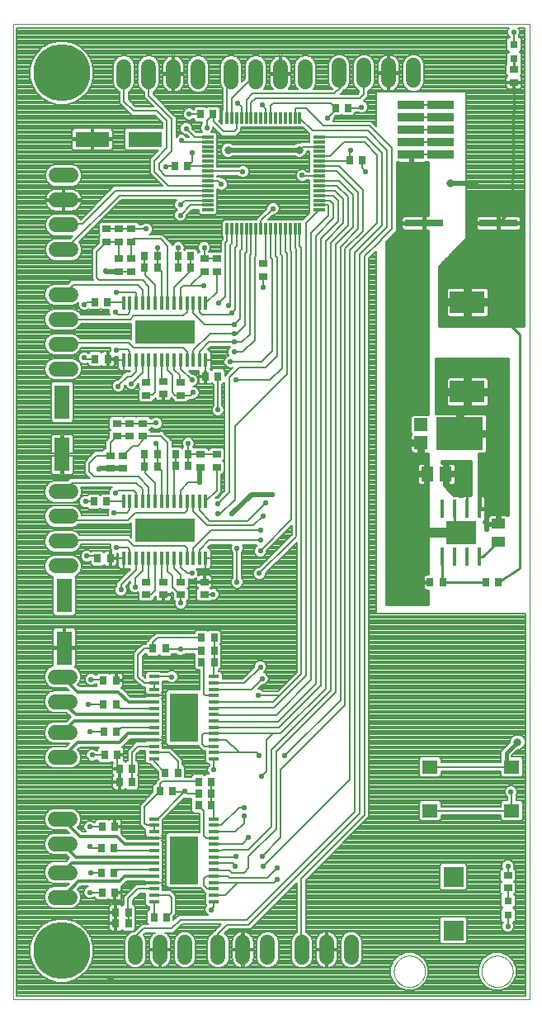
<source format=gbl>
G75*
%MOIN*%
%OFA0B0*%
%FSLAX25Y25*%
%IPPOS*%
%LPD*%
%AMOC8*
5,1,8,0,0,1.08239X$1,22.5*
%
%ADD10C,0.00000*%
%ADD11R,0.03937X0.01378*%
%ADD12R,0.11811X0.19685*%
%ADD13R,0.02756X0.03543*%
%ADD14R,0.01400X0.05800*%
%ADD15R,0.24300X0.09400*%
%ADD16R,0.03543X0.02756*%
%ADD17C,0.06000*%
%ADD18R,0.13780X0.06299*%
%ADD19R,0.06299X0.13780*%
%ADD20R,0.04724X0.01181*%
%ADD21R,0.01181X0.04724*%
%ADD22R,0.05700X0.04400*%
%ADD23R,0.15200X0.03100*%
%ADD24R,0.05118X0.05906*%
%ADD25R,0.05500X0.05500*%
%ADD26R,0.19100X0.13200*%
%ADD27R,0.03150X0.03150*%
%ADD28R,0.01800X0.07800*%
%ADD29R,0.12200X0.09400*%
%ADD30R,0.14173X0.09055*%
%ADD31R,0.06300X0.05512*%
%ADD32R,0.10500X0.03500*%
%ADD33R,0.08268X0.08268*%
%ADD34C,0.23000*%
%ADD35C,0.02250*%
%ADD36C,0.00800*%
%ADD37C,0.01600*%
%ADD38C,0.04000*%
%ADD39C,0.01000*%
%ADD40C,0.01400*%
%ADD41C,0.02000*%
%ADD42C,0.03300*%
%ADD43C,0.05906*%
%ADD44C,0.01500*%
D10*
X0034894Y0034921D02*
X0034894Y0428622D01*
X0243555Y0428622D01*
X0243555Y0034921D01*
X0034894Y0034921D01*
X0188831Y0046339D02*
X0188833Y0046497D01*
X0188839Y0046655D01*
X0188849Y0046813D01*
X0188863Y0046971D01*
X0188881Y0047128D01*
X0188902Y0047285D01*
X0188928Y0047441D01*
X0188958Y0047597D01*
X0188991Y0047752D01*
X0189029Y0047905D01*
X0189070Y0048058D01*
X0189115Y0048210D01*
X0189164Y0048361D01*
X0189217Y0048510D01*
X0189273Y0048658D01*
X0189333Y0048804D01*
X0189397Y0048949D01*
X0189465Y0049092D01*
X0189536Y0049234D01*
X0189610Y0049374D01*
X0189688Y0049511D01*
X0189770Y0049647D01*
X0189854Y0049781D01*
X0189943Y0049912D01*
X0190034Y0050041D01*
X0190129Y0050168D01*
X0190226Y0050293D01*
X0190327Y0050415D01*
X0190431Y0050534D01*
X0190538Y0050651D01*
X0190648Y0050765D01*
X0190761Y0050876D01*
X0190876Y0050985D01*
X0190994Y0051090D01*
X0191115Y0051192D01*
X0191238Y0051292D01*
X0191364Y0051388D01*
X0191492Y0051481D01*
X0191622Y0051571D01*
X0191755Y0051657D01*
X0191890Y0051741D01*
X0192026Y0051820D01*
X0192165Y0051897D01*
X0192306Y0051969D01*
X0192448Y0052039D01*
X0192592Y0052104D01*
X0192738Y0052166D01*
X0192885Y0052224D01*
X0193034Y0052279D01*
X0193184Y0052330D01*
X0193335Y0052377D01*
X0193487Y0052420D01*
X0193640Y0052459D01*
X0193795Y0052495D01*
X0193950Y0052526D01*
X0194106Y0052554D01*
X0194262Y0052578D01*
X0194419Y0052598D01*
X0194577Y0052614D01*
X0194734Y0052626D01*
X0194893Y0052634D01*
X0195051Y0052638D01*
X0195209Y0052638D01*
X0195367Y0052634D01*
X0195526Y0052626D01*
X0195683Y0052614D01*
X0195841Y0052598D01*
X0195998Y0052578D01*
X0196154Y0052554D01*
X0196310Y0052526D01*
X0196465Y0052495D01*
X0196620Y0052459D01*
X0196773Y0052420D01*
X0196925Y0052377D01*
X0197076Y0052330D01*
X0197226Y0052279D01*
X0197375Y0052224D01*
X0197522Y0052166D01*
X0197668Y0052104D01*
X0197812Y0052039D01*
X0197954Y0051969D01*
X0198095Y0051897D01*
X0198234Y0051820D01*
X0198370Y0051741D01*
X0198505Y0051657D01*
X0198638Y0051571D01*
X0198768Y0051481D01*
X0198896Y0051388D01*
X0199022Y0051292D01*
X0199145Y0051192D01*
X0199266Y0051090D01*
X0199384Y0050985D01*
X0199499Y0050876D01*
X0199612Y0050765D01*
X0199722Y0050651D01*
X0199829Y0050534D01*
X0199933Y0050415D01*
X0200034Y0050293D01*
X0200131Y0050168D01*
X0200226Y0050041D01*
X0200317Y0049912D01*
X0200406Y0049781D01*
X0200490Y0049647D01*
X0200572Y0049511D01*
X0200650Y0049374D01*
X0200724Y0049234D01*
X0200795Y0049092D01*
X0200863Y0048949D01*
X0200927Y0048804D01*
X0200987Y0048658D01*
X0201043Y0048510D01*
X0201096Y0048361D01*
X0201145Y0048210D01*
X0201190Y0048058D01*
X0201231Y0047905D01*
X0201269Y0047752D01*
X0201302Y0047597D01*
X0201332Y0047441D01*
X0201358Y0047285D01*
X0201379Y0047128D01*
X0201397Y0046971D01*
X0201411Y0046813D01*
X0201421Y0046655D01*
X0201427Y0046497D01*
X0201429Y0046339D01*
X0201427Y0046181D01*
X0201421Y0046023D01*
X0201411Y0045865D01*
X0201397Y0045707D01*
X0201379Y0045550D01*
X0201358Y0045393D01*
X0201332Y0045237D01*
X0201302Y0045081D01*
X0201269Y0044926D01*
X0201231Y0044773D01*
X0201190Y0044620D01*
X0201145Y0044468D01*
X0201096Y0044317D01*
X0201043Y0044168D01*
X0200987Y0044020D01*
X0200927Y0043874D01*
X0200863Y0043729D01*
X0200795Y0043586D01*
X0200724Y0043444D01*
X0200650Y0043304D01*
X0200572Y0043167D01*
X0200490Y0043031D01*
X0200406Y0042897D01*
X0200317Y0042766D01*
X0200226Y0042637D01*
X0200131Y0042510D01*
X0200034Y0042385D01*
X0199933Y0042263D01*
X0199829Y0042144D01*
X0199722Y0042027D01*
X0199612Y0041913D01*
X0199499Y0041802D01*
X0199384Y0041693D01*
X0199266Y0041588D01*
X0199145Y0041486D01*
X0199022Y0041386D01*
X0198896Y0041290D01*
X0198768Y0041197D01*
X0198638Y0041107D01*
X0198505Y0041021D01*
X0198370Y0040937D01*
X0198234Y0040858D01*
X0198095Y0040781D01*
X0197954Y0040709D01*
X0197812Y0040639D01*
X0197668Y0040574D01*
X0197522Y0040512D01*
X0197375Y0040454D01*
X0197226Y0040399D01*
X0197076Y0040348D01*
X0196925Y0040301D01*
X0196773Y0040258D01*
X0196620Y0040219D01*
X0196465Y0040183D01*
X0196310Y0040152D01*
X0196154Y0040124D01*
X0195998Y0040100D01*
X0195841Y0040080D01*
X0195683Y0040064D01*
X0195526Y0040052D01*
X0195367Y0040044D01*
X0195209Y0040040D01*
X0195051Y0040040D01*
X0194893Y0040044D01*
X0194734Y0040052D01*
X0194577Y0040064D01*
X0194419Y0040080D01*
X0194262Y0040100D01*
X0194106Y0040124D01*
X0193950Y0040152D01*
X0193795Y0040183D01*
X0193640Y0040219D01*
X0193487Y0040258D01*
X0193335Y0040301D01*
X0193184Y0040348D01*
X0193034Y0040399D01*
X0192885Y0040454D01*
X0192738Y0040512D01*
X0192592Y0040574D01*
X0192448Y0040639D01*
X0192306Y0040709D01*
X0192165Y0040781D01*
X0192026Y0040858D01*
X0191890Y0040937D01*
X0191755Y0041021D01*
X0191622Y0041107D01*
X0191492Y0041197D01*
X0191364Y0041290D01*
X0191238Y0041386D01*
X0191115Y0041486D01*
X0190994Y0041588D01*
X0190876Y0041693D01*
X0190761Y0041802D01*
X0190648Y0041913D01*
X0190538Y0042027D01*
X0190431Y0042144D01*
X0190327Y0042263D01*
X0190226Y0042385D01*
X0190129Y0042510D01*
X0190034Y0042637D01*
X0189943Y0042766D01*
X0189854Y0042897D01*
X0189770Y0043031D01*
X0189688Y0043167D01*
X0189610Y0043304D01*
X0189536Y0043444D01*
X0189465Y0043586D01*
X0189397Y0043729D01*
X0189333Y0043874D01*
X0189273Y0044020D01*
X0189217Y0044168D01*
X0189164Y0044317D01*
X0189115Y0044468D01*
X0189070Y0044620D01*
X0189029Y0044773D01*
X0188991Y0044926D01*
X0188958Y0045081D01*
X0188928Y0045237D01*
X0188902Y0045393D01*
X0188881Y0045550D01*
X0188863Y0045707D01*
X0188849Y0045865D01*
X0188839Y0046023D01*
X0188833Y0046181D01*
X0188831Y0046339D01*
X0224264Y0046339D02*
X0224266Y0046497D01*
X0224272Y0046655D01*
X0224282Y0046813D01*
X0224296Y0046971D01*
X0224314Y0047128D01*
X0224335Y0047285D01*
X0224361Y0047441D01*
X0224391Y0047597D01*
X0224424Y0047752D01*
X0224462Y0047905D01*
X0224503Y0048058D01*
X0224548Y0048210D01*
X0224597Y0048361D01*
X0224650Y0048510D01*
X0224706Y0048658D01*
X0224766Y0048804D01*
X0224830Y0048949D01*
X0224898Y0049092D01*
X0224969Y0049234D01*
X0225043Y0049374D01*
X0225121Y0049511D01*
X0225203Y0049647D01*
X0225287Y0049781D01*
X0225376Y0049912D01*
X0225467Y0050041D01*
X0225562Y0050168D01*
X0225659Y0050293D01*
X0225760Y0050415D01*
X0225864Y0050534D01*
X0225971Y0050651D01*
X0226081Y0050765D01*
X0226194Y0050876D01*
X0226309Y0050985D01*
X0226427Y0051090D01*
X0226548Y0051192D01*
X0226671Y0051292D01*
X0226797Y0051388D01*
X0226925Y0051481D01*
X0227055Y0051571D01*
X0227188Y0051657D01*
X0227323Y0051741D01*
X0227459Y0051820D01*
X0227598Y0051897D01*
X0227739Y0051969D01*
X0227881Y0052039D01*
X0228025Y0052104D01*
X0228171Y0052166D01*
X0228318Y0052224D01*
X0228467Y0052279D01*
X0228617Y0052330D01*
X0228768Y0052377D01*
X0228920Y0052420D01*
X0229073Y0052459D01*
X0229228Y0052495D01*
X0229383Y0052526D01*
X0229539Y0052554D01*
X0229695Y0052578D01*
X0229852Y0052598D01*
X0230010Y0052614D01*
X0230167Y0052626D01*
X0230326Y0052634D01*
X0230484Y0052638D01*
X0230642Y0052638D01*
X0230800Y0052634D01*
X0230959Y0052626D01*
X0231116Y0052614D01*
X0231274Y0052598D01*
X0231431Y0052578D01*
X0231587Y0052554D01*
X0231743Y0052526D01*
X0231898Y0052495D01*
X0232053Y0052459D01*
X0232206Y0052420D01*
X0232358Y0052377D01*
X0232509Y0052330D01*
X0232659Y0052279D01*
X0232808Y0052224D01*
X0232955Y0052166D01*
X0233101Y0052104D01*
X0233245Y0052039D01*
X0233387Y0051969D01*
X0233528Y0051897D01*
X0233667Y0051820D01*
X0233803Y0051741D01*
X0233938Y0051657D01*
X0234071Y0051571D01*
X0234201Y0051481D01*
X0234329Y0051388D01*
X0234455Y0051292D01*
X0234578Y0051192D01*
X0234699Y0051090D01*
X0234817Y0050985D01*
X0234932Y0050876D01*
X0235045Y0050765D01*
X0235155Y0050651D01*
X0235262Y0050534D01*
X0235366Y0050415D01*
X0235467Y0050293D01*
X0235564Y0050168D01*
X0235659Y0050041D01*
X0235750Y0049912D01*
X0235839Y0049781D01*
X0235923Y0049647D01*
X0236005Y0049511D01*
X0236083Y0049374D01*
X0236157Y0049234D01*
X0236228Y0049092D01*
X0236296Y0048949D01*
X0236360Y0048804D01*
X0236420Y0048658D01*
X0236476Y0048510D01*
X0236529Y0048361D01*
X0236578Y0048210D01*
X0236623Y0048058D01*
X0236664Y0047905D01*
X0236702Y0047752D01*
X0236735Y0047597D01*
X0236765Y0047441D01*
X0236791Y0047285D01*
X0236812Y0047128D01*
X0236830Y0046971D01*
X0236844Y0046813D01*
X0236854Y0046655D01*
X0236860Y0046497D01*
X0236862Y0046339D01*
X0236860Y0046181D01*
X0236854Y0046023D01*
X0236844Y0045865D01*
X0236830Y0045707D01*
X0236812Y0045550D01*
X0236791Y0045393D01*
X0236765Y0045237D01*
X0236735Y0045081D01*
X0236702Y0044926D01*
X0236664Y0044773D01*
X0236623Y0044620D01*
X0236578Y0044468D01*
X0236529Y0044317D01*
X0236476Y0044168D01*
X0236420Y0044020D01*
X0236360Y0043874D01*
X0236296Y0043729D01*
X0236228Y0043586D01*
X0236157Y0043444D01*
X0236083Y0043304D01*
X0236005Y0043167D01*
X0235923Y0043031D01*
X0235839Y0042897D01*
X0235750Y0042766D01*
X0235659Y0042637D01*
X0235564Y0042510D01*
X0235467Y0042385D01*
X0235366Y0042263D01*
X0235262Y0042144D01*
X0235155Y0042027D01*
X0235045Y0041913D01*
X0234932Y0041802D01*
X0234817Y0041693D01*
X0234699Y0041588D01*
X0234578Y0041486D01*
X0234455Y0041386D01*
X0234329Y0041290D01*
X0234201Y0041197D01*
X0234071Y0041107D01*
X0233938Y0041021D01*
X0233803Y0040937D01*
X0233667Y0040858D01*
X0233528Y0040781D01*
X0233387Y0040709D01*
X0233245Y0040639D01*
X0233101Y0040574D01*
X0232955Y0040512D01*
X0232808Y0040454D01*
X0232659Y0040399D01*
X0232509Y0040348D01*
X0232358Y0040301D01*
X0232206Y0040258D01*
X0232053Y0040219D01*
X0231898Y0040183D01*
X0231743Y0040152D01*
X0231587Y0040124D01*
X0231431Y0040100D01*
X0231274Y0040080D01*
X0231116Y0040064D01*
X0230959Y0040052D01*
X0230800Y0040044D01*
X0230642Y0040040D01*
X0230484Y0040040D01*
X0230326Y0040044D01*
X0230167Y0040052D01*
X0230010Y0040064D01*
X0229852Y0040080D01*
X0229695Y0040100D01*
X0229539Y0040124D01*
X0229383Y0040152D01*
X0229228Y0040183D01*
X0229073Y0040219D01*
X0228920Y0040258D01*
X0228768Y0040301D01*
X0228617Y0040348D01*
X0228467Y0040399D01*
X0228318Y0040454D01*
X0228171Y0040512D01*
X0228025Y0040574D01*
X0227881Y0040639D01*
X0227739Y0040709D01*
X0227598Y0040781D01*
X0227459Y0040858D01*
X0227323Y0040937D01*
X0227188Y0041021D01*
X0227055Y0041107D01*
X0226925Y0041197D01*
X0226797Y0041290D01*
X0226671Y0041386D01*
X0226548Y0041486D01*
X0226427Y0041588D01*
X0226309Y0041693D01*
X0226194Y0041802D01*
X0226081Y0041913D01*
X0225971Y0042027D01*
X0225864Y0042144D01*
X0225760Y0042263D01*
X0225659Y0042385D01*
X0225562Y0042510D01*
X0225467Y0042637D01*
X0225376Y0042766D01*
X0225287Y0042897D01*
X0225203Y0043031D01*
X0225121Y0043167D01*
X0225043Y0043304D01*
X0224969Y0043444D01*
X0224898Y0043586D01*
X0224830Y0043729D01*
X0224766Y0043874D01*
X0224706Y0044020D01*
X0224650Y0044168D01*
X0224597Y0044317D01*
X0224548Y0044468D01*
X0224503Y0044620D01*
X0224462Y0044773D01*
X0224424Y0044926D01*
X0224391Y0045081D01*
X0224361Y0045237D01*
X0224335Y0045393D01*
X0224314Y0045550D01*
X0224296Y0045707D01*
X0224282Y0045865D01*
X0224272Y0046023D01*
X0224266Y0046181D01*
X0224264Y0046339D01*
D11*
X0116156Y0074563D03*
X0116156Y0077122D03*
X0116156Y0079681D03*
X0116156Y0082240D03*
X0116156Y0084799D03*
X0116156Y0087358D03*
X0116156Y0089917D03*
X0116156Y0092476D03*
X0116156Y0095035D03*
X0116156Y0097594D03*
X0116156Y0100154D03*
X0116156Y0102713D03*
X0116156Y0105272D03*
X0116156Y0107831D03*
X0116156Y0132063D03*
X0116156Y0134622D03*
X0116156Y0137181D03*
X0116156Y0139740D03*
X0116156Y0142299D03*
X0116156Y0144858D03*
X0116156Y0147417D03*
X0116156Y0149976D03*
X0116156Y0152535D03*
X0116156Y0155094D03*
X0116156Y0157654D03*
X0116156Y0160213D03*
X0116156Y0162772D03*
X0116156Y0165331D03*
X0091844Y0165331D03*
X0091844Y0162772D03*
X0091844Y0160213D03*
X0091844Y0157654D03*
X0091844Y0155094D03*
X0091844Y0152535D03*
X0091844Y0149976D03*
X0091844Y0147417D03*
X0091844Y0144858D03*
X0091844Y0142299D03*
X0091844Y0139740D03*
X0091844Y0137181D03*
X0091844Y0134622D03*
X0091844Y0132063D03*
X0091844Y0107831D03*
X0091844Y0105272D03*
X0091844Y0102713D03*
X0091844Y0100154D03*
X0091844Y0097594D03*
X0091844Y0095035D03*
X0091844Y0092476D03*
X0091844Y0089917D03*
X0091844Y0087358D03*
X0091844Y0084799D03*
X0091844Y0082240D03*
X0091844Y0079681D03*
X0091844Y0077122D03*
X0091844Y0074563D03*
D12*
X0104000Y0091197D03*
X0104000Y0148697D03*
D13*
X0111075Y0171142D03*
X0111075Y0175866D03*
X0111091Y0181028D03*
X0116209Y0181028D03*
X0116193Y0175866D03*
X0116193Y0171142D03*
X0101559Y0126559D03*
X0096441Y0126559D03*
X0094260Y0118921D03*
X0099378Y0118921D03*
X0109894Y0117992D03*
X0109894Y0113268D03*
X0115012Y0113268D03*
X0115012Y0117992D03*
X0114984Y0122858D03*
X0109866Y0122858D03*
X0096559Y0176697D03*
X0091441Y0176697D03*
X0076559Y0163697D03*
X0071441Y0163697D03*
X0071441Y0154197D03*
X0071547Y0143197D03*
X0076665Y0143197D03*
X0076559Y0154197D03*
X0077059Y0133697D03*
X0077941Y0128197D03*
X0077941Y0122697D03*
X0083059Y0122697D03*
X0083059Y0128197D03*
X0071941Y0133697D03*
X0070941Y0104697D03*
X0076059Y0104697D03*
X0075665Y0096197D03*
X0075665Y0086197D03*
X0070547Y0086197D03*
X0070547Y0096197D03*
X0070941Y0078197D03*
X0076059Y0078197D03*
X0076441Y0070197D03*
X0076441Y0065697D03*
X0081559Y0065697D03*
X0081559Y0070197D03*
X0091941Y0068197D03*
X0097059Y0068197D03*
X0074260Y0212961D03*
X0069142Y0212961D03*
X0067642Y0235961D03*
X0072760Y0235961D03*
X0088142Y0249961D03*
X0088142Y0254961D03*
X0093260Y0254961D03*
X0093260Y0249961D03*
X0100642Y0250461D03*
X0100642Y0254961D03*
X0105760Y0254961D03*
X0105760Y0250461D03*
X0112642Y0286461D03*
X0117760Y0286461D03*
X0106760Y0330461D03*
X0106760Y0334961D03*
X0101642Y0334961D03*
X0101642Y0330461D03*
X0093260Y0330461D03*
X0093260Y0334961D03*
X0088142Y0334961D03*
X0088142Y0330461D03*
X0072972Y0316461D03*
X0067854Y0316461D03*
X0068142Y0293461D03*
X0073260Y0293461D03*
X0100315Y0371264D03*
X0105433Y0371264D03*
X0110681Y0392402D03*
X0115799Y0392402D03*
X0165193Y0394756D03*
X0170311Y0394756D03*
X0170843Y0373768D03*
X0175961Y0373768D03*
X0203398Y0203386D03*
X0208516Y0203386D03*
X0225898Y0203386D03*
X0231016Y0203386D03*
D14*
X0112801Y0212961D03*
X0110301Y0212961D03*
X0107701Y0212961D03*
X0105201Y0212961D03*
X0102601Y0212961D03*
X0100001Y0212961D03*
X0097501Y0212961D03*
X0094901Y0212961D03*
X0092401Y0212961D03*
X0089801Y0212961D03*
X0087201Y0212961D03*
X0084701Y0212961D03*
X0082101Y0212961D03*
X0079601Y0212961D03*
X0079601Y0235961D03*
X0082101Y0235961D03*
X0084701Y0235961D03*
X0087201Y0235961D03*
X0089801Y0235961D03*
X0092401Y0235961D03*
X0094901Y0235961D03*
X0097501Y0235961D03*
X0100001Y0235961D03*
X0102601Y0235961D03*
X0105201Y0235961D03*
X0107701Y0235961D03*
X0110301Y0235961D03*
X0112801Y0235961D03*
X0112801Y0292961D03*
X0110301Y0292961D03*
X0107701Y0292961D03*
X0105201Y0292961D03*
X0102601Y0292961D03*
X0100001Y0292961D03*
X0097501Y0292961D03*
X0094901Y0292961D03*
X0092401Y0292961D03*
X0089801Y0292961D03*
X0087201Y0292961D03*
X0084701Y0292961D03*
X0082101Y0292961D03*
X0079601Y0292961D03*
X0079601Y0315961D03*
X0082101Y0315961D03*
X0084701Y0315961D03*
X0087201Y0315961D03*
X0089801Y0315961D03*
X0092401Y0315961D03*
X0094901Y0315961D03*
X0097501Y0315961D03*
X0100001Y0315961D03*
X0102601Y0315961D03*
X0105201Y0315961D03*
X0107701Y0315961D03*
X0110301Y0315961D03*
X0112801Y0315961D03*
D15*
X0096201Y0304461D03*
X0096201Y0224461D03*
D16*
X0095701Y0203520D03*
X0095701Y0198402D03*
X0088701Y0198402D03*
X0088701Y0203520D03*
X0102701Y0203520D03*
X0102701Y0198402D03*
X0112201Y0198402D03*
X0112201Y0203520D03*
X0110701Y0249902D03*
X0110701Y0255020D03*
X0117201Y0255020D03*
X0117201Y0249902D03*
X0102701Y0278902D03*
X0102701Y0284020D03*
X0095701Y0284520D03*
X0095701Y0279402D03*
X0088701Y0278902D03*
X0088701Y0284020D03*
X0087469Y0267520D03*
X0087469Y0262402D03*
X0082075Y0262402D03*
X0082075Y0267520D03*
X0076969Y0267520D03*
X0076969Y0262402D03*
X0079201Y0254520D03*
X0079201Y0249402D03*
X0074201Y0249402D03*
X0074201Y0254520D03*
X0077701Y0328902D03*
X0077701Y0334020D03*
X0077701Y0340902D03*
X0077701Y0346020D03*
X0082701Y0346020D03*
X0082701Y0340902D03*
X0082701Y0334020D03*
X0082701Y0328902D03*
X0072701Y0340902D03*
X0072701Y0346020D03*
X0112201Y0334020D03*
X0112201Y0328902D03*
X0117201Y0328902D03*
X0117201Y0334020D03*
X0136075Y0331969D03*
X0136075Y0326850D03*
X0237295Y0405197D03*
X0237295Y0410315D03*
X0234894Y0085118D03*
X0234894Y0080000D03*
D17*
X0171665Y0058000D02*
X0171665Y0052000D01*
X0161665Y0052000D02*
X0161665Y0058000D01*
X0151665Y0058000D02*
X0151665Y0052000D01*
X0137807Y0052000D02*
X0137807Y0058000D01*
X0127807Y0058000D02*
X0127807Y0052000D01*
X0117807Y0052000D02*
X0117807Y0058000D01*
X0104343Y0058000D02*
X0104343Y0052000D01*
X0094343Y0052000D02*
X0094343Y0058000D01*
X0084343Y0058000D02*
X0084343Y0052000D01*
X0058000Y0076197D02*
X0052000Y0076197D01*
X0052000Y0086197D02*
X0058000Y0086197D01*
X0058000Y0097697D02*
X0052000Y0097697D01*
X0052000Y0107697D02*
X0058000Y0107697D01*
X0058000Y0132697D02*
X0052000Y0132697D01*
X0052000Y0142697D02*
X0058000Y0142697D01*
X0058000Y0155197D02*
X0052000Y0155197D01*
X0052000Y0165197D02*
X0058000Y0165197D01*
X0058201Y0209961D02*
X0052201Y0209961D01*
X0052201Y0219961D02*
X0058201Y0219961D01*
X0058201Y0229961D02*
X0052201Y0229961D01*
X0052201Y0239961D02*
X0058201Y0239961D01*
X0058201Y0289461D02*
X0052201Y0289461D01*
X0052201Y0299461D02*
X0058201Y0299461D01*
X0058201Y0309461D02*
X0052201Y0309461D01*
X0052201Y0319461D02*
X0058201Y0319461D01*
X0058366Y0337638D02*
X0052366Y0337638D01*
X0052366Y0347638D02*
X0058366Y0347638D01*
X0058366Y0357638D02*
X0052366Y0357638D01*
X0052366Y0367638D02*
X0058366Y0367638D01*
X0079736Y0405543D02*
X0079736Y0411543D01*
X0089736Y0411543D02*
X0089736Y0405543D01*
X0099736Y0405543D02*
X0099736Y0411543D01*
X0109736Y0411543D02*
X0109736Y0405543D01*
X0123043Y0405543D02*
X0123043Y0411543D01*
X0133043Y0411543D02*
X0133043Y0405543D01*
X0143043Y0405543D02*
X0143043Y0411543D01*
X0153043Y0411543D02*
X0153043Y0405543D01*
X0166744Y0405937D02*
X0166744Y0411937D01*
X0176744Y0411937D02*
X0176744Y0405937D01*
X0186744Y0405937D02*
X0186744Y0411937D01*
X0196744Y0411937D02*
X0196744Y0405937D01*
D18*
X0088197Y0382181D03*
X0066937Y0382181D03*
D19*
X0054823Y0276177D03*
X0054823Y0254917D03*
X0055638Y0198165D03*
X0055638Y0176906D03*
D20*
X0113634Y0353622D03*
X0113634Y0355591D03*
X0113634Y0357559D03*
X0113634Y0359528D03*
X0113634Y0361496D03*
X0113634Y0363465D03*
X0113634Y0365433D03*
X0113634Y0367402D03*
X0113634Y0369370D03*
X0113634Y0371339D03*
X0113634Y0373307D03*
X0113634Y0375276D03*
X0113634Y0377244D03*
X0113634Y0379213D03*
X0113634Y0381181D03*
X0113634Y0383150D03*
X0158516Y0383150D03*
X0158516Y0381181D03*
X0158516Y0379213D03*
X0158516Y0377244D03*
X0158516Y0375276D03*
X0158516Y0373307D03*
X0158516Y0371339D03*
X0158516Y0369370D03*
X0158516Y0367402D03*
X0158516Y0365433D03*
X0158516Y0363465D03*
X0158516Y0361496D03*
X0158516Y0359528D03*
X0158516Y0357559D03*
X0158516Y0355591D03*
X0158516Y0353622D03*
D21*
X0150839Y0345945D03*
X0148870Y0345945D03*
X0146902Y0345945D03*
X0144933Y0345945D03*
X0142965Y0345945D03*
X0140996Y0345945D03*
X0139028Y0345945D03*
X0137059Y0345945D03*
X0135091Y0345945D03*
X0133122Y0345945D03*
X0131154Y0345945D03*
X0129185Y0345945D03*
X0127217Y0345945D03*
X0125248Y0345945D03*
X0123280Y0345945D03*
X0121311Y0345945D03*
X0121311Y0390827D03*
X0123280Y0390827D03*
X0125248Y0390827D03*
X0127217Y0390827D03*
X0129185Y0390827D03*
X0131154Y0390827D03*
X0133122Y0390827D03*
X0135091Y0390827D03*
X0137059Y0390827D03*
X0139028Y0390827D03*
X0140996Y0390827D03*
X0142965Y0390827D03*
X0144933Y0390827D03*
X0146902Y0390827D03*
X0148870Y0390827D03*
X0150839Y0390827D03*
D22*
X0230957Y0226936D03*
X0230957Y0219836D03*
D23*
X0231007Y0348386D03*
X0200907Y0348386D03*
D24*
X0202217Y0247136D03*
X0209697Y0247136D03*
D25*
X0199707Y0259764D03*
X0199707Y0267008D03*
D26*
X0215407Y0263386D03*
D27*
X0237384Y0414606D03*
X0237384Y0420512D03*
X0234894Y0074882D03*
X0234894Y0068976D03*
D28*
X0223457Y0213686D03*
X0218457Y0213686D03*
X0213457Y0213686D03*
X0208457Y0213686D03*
X0208457Y0233086D03*
X0213457Y0233086D03*
X0218457Y0233086D03*
X0223457Y0233086D03*
D29*
X0215957Y0223386D03*
D30*
X0218457Y0280276D03*
X0218457Y0316496D03*
D31*
X0203398Y0128819D03*
X0203398Y0111102D03*
X0236469Y0111102D03*
X0236469Y0128819D03*
D32*
X0207823Y0376102D03*
X0207823Y0381102D03*
X0207823Y0386102D03*
X0207823Y0391102D03*
X0207823Y0396102D03*
X0195823Y0396102D03*
X0195823Y0391102D03*
X0195823Y0386102D03*
X0195823Y0381102D03*
X0195823Y0376102D03*
D33*
X0212846Y0084528D03*
X0212846Y0062874D03*
D34*
X0054579Y0054606D03*
X0054579Y0408937D03*
D35*
X0082925Y0380591D03*
X0087650Y0383346D03*
X0091193Y0380591D03*
X0096705Y0371142D03*
X0103004Y0381772D03*
X0104972Y0386496D03*
X0106154Y0392402D03*
X0113240Y0386890D03*
X0107335Y0376654D03*
X0102610Y0355787D03*
X0102610Y0351457D03*
X0101701Y0338461D03*
X0093201Y0338461D03*
X0088831Y0345945D03*
X0076701Y0320461D03*
X0076201Y0312461D03*
X0076701Y0296961D03*
X0077413Y0282559D03*
X0082701Y0283461D03*
X0085701Y0301961D03*
X0088701Y0307461D03*
X0092201Y0301961D03*
X0096201Y0307461D03*
X0100201Y0301961D03*
X0105701Y0306961D03*
X0112059Y0323110D03*
X0117965Y0316024D03*
X0121902Y0315236D03*
X0123476Y0312087D03*
X0124264Y0307362D03*
X0124264Y0303819D03*
X0124264Y0300276D03*
X0124264Y0296339D03*
X0122689Y0292402D03*
X0125051Y0284921D03*
X0117701Y0272961D03*
X0107701Y0279961D03*
X0107201Y0284961D03*
X0105701Y0259461D03*
X0110484Y0243583D03*
X0117571Y0234921D03*
X0117571Y0230984D03*
X0123476Y0230984D03*
X0125445Y0217205D03*
X0125445Y0203425D03*
X0115701Y0198461D03*
X0107201Y0206961D03*
X0102701Y0194961D03*
X0102610Y0176260D03*
X0099067Y0165236D03*
X0100000Y0156197D03*
X0107500Y0156197D03*
X0108000Y0141197D03*
X0100000Y0141197D03*
X0104319Y0118921D03*
X0107500Y0098697D03*
X0100000Y0098697D03*
X0100000Y0083697D03*
X0107500Y0083697D03*
X0115000Y0071197D03*
X0124657Y0088858D03*
X0125051Y0092795D03*
X0130169Y0100276D03*
X0128201Y0108937D03*
X0128201Y0112480D03*
X0135287Y0125079D03*
X0134500Y0133346D03*
X0144736Y0133346D03*
X0134106Y0157756D03*
X0135681Y0164449D03*
X0134894Y0169173D03*
X0134500Y0206969D03*
X0134894Y0216024D03*
X0134894Y0220354D03*
X0134894Y0224291D03*
X0136075Y0230197D03*
X0136862Y0235315D03*
X0139618Y0238858D03*
X0105201Y0226961D03*
X0100701Y0222961D03*
X0096201Y0226461D03*
X0091701Y0222461D03*
X0086701Y0226961D03*
X0076701Y0217461D03*
X0075701Y0231461D03*
X0076201Y0239461D03*
X0069539Y0249094D03*
X0064201Y0235961D03*
X0064701Y0213961D03*
X0056941Y0198307D03*
X0054185Y0203031D03*
X0054185Y0192795D03*
X0066500Y0164197D03*
X0065500Y0154197D03*
X0066000Y0143197D03*
X0067000Y0133697D03*
X0066000Y0104697D03*
X0066000Y0096697D03*
X0066500Y0086197D03*
X0066000Y0078197D03*
X0116000Y0127697D03*
X0135681Y0092795D03*
X0136075Y0088858D03*
X0141587Y0088071D03*
X0141587Y0083346D03*
X0194283Y0197906D03*
X0194283Y0203024D03*
X0194283Y0208142D03*
X0194283Y0213260D03*
X0194283Y0218378D03*
X0194283Y0223496D03*
X0194283Y0228614D03*
X0194283Y0233732D03*
X0194283Y0238850D03*
X0194283Y0243969D03*
X0194283Y0249087D03*
X0194283Y0254205D03*
X0194283Y0259323D03*
X0194283Y0264441D03*
X0194283Y0269559D03*
X0194283Y0274677D03*
X0199402Y0274283D03*
X0200976Y0238850D03*
X0198220Y0335307D03*
X0198220Y0339244D03*
X0198220Y0343181D03*
X0197827Y0354205D03*
X0197827Y0358142D03*
X0197827Y0361685D03*
X0207728Y0380984D03*
X0207728Y0395945D03*
X0195917Y0391220D03*
X0192768Y0386102D03*
X0191980Y0395945D03*
X0177413Y0369173D03*
X0171508Y0377835D03*
X0175839Y0395157D03*
X0162059Y0390827D03*
X0151823Y0367598D03*
X0140012Y0354213D03*
X0127807Y0369173D03*
X0119146Y0364055D03*
X0112201Y0338461D03*
X0136075Y0322323D03*
X0135681Y0395945D03*
X0125839Y0396732D03*
X0072295Y0329016D03*
X0063701Y0315461D03*
X0063701Y0293961D03*
X0056154Y0276654D03*
X0053398Y0281378D03*
X0053398Y0271142D03*
X0078594Y0200276D03*
X0084201Y0201461D03*
X0092701Y0259461D03*
X0092768Y0267598D03*
X0236075Y0118780D03*
X0234894Y0088858D03*
X0234894Y0064449D03*
X0237256Y0425472D03*
D36*
X0237384Y0425344D01*
X0237384Y0420512D01*
X0240359Y0420602D02*
X0241587Y0420602D01*
X0241587Y0419804D02*
X0240359Y0419804D01*
X0240359Y0419005D02*
X0241587Y0419005D01*
X0241587Y0418207D02*
X0240208Y0418207D01*
X0240359Y0418357D02*
X0240359Y0422667D01*
X0239539Y0423487D01*
X0239184Y0423487D01*
X0239184Y0423830D01*
X0239396Y0424042D01*
X0239781Y0424970D01*
X0239781Y0425975D01*
X0239396Y0426903D01*
X0239077Y0427222D01*
X0241587Y0427222D01*
X0241587Y0359724D01*
X0217965Y0359724D01*
X0217965Y0401457D01*
X0181744Y0401457D01*
X0181744Y0387467D01*
X0179734Y0389477D01*
X0164233Y0389477D01*
X0164584Y0390325D01*
X0164584Y0390806D01*
X0165362Y0391584D01*
X0167151Y0391584D01*
X0167752Y0392185D01*
X0168353Y0391584D01*
X0172269Y0391584D01*
X0173089Y0392404D01*
X0173089Y0392956D01*
X0174556Y0392956D01*
X0175336Y0392632D01*
X0176341Y0392632D01*
X0177269Y0393017D01*
X0177979Y0393727D01*
X0178364Y0394655D01*
X0178364Y0395660D01*
X0177979Y0396588D01*
X0177269Y0397298D01*
X0176509Y0397613D01*
X0177372Y0398476D01*
X0178426Y0399530D01*
X0178426Y0401871D01*
X0179236Y0402207D01*
X0180474Y0403445D01*
X0181144Y0405062D01*
X0181144Y0412812D01*
X0180474Y0414429D01*
X0179236Y0415667D01*
X0177619Y0416337D01*
X0175869Y0416337D01*
X0174252Y0415667D01*
X0173014Y0414429D01*
X0172344Y0412812D01*
X0172344Y0405062D01*
X0173014Y0403445D01*
X0174252Y0402207D01*
X0174826Y0401969D01*
X0174826Y0401021D01*
X0174306Y0400501D01*
X0167192Y0400501D01*
X0167923Y0401231D01*
X0168659Y0401968D01*
X0169236Y0402207D01*
X0170474Y0403445D01*
X0171144Y0405062D01*
X0171144Y0412812D01*
X0170474Y0414429D01*
X0169236Y0415667D01*
X0167619Y0416337D01*
X0165869Y0416337D01*
X0164252Y0415667D01*
X0163014Y0414429D01*
X0162344Y0412812D01*
X0162344Y0405062D01*
X0163014Y0403445D01*
X0163989Y0402469D01*
X0156192Y0402469D01*
X0156773Y0403051D01*
X0157443Y0404668D01*
X0157443Y0412419D01*
X0156773Y0414036D01*
X0155536Y0415273D01*
X0153919Y0415943D01*
X0152168Y0415943D01*
X0150551Y0415273D01*
X0149313Y0414036D01*
X0148643Y0412419D01*
X0148643Y0404668D01*
X0149313Y0403051D01*
X0149895Y0402469D01*
X0146192Y0402469D01*
X0146399Y0402677D01*
X0146807Y0403237D01*
X0147121Y0403854D01*
X0147335Y0404513D01*
X0147443Y0405197D01*
X0147443Y0408143D01*
X0143443Y0408143D01*
X0143443Y0408943D01*
X0142643Y0408943D01*
X0142643Y0408143D01*
X0138643Y0408143D01*
X0138643Y0405197D01*
X0138752Y0404513D01*
X0138966Y0403854D01*
X0139280Y0403237D01*
X0139687Y0402677D01*
X0139895Y0402469D01*
X0136192Y0402469D01*
X0136773Y0403051D01*
X0137443Y0404668D01*
X0137443Y0412419D01*
X0136773Y0414036D01*
X0135536Y0415273D01*
X0133919Y0415943D01*
X0132168Y0415943D01*
X0130551Y0415273D01*
X0129313Y0414036D01*
X0128643Y0412419D01*
X0128643Y0406689D01*
X0127443Y0405489D01*
X0127443Y0412419D01*
X0126773Y0414036D01*
X0125536Y0415273D01*
X0123919Y0415943D01*
X0122168Y0415943D01*
X0120551Y0415273D01*
X0119313Y0414036D01*
X0118643Y0412419D01*
X0118643Y0404668D01*
X0119313Y0403051D01*
X0119511Y0402853D01*
X0119511Y0393959D01*
X0119320Y0393769D01*
X0119320Y0388473D01*
X0118160Y0389633D01*
X0118577Y0390050D01*
X0118577Y0394753D01*
X0117757Y0395573D01*
X0113841Y0395573D01*
X0113240Y0394972D01*
X0112639Y0395573D01*
X0108723Y0395573D01*
X0107903Y0394753D01*
X0107903Y0394223D01*
X0107584Y0394542D01*
X0106656Y0394927D01*
X0105651Y0394927D01*
X0104723Y0394542D01*
X0104013Y0393832D01*
X0103629Y0392904D01*
X0103629Y0391899D01*
X0104013Y0390971D01*
X0104723Y0390261D01*
X0105651Y0389877D01*
X0106656Y0389877D01*
X0107584Y0390261D01*
X0107903Y0390580D01*
X0107903Y0390050D01*
X0108723Y0389230D01*
X0111440Y0389230D01*
X0111440Y0388661D01*
X0111100Y0388320D01*
X0110715Y0387392D01*
X0110715Y0386387D01*
X0111100Y0385459D01*
X0111419Y0385140D01*
X0110692Y0385140D01*
X0110501Y0384950D01*
X0109064Y0384950D01*
X0107497Y0386517D01*
X0107497Y0386998D01*
X0107113Y0387926D01*
X0106403Y0388637D01*
X0105475Y0389021D01*
X0104470Y0389021D01*
X0103542Y0388637D01*
X0102832Y0387926D01*
X0102447Y0386998D01*
X0102447Y0385994D01*
X0102832Y0385066D01*
X0103542Y0384355D01*
X0104470Y0383971D01*
X0104952Y0383971D01*
X0105942Y0382981D01*
X0105236Y0382981D01*
X0105145Y0383202D01*
X0104434Y0383912D01*
X0103506Y0384297D01*
X0102502Y0384297D01*
X0101574Y0383912D01*
X0100867Y0383205D01*
X0100867Y0391179D01*
X0099813Y0392233D01*
X0091536Y0400509D01*
X0091536Y0401526D01*
X0092229Y0401813D01*
X0093466Y0403051D01*
X0094136Y0404668D01*
X0094136Y0412419D01*
X0093466Y0414036D01*
X0092229Y0415273D01*
X0090611Y0415943D01*
X0088861Y0415943D01*
X0087244Y0415273D01*
X0086006Y0414036D01*
X0085336Y0412419D01*
X0085336Y0404668D01*
X0086006Y0403051D01*
X0087244Y0401813D01*
X0087936Y0401526D01*
X0087936Y0399018D01*
X0091572Y0395383D01*
X0084458Y0395383D01*
X0081536Y0398305D01*
X0081536Y0401526D01*
X0082229Y0401813D01*
X0083466Y0403051D01*
X0084136Y0404668D01*
X0084136Y0412419D01*
X0083466Y0414036D01*
X0082229Y0415273D01*
X0080611Y0415943D01*
X0078861Y0415943D01*
X0077244Y0415273D01*
X0076006Y0414036D01*
X0075336Y0412419D01*
X0075336Y0404668D01*
X0076006Y0403051D01*
X0077244Y0401813D01*
X0077936Y0401526D01*
X0077936Y0396813D01*
X0081913Y0392837D01*
X0082967Y0391783D01*
X0092416Y0391783D01*
X0095298Y0388900D01*
X0095298Y0386731D01*
X0080727Y0386731D01*
X0079907Y0385911D01*
X0079907Y0378452D01*
X0080727Y0377631D01*
X0093562Y0377631D01*
X0090180Y0374250D01*
X0090180Y0368428D01*
X0091235Y0367373D01*
X0095312Y0363296D01*
X0075684Y0363296D01*
X0062220Y0349832D01*
X0062096Y0350130D01*
X0060859Y0351368D01*
X0059241Y0352038D01*
X0051491Y0352038D01*
X0049874Y0351368D01*
X0048636Y0350130D01*
X0047966Y0348513D01*
X0047966Y0346763D01*
X0048636Y0345145D01*
X0049874Y0343908D01*
X0051491Y0343238D01*
X0059169Y0343238D01*
X0057969Y0342038D01*
X0051491Y0342038D01*
X0049874Y0341368D01*
X0048636Y0340130D01*
X0047966Y0338513D01*
X0047966Y0336763D01*
X0048636Y0335145D01*
X0049874Y0333908D01*
X0051491Y0333238D01*
X0059241Y0333238D01*
X0060859Y0333908D01*
X0062096Y0335145D01*
X0062766Y0336763D01*
X0062766Y0338513D01*
X0062096Y0340130D01*
X0061624Y0340602D01*
X0078750Y0357728D01*
X0100980Y0357728D01*
X0100470Y0357218D01*
X0100085Y0356290D01*
X0100085Y0355285D01*
X0100470Y0354357D01*
X0101180Y0353647D01*
X0101240Y0353622D01*
X0101180Y0353597D01*
X0100470Y0352887D01*
X0100085Y0351959D01*
X0100085Y0350954D01*
X0100470Y0350026D01*
X0101180Y0349316D01*
X0102108Y0348932D01*
X0103112Y0348932D01*
X0104041Y0349316D01*
X0104751Y0350026D01*
X0105135Y0350954D01*
X0105135Y0351436D01*
X0107490Y0353791D01*
X0109872Y0353791D01*
X0109872Y0352452D01*
X0110692Y0351631D01*
X0116576Y0351631D01*
X0117396Y0352452D01*
X0117396Y0362234D01*
X0117715Y0361915D01*
X0118643Y0361530D01*
X0119648Y0361530D01*
X0120576Y0361915D01*
X0121286Y0362625D01*
X0121671Y0363553D01*
X0121671Y0364557D01*
X0121286Y0365485D01*
X0120576Y0366196D01*
X0119648Y0366580D01*
X0119166Y0366580D01*
X0118513Y0367233D01*
X0117396Y0367233D01*
X0117396Y0367570D01*
X0125839Y0367570D01*
X0126377Y0367033D01*
X0127305Y0366648D01*
X0128309Y0366648D01*
X0129237Y0367033D01*
X0129948Y0367743D01*
X0130332Y0368671D01*
X0130332Y0369675D01*
X0129948Y0370604D01*
X0129237Y0371314D01*
X0128309Y0371698D01*
X0127305Y0371698D01*
X0126377Y0371314D01*
X0126233Y0371170D01*
X0117396Y0371170D01*
X0117396Y0384320D01*
X0116576Y0385140D01*
X0115061Y0385140D01*
X0115381Y0385459D01*
X0115765Y0386387D01*
X0115765Y0386937D01*
X0119187Y0383515D01*
X0125009Y0383515D01*
X0126064Y0384569D01*
X0127048Y0385554D01*
X0127048Y0387065D01*
X0152009Y0387065D01*
X0152055Y0387065D01*
X0152032Y0387088D02*
X0154777Y0384343D01*
X0154754Y0384320D01*
X0154754Y0381013D01*
X0151274Y0381013D01*
X0151146Y0380885D01*
X0150035Y0380885D01*
X0148914Y0380420D01*
X0148728Y0380235D01*
X0123815Y0380235D01*
X0123629Y0380420D01*
X0122508Y0380885D01*
X0121295Y0380885D01*
X0120174Y0380420D01*
X0119316Y0379562D01*
X0118852Y0378441D01*
X0118852Y0377228D01*
X0119316Y0376107D01*
X0120174Y0375249D01*
X0121295Y0374785D01*
X0122508Y0374785D01*
X0123629Y0375249D01*
X0123815Y0375435D01*
X0148728Y0375435D01*
X0148914Y0375249D01*
X0150035Y0374785D01*
X0151248Y0374785D01*
X0152369Y0375249D01*
X0153227Y0376107D01*
X0153692Y0377228D01*
X0153692Y0377413D01*
X0154754Y0377413D01*
X0154754Y0369202D01*
X0153791Y0369202D01*
X0153253Y0369739D01*
X0152325Y0370123D01*
X0151321Y0370123D01*
X0150393Y0369739D01*
X0149682Y0369029D01*
X0149298Y0368101D01*
X0149298Y0367096D01*
X0149682Y0366168D01*
X0150393Y0365458D01*
X0151321Y0365073D01*
X0152325Y0365073D01*
X0153253Y0365458D01*
X0153397Y0365602D01*
X0154754Y0365602D01*
X0154754Y0352452D01*
X0154777Y0352429D01*
X0152652Y0350304D01*
X0152032Y0349684D01*
X0152009Y0349707D01*
X0138052Y0349707D01*
X0140032Y0351688D01*
X0140514Y0351688D01*
X0141442Y0352072D01*
X0142152Y0352782D01*
X0142537Y0353710D01*
X0142537Y0354715D01*
X0142152Y0355643D01*
X0141442Y0356353D01*
X0140514Y0356738D01*
X0139510Y0356738D01*
X0138582Y0356353D01*
X0137871Y0355643D01*
X0137487Y0354715D01*
X0137487Y0354233D01*
X0133291Y0350037D01*
X0133291Y0349707D01*
X0120141Y0349707D01*
X0119320Y0348887D01*
X0119320Y0343003D01*
X0119511Y0342812D01*
X0119511Y0341769D01*
X0118920Y0341179D01*
X0118920Y0336798D01*
X0114849Y0336798D01*
X0114701Y0336649D01*
X0114552Y0336798D01*
X0114109Y0336798D01*
X0114341Y0337030D01*
X0114726Y0337958D01*
X0114726Y0338963D01*
X0114341Y0339891D01*
X0113631Y0340601D01*
X0112703Y0340986D01*
X0111699Y0340986D01*
X0110770Y0340601D01*
X0110060Y0339891D01*
X0109676Y0338963D01*
X0109676Y0337958D01*
X0110060Y0337030D01*
X0110293Y0336798D01*
X0109849Y0336798D01*
X0109538Y0336486D01*
X0109538Y0337312D01*
X0108718Y0338132D01*
X0104802Y0338132D01*
X0104201Y0337531D01*
X0104093Y0337639D01*
X0104226Y0337958D01*
X0104226Y0338963D01*
X0103841Y0339891D01*
X0103131Y0340601D01*
X0102203Y0340986D01*
X0101199Y0340986D01*
X0100270Y0340601D01*
X0099560Y0339891D01*
X0099301Y0339265D01*
X0099301Y0339906D01*
X0096501Y0342706D01*
X0095446Y0343761D01*
X0090156Y0343761D01*
X0090261Y0343804D01*
X0090971Y0344515D01*
X0091356Y0345443D01*
X0091356Y0346447D01*
X0090971Y0347375D01*
X0090261Y0348085D01*
X0089333Y0348470D01*
X0088328Y0348470D01*
X0087400Y0348085D01*
X0087060Y0347745D01*
X0085872Y0347745D01*
X0085872Y0347978D01*
X0085052Y0348798D01*
X0080349Y0348798D01*
X0080201Y0348649D01*
X0080052Y0348798D01*
X0075349Y0348798D01*
X0075201Y0348649D01*
X0075052Y0348798D01*
X0070349Y0348798D01*
X0069529Y0347978D01*
X0069529Y0344062D01*
X0070130Y0343461D01*
X0069529Y0342859D01*
X0069529Y0340276D01*
X0066901Y0337647D01*
X0066901Y0325715D01*
X0067355Y0325261D01*
X0058455Y0325261D01*
X0057401Y0324206D01*
X0057055Y0323861D01*
X0051326Y0323861D01*
X0049708Y0323191D01*
X0048471Y0321953D01*
X0047801Y0320336D01*
X0047801Y0318585D01*
X0048471Y0316968D01*
X0049708Y0315730D01*
X0051326Y0315061D01*
X0059076Y0315061D01*
X0060693Y0315730D01*
X0061353Y0316390D01*
X0061176Y0315963D01*
X0061176Y0314958D01*
X0061560Y0314030D01*
X0062270Y0313320D01*
X0063199Y0312936D01*
X0064203Y0312936D01*
X0065131Y0313320D01*
X0065498Y0313687D01*
X0065896Y0313289D01*
X0069812Y0313289D01*
X0070413Y0313890D01*
X0071015Y0313289D01*
X0073811Y0313289D01*
X0073676Y0312963D01*
X0073676Y0311958D01*
X0073965Y0311261D01*
X0062218Y0311261D01*
X0061931Y0311953D01*
X0060693Y0313191D01*
X0059076Y0313861D01*
X0051326Y0313861D01*
X0049708Y0313191D01*
X0048471Y0311953D01*
X0047801Y0310336D01*
X0047801Y0308585D01*
X0048471Y0306968D01*
X0049708Y0305730D01*
X0051326Y0305061D01*
X0059076Y0305061D01*
X0060693Y0305730D01*
X0061931Y0306968D01*
X0062218Y0307661D01*
X0082651Y0307661D01*
X0082651Y0301556D01*
X0082446Y0301761D01*
X0062011Y0301761D01*
X0061931Y0301953D01*
X0060693Y0303191D01*
X0059076Y0303861D01*
X0051326Y0303861D01*
X0049708Y0303191D01*
X0048471Y0301953D01*
X0047801Y0300336D01*
X0047801Y0298585D01*
X0048471Y0296968D01*
X0049708Y0295730D01*
X0051326Y0295061D01*
X0059076Y0295061D01*
X0060693Y0295730D01*
X0061931Y0296968D01*
X0062425Y0298161D01*
X0074465Y0298161D01*
X0074176Y0297463D01*
X0074176Y0296632D01*
X0073549Y0296632D01*
X0073549Y0293750D01*
X0072971Y0293750D01*
X0072971Y0296632D01*
X0071698Y0296632D01*
X0071341Y0296537D01*
X0071022Y0296353D01*
X0070762Y0296092D01*
X0070717Y0296015D01*
X0070100Y0296632D01*
X0066184Y0296632D01*
X0065392Y0295840D01*
X0065131Y0296101D01*
X0064203Y0296486D01*
X0063199Y0296486D01*
X0062270Y0296101D01*
X0061560Y0295391D01*
X0061176Y0294463D01*
X0061176Y0293458D01*
X0061560Y0292530D01*
X0062270Y0291820D01*
X0063199Y0291436D01*
X0064203Y0291436D01*
X0064746Y0291661D01*
X0065364Y0291661D01*
X0065364Y0291109D01*
X0066184Y0290289D01*
X0070100Y0290289D01*
X0070717Y0290906D01*
X0070762Y0290829D01*
X0071022Y0290569D01*
X0071341Y0290384D01*
X0071698Y0290289D01*
X0072971Y0290289D01*
X0072971Y0293172D01*
X0073549Y0293172D01*
X0073549Y0293750D01*
X0076038Y0293750D01*
X0076038Y0294502D01*
X0076199Y0294436D01*
X0077203Y0294436D01*
X0077501Y0294559D01*
X0077501Y0292961D01*
X0079601Y0292961D01*
X0074760Y0292961D01*
X0073260Y0293461D01*
X0073549Y0293639D02*
X0077501Y0293639D01*
X0077501Y0292961D02*
X0077501Y0289876D01*
X0077596Y0289520D01*
X0077781Y0289201D01*
X0078041Y0288940D01*
X0078360Y0288756D01*
X0078716Y0288661D01*
X0079601Y0288661D01*
X0080485Y0288661D01*
X0080750Y0288732D01*
X0080821Y0288661D01*
X0082355Y0288661D01*
X0081955Y0288261D01*
X0080455Y0288261D01*
X0077279Y0285084D01*
X0076911Y0285084D01*
X0075983Y0284700D01*
X0075273Y0283989D01*
X0074888Y0283061D01*
X0074888Y0282057D01*
X0075273Y0281129D01*
X0075983Y0280418D01*
X0076911Y0280034D01*
X0077916Y0280034D01*
X0078844Y0280418D01*
X0079554Y0281129D01*
X0079938Y0282057D01*
X0079938Y0282653D01*
X0080196Y0282910D01*
X0080560Y0282030D01*
X0081270Y0281320D01*
X0082199Y0280936D01*
X0083203Y0280936D01*
X0084131Y0281320D01*
X0084841Y0282030D01*
X0085226Y0282958D01*
X0085226Y0283440D01*
X0085529Y0283743D01*
X0085529Y0282062D01*
X0086130Y0281461D01*
X0085529Y0280859D01*
X0085529Y0276944D01*
X0086349Y0276124D01*
X0091052Y0276124D01*
X0091872Y0276944D01*
X0091872Y0277161D01*
X0091946Y0277161D01*
X0092549Y0277764D01*
X0092625Y0277483D01*
X0092809Y0277164D01*
X0093070Y0276903D01*
X0093389Y0276719D01*
X0093745Y0276624D01*
X0095412Y0276624D01*
X0095412Y0279113D01*
X0095990Y0279113D01*
X0095990Y0276624D01*
X0097657Y0276624D01*
X0098013Y0276719D01*
X0098332Y0276903D01*
X0098593Y0277164D01*
X0098777Y0277483D01*
X0098852Y0277764D01*
X0099514Y0277102D01*
X0099529Y0277102D01*
X0099529Y0276944D01*
X0100349Y0276124D01*
X0105052Y0276124D01*
X0105872Y0276944D01*
X0105872Y0277102D01*
X0107387Y0277102D01*
X0107721Y0277436D01*
X0108203Y0277436D01*
X0109131Y0277820D01*
X0109841Y0278530D01*
X0110226Y0279458D01*
X0110226Y0280463D01*
X0109841Y0281391D01*
X0109131Y0282101D01*
X0108203Y0282486D01*
X0107824Y0282486D01*
X0108631Y0282820D01*
X0109341Y0283530D01*
X0109726Y0284458D01*
X0109726Y0285463D01*
X0109341Y0286391D01*
X0108631Y0287101D01*
X0107703Y0287486D01*
X0107221Y0287486D01*
X0106046Y0288661D01*
X0108981Y0288661D01*
X0109001Y0288681D01*
X0109021Y0288661D01*
X0109929Y0288661D01*
X0109864Y0288417D01*
X0109864Y0286750D01*
X0112353Y0286750D01*
X0112353Y0288661D01*
X0112801Y0288661D01*
X0112931Y0288661D01*
X0112931Y0286750D01*
X0112353Y0286750D01*
X0112353Y0286172D01*
X0109864Y0286172D01*
X0109864Y0284505D01*
X0109959Y0284149D01*
X0110144Y0283829D01*
X0110404Y0283569D01*
X0110723Y0283384D01*
X0111079Y0283289D01*
X0112353Y0283289D01*
X0112353Y0286172D01*
X0112931Y0286172D01*
X0112931Y0283289D01*
X0114204Y0283289D01*
X0114560Y0283384D01*
X0114879Y0283569D01*
X0115140Y0283829D01*
X0115184Y0283906D01*
X0115802Y0283289D01*
X0115901Y0283289D01*
X0115901Y0274732D01*
X0115560Y0274391D01*
X0115176Y0273463D01*
X0115176Y0272458D01*
X0115560Y0271530D01*
X0116270Y0270820D01*
X0117199Y0270436D01*
X0118203Y0270436D01*
X0119131Y0270820D01*
X0119841Y0271530D01*
X0120226Y0272458D01*
X0120226Y0273463D01*
X0119841Y0274391D01*
X0119501Y0274732D01*
X0119501Y0283289D01*
X0119718Y0283289D01*
X0120495Y0284067D01*
X0120495Y0240391D01*
X0117550Y0237446D01*
X0117069Y0237446D01*
X0116665Y0237279D01*
X0117946Y0238561D01*
X0119001Y0239615D01*
X0119001Y0247124D01*
X0119552Y0247124D01*
X0120372Y0247944D01*
X0120372Y0251859D01*
X0119771Y0252461D01*
X0120372Y0253062D01*
X0120372Y0256978D01*
X0119552Y0257798D01*
X0114849Y0257798D01*
X0114029Y0256978D01*
X0114029Y0256820D01*
X0113872Y0256820D01*
X0113872Y0256978D01*
X0113052Y0257798D01*
X0108349Y0257798D01*
X0108201Y0257649D01*
X0107830Y0258019D01*
X0107841Y0258030D01*
X0108226Y0258958D01*
X0108226Y0259963D01*
X0107841Y0260891D01*
X0107131Y0261601D01*
X0106203Y0261986D01*
X0105199Y0261986D01*
X0104270Y0261601D01*
X0103560Y0260891D01*
X0103176Y0259963D01*
X0103176Y0258958D01*
X0103560Y0258030D01*
X0103630Y0257960D01*
X0103201Y0257531D01*
X0102600Y0258132D01*
X0099301Y0258132D01*
X0099301Y0260406D01*
X0096501Y0263206D01*
X0095446Y0264261D01*
X0093955Y0264261D01*
X0093896Y0264202D01*
X0090640Y0264202D01*
X0090640Y0264359D01*
X0090039Y0264961D01*
X0090640Y0265562D01*
X0090640Y0265720D01*
X0091076Y0265720D01*
X0091337Y0265458D01*
X0092265Y0265073D01*
X0093270Y0265073D01*
X0094198Y0265458D01*
X0094908Y0266168D01*
X0095293Y0267096D01*
X0095293Y0268101D01*
X0094908Y0269029D01*
X0094198Y0269739D01*
X0093270Y0270123D01*
X0092265Y0270123D01*
X0091337Y0269739D01*
X0090918Y0269320D01*
X0090640Y0269320D01*
X0090640Y0269478D01*
X0089820Y0270298D01*
X0085117Y0270298D01*
X0084772Y0269952D01*
X0084426Y0270298D01*
X0079723Y0270298D01*
X0079522Y0270096D01*
X0079320Y0270298D01*
X0074617Y0270298D01*
X0073797Y0269478D01*
X0073797Y0265562D01*
X0074398Y0264961D01*
X0073797Y0264359D01*
X0073797Y0261775D01*
X0072401Y0260379D01*
X0072401Y0257298D01*
X0071849Y0257298D01*
X0071029Y0256478D01*
X0071029Y0256320D01*
X0068014Y0256320D01*
X0066960Y0255265D01*
X0063901Y0252206D01*
X0063901Y0247215D01*
X0064955Y0246161D01*
X0065855Y0245261D01*
X0057955Y0245261D01*
X0057055Y0244361D01*
X0051326Y0244361D01*
X0049708Y0243691D01*
X0048471Y0242453D01*
X0047801Y0240836D01*
X0047801Y0239085D01*
X0048471Y0237468D01*
X0049708Y0236230D01*
X0051326Y0235561D01*
X0059076Y0235561D01*
X0060693Y0236230D01*
X0061931Y0237468D01*
X0062601Y0239085D01*
X0062601Y0240836D01*
X0062259Y0241661D01*
X0074914Y0241661D01*
X0074770Y0241601D01*
X0074060Y0240891D01*
X0073676Y0239963D01*
X0073676Y0239132D01*
X0070802Y0239132D01*
X0070201Y0238531D01*
X0069600Y0239132D01*
X0065684Y0239132D01*
X0064939Y0238388D01*
X0064703Y0238486D01*
X0063699Y0238486D01*
X0062770Y0238101D01*
X0062060Y0237391D01*
X0061676Y0236463D01*
X0061676Y0235458D01*
X0062060Y0234530D01*
X0062770Y0233820D01*
X0063699Y0233436D01*
X0064703Y0233436D01*
X0064939Y0233534D01*
X0065684Y0232789D01*
X0069600Y0232789D01*
X0070201Y0233390D01*
X0070802Y0232789D01*
X0073518Y0232789D01*
X0073176Y0231963D01*
X0073176Y0230958D01*
X0073465Y0230261D01*
X0062601Y0230261D01*
X0062601Y0230836D01*
X0061931Y0232453D01*
X0060693Y0233691D01*
X0059076Y0234361D01*
X0051326Y0234361D01*
X0049708Y0233691D01*
X0048471Y0232453D01*
X0047801Y0230836D01*
X0047801Y0229085D01*
X0048471Y0227468D01*
X0049708Y0226230D01*
X0051326Y0225561D01*
X0059076Y0225561D01*
X0060693Y0226230D01*
X0061123Y0226661D01*
X0081946Y0226661D01*
X0082651Y0227365D01*
X0082651Y0221556D01*
X0081946Y0222261D01*
X0062011Y0222261D01*
X0061931Y0222453D01*
X0060693Y0223691D01*
X0059076Y0224361D01*
X0051326Y0224361D01*
X0049708Y0223691D01*
X0048471Y0222453D01*
X0047801Y0220836D01*
X0047801Y0219085D01*
X0048471Y0217468D01*
X0049708Y0216230D01*
X0051326Y0215561D01*
X0059076Y0215561D01*
X0060693Y0216230D01*
X0061931Y0217468D01*
X0062425Y0218661D01*
X0074465Y0218661D01*
X0074176Y0217963D01*
X0074176Y0216958D01*
X0074549Y0216058D01*
X0074549Y0213250D01*
X0073971Y0213250D01*
X0073971Y0216132D01*
X0072698Y0216132D01*
X0072341Y0216037D01*
X0072022Y0215853D01*
X0071762Y0215592D01*
X0071717Y0215515D01*
X0071100Y0216132D01*
X0067184Y0216132D01*
X0066812Y0215761D01*
X0066472Y0215761D01*
X0066131Y0216101D01*
X0065203Y0216486D01*
X0064199Y0216486D01*
X0063270Y0216101D01*
X0062560Y0215391D01*
X0062176Y0214463D01*
X0062176Y0213458D01*
X0062560Y0212530D01*
X0063270Y0211820D01*
X0064199Y0211436D01*
X0065203Y0211436D01*
X0066131Y0211820D01*
X0066364Y0212053D01*
X0066364Y0210609D01*
X0067184Y0209789D01*
X0071100Y0209789D01*
X0071717Y0210406D01*
X0071762Y0210329D01*
X0072022Y0210069D01*
X0072341Y0209884D01*
X0072698Y0209789D01*
X0073971Y0209789D01*
X0073971Y0212672D01*
X0074549Y0212672D01*
X0074549Y0213250D01*
X0077038Y0213250D01*
X0077038Y0214917D01*
X0077033Y0214936D01*
X0077203Y0214936D01*
X0077501Y0215059D01*
X0077501Y0212961D01*
X0079601Y0212961D01*
X0074260Y0212961D01*
X0074549Y0212989D02*
X0077501Y0212989D01*
X0077501Y0212961D02*
X0077501Y0209876D01*
X0077596Y0209520D01*
X0077781Y0209201D01*
X0078041Y0208940D01*
X0078360Y0208756D01*
X0078716Y0208661D01*
X0079601Y0208661D01*
X0080485Y0208661D01*
X0080750Y0208732D01*
X0080821Y0208661D01*
X0082355Y0208661D01*
X0076794Y0203100D01*
X0076794Y0202046D01*
X0076454Y0201706D01*
X0076069Y0200778D01*
X0076069Y0199773D01*
X0076454Y0198845D01*
X0077164Y0198135D01*
X0078092Y0197751D01*
X0079097Y0197751D01*
X0080025Y0198135D01*
X0080735Y0198845D01*
X0081119Y0199773D01*
X0081119Y0200778D01*
X0080735Y0201706D01*
X0080613Y0201828D01*
X0082401Y0203615D01*
X0082401Y0203232D01*
X0082060Y0202891D01*
X0081676Y0201963D01*
X0081676Y0200958D01*
X0082060Y0200030D01*
X0082770Y0199320D01*
X0083699Y0198936D01*
X0084703Y0198936D01*
X0085529Y0199278D01*
X0085529Y0196444D01*
X0086349Y0195624D01*
X0091052Y0195624D01*
X0091872Y0196444D01*
X0091872Y0197087D01*
X0092501Y0197715D01*
X0092529Y0197743D01*
X0092529Y0196839D01*
X0092625Y0196483D01*
X0092809Y0196164D01*
X0093070Y0195903D01*
X0093389Y0195719D01*
X0093745Y0195624D01*
X0095412Y0195624D01*
X0095412Y0198113D01*
X0095990Y0198113D01*
X0095990Y0198691D01*
X0098872Y0198691D01*
X0098872Y0199243D01*
X0099529Y0198587D01*
X0099529Y0196444D01*
X0100274Y0195699D01*
X0100176Y0195463D01*
X0100176Y0194458D01*
X0100560Y0193530D01*
X0101270Y0192820D01*
X0102199Y0192436D01*
X0103203Y0192436D01*
X0104131Y0192820D01*
X0104841Y0193530D01*
X0105226Y0194458D01*
X0105226Y0195463D01*
X0105128Y0195699D01*
X0105872Y0196444D01*
X0105872Y0200359D01*
X0105271Y0200961D01*
X0105872Y0201562D01*
X0105872Y0204778D01*
X0106699Y0204436D01*
X0107703Y0204436D01*
X0108631Y0204820D01*
X0109079Y0205268D01*
X0109029Y0205082D01*
X0109029Y0203809D01*
X0111912Y0203809D01*
X0111912Y0206298D01*
X0110245Y0206298D01*
X0109889Y0206202D01*
X0109570Y0206018D01*
X0109525Y0205973D01*
X0109726Y0206458D01*
X0109726Y0207463D01*
X0109341Y0208391D01*
X0109072Y0208661D01*
X0111581Y0208661D01*
X0111652Y0208732D01*
X0111916Y0208661D01*
X0112801Y0208661D01*
X0113685Y0208661D01*
X0114041Y0208756D01*
X0114360Y0208940D01*
X0114621Y0209201D01*
X0114805Y0209520D01*
X0114901Y0209876D01*
X0114901Y0212961D01*
X0114901Y0216045D01*
X0114805Y0216401D01*
X0114621Y0216720D01*
X0114360Y0216981D01*
X0114041Y0217165D01*
X0113685Y0217261D01*
X0113546Y0217261D01*
X0114840Y0218554D01*
X0123271Y0218554D01*
X0122920Y0217707D01*
X0122920Y0216702D01*
X0123304Y0215774D01*
X0123645Y0215434D01*
X0123645Y0205196D01*
X0123304Y0204855D01*
X0122920Y0203927D01*
X0122920Y0202923D01*
X0123304Y0201995D01*
X0124015Y0201285D01*
X0124943Y0200900D01*
X0125947Y0200900D01*
X0126875Y0201285D01*
X0127585Y0201995D01*
X0127970Y0202923D01*
X0127970Y0203927D01*
X0127585Y0204855D01*
X0127245Y0205196D01*
X0127245Y0215434D01*
X0127585Y0215774D01*
X0127970Y0216702D01*
X0127970Y0217707D01*
X0127619Y0218554D01*
X0133123Y0218554D01*
X0133463Y0218214D01*
X0133523Y0218189D01*
X0133463Y0218164D01*
X0132753Y0217454D01*
X0132369Y0216526D01*
X0132369Y0215521D01*
X0132753Y0214593D01*
X0133463Y0213883D01*
X0134391Y0213499D01*
X0135396Y0213499D01*
X0136324Y0213883D01*
X0137034Y0214593D01*
X0137419Y0215521D01*
X0137419Y0216003D01*
X0147661Y0226245D01*
X0147661Y0222675D01*
X0145298Y0220313D01*
X0145298Y0220312D02*
X0134479Y0209493D01*
X0133998Y0209493D01*
X0133070Y0209109D01*
X0132359Y0208399D01*
X0131975Y0207471D01*
X0131975Y0206466D01*
X0132359Y0205538D01*
X0133070Y0204828D01*
X0133998Y0204444D01*
X0135002Y0204444D01*
X0135930Y0204828D01*
X0136641Y0205538D01*
X0137025Y0206466D01*
X0137025Y0206948D01*
X0147844Y0217767D01*
X0149629Y0219552D01*
X0149629Y0167163D01*
X0142022Y0159556D01*
X0135877Y0159556D01*
X0135537Y0159896D01*
X0134609Y0160281D01*
X0134059Y0160281D01*
X0135702Y0161924D01*
X0136183Y0161924D01*
X0137111Y0162308D01*
X0137822Y0163019D01*
X0138206Y0163947D01*
X0138206Y0164951D01*
X0137822Y0165879D01*
X0137111Y0166589D01*
X0136183Y0166974D01*
X0136182Y0166974D01*
X0136324Y0167033D01*
X0137034Y0167743D01*
X0137419Y0168671D01*
X0137419Y0169675D01*
X0137034Y0170604D01*
X0136324Y0171314D01*
X0135396Y0171698D01*
X0134391Y0171698D01*
X0133463Y0171314D01*
X0132753Y0170604D01*
X0132369Y0169675D01*
X0132369Y0169194D01*
X0127747Y0164572D01*
X0119524Y0164572D01*
X0119524Y0166600D01*
X0118704Y0167420D01*
X0117955Y0167420D01*
X0117955Y0167970D01*
X0118151Y0167970D01*
X0118971Y0168790D01*
X0118971Y0173493D01*
X0118960Y0173504D01*
X0118971Y0173515D01*
X0118971Y0178218D01*
X0118750Y0178439D01*
X0118987Y0178676D01*
X0118987Y0183379D01*
X0118167Y0184199D01*
X0114251Y0184199D01*
X0113650Y0183598D01*
X0113048Y0184199D01*
X0109133Y0184199D01*
X0108313Y0183379D01*
X0108313Y0182790D01*
X0107886Y0182784D01*
X0092542Y0182784D01*
X0089700Y0179942D01*
X0089700Y0179868D01*
X0089483Y0179868D01*
X0088663Y0179048D01*
X0088663Y0178497D01*
X0087254Y0178497D01*
X0086200Y0177442D01*
X0084754Y0175997D01*
X0083700Y0174942D01*
X0083700Y0164451D01*
X0084754Y0163397D01*
X0087180Y0160972D01*
X0088476Y0160972D01*
X0088476Y0158944D01*
X0088564Y0158856D01*
X0088476Y0158527D01*
X0088476Y0157654D01*
X0091844Y0157654D01*
X0091844Y0157653D01*
X0088476Y0157653D01*
X0088476Y0157194D01*
X0082472Y0157194D01*
X0079600Y0160067D01*
X0078829Y0160838D01*
X0079057Y0161066D01*
X0079242Y0161385D01*
X0079337Y0161741D01*
X0079337Y0163408D01*
X0076848Y0163408D01*
X0076848Y0163986D01*
X0076270Y0163986D01*
X0076270Y0166868D01*
X0074997Y0166868D01*
X0074641Y0166773D01*
X0074321Y0166589D01*
X0074061Y0166328D01*
X0074016Y0166251D01*
X0073399Y0166868D01*
X0069483Y0166868D01*
X0068663Y0166048D01*
X0068663Y0165997D01*
X0068271Y0165997D01*
X0067930Y0166337D01*
X0067002Y0166722D01*
X0065998Y0166722D01*
X0065070Y0166337D01*
X0064359Y0165627D01*
X0063975Y0164699D01*
X0063975Y0163695D01*
X0064359Y0162767D01*
X0065070Y0162056D01*
X0065998Y0161672D01*
X0067002Y0161672D01*
X0067930Y0162056D01*
X0068271Y0162397D01*
X0068663Y0162397D01*
X0068663Y0161345D01*
X0068711Y0161297D01*
X0061870Y0161297D01*
X0061096Y0162070D01*
X0061730Y0162704D01*
X0062400Y0164322D01*
X0062400Y0166072D01*
X0061730Y0167689D01*
X0060492Y0168927D01*
X0059914Y0169167D01*
X0060092Y0169475D01*
X0060187Y0169831D01*
X0060187Y0176506D01*
X0056038Y0176506D01*
X0056038Y0177305D01*
X0060187Y0177305D01*
X0060187Y0183980D01*
X0060092Y0184336D01*
X0059908Y0184655D01*
X0059647Y0184916D01*
X0059328Y0185100D01*
X0058972Y0185195D01*
X0056038Y0185195D01*
X0056038Y0177306D01*
X0055238Y0177306D01*
X0055238Y0185195D01*
X0052304Y0185195D01*
X0051948Y0185100D01*
X0051629Y0184916D01*
X0051368Y0184655D01*
X0051184Y0184336D01*
X0051088Y0183980D01*
X0051088Y0177305D01*
X0055238Y0177305D01*
X0055238Y0176506D01*
X0051088Y0176506D01*
X0051088Y0169831D01*
X0051151Y0169597D01*
X0051125Y0169597D01*
X0049508Y0168927D01*
X0048270Y0167689D01*
X0047600Y0166072D01*
X0047600Y0164322D01*
X0048270Y0162704D01*
X0049508Y0161467D01*
X0051125Y0160797D01*
X0056430Y0160797D01*
X0057630Y0159597D01*
X0051125Y0159597D01*
X0049508Y0158927D01*
X0048270Y0157689D01*
X0047600Y0156072D01*
X0047600Y0154322D01*
X0048270Y0152704D01*
X0049508Y0151467D01*
X0051125Y0150797D01*
X0056430Y0150797D01*
X0058280Y0148947D01*
X0056430Y0147097D01*
X0051125Y0147097D01*
X0049508Y0146427D01*
X0048270Y0145189D01*
X0047600Y0143572D01*
X0047600Y0141822D01*
X0048270Y0140204D01*
X0049508Y0138967D01*
X0051125Y0138297D01*
X0057630Y0138297D01*
X0056430Y0137097D01*
X0051125Y0137097D01*
X0049508Y0136427D01*
X0048270Y0135189D01*
X0047600Y0133572D01*
X0047600Y0131822D01*
X0048270Y0130204D01*
X0049508Y0128967D01*
X0051125Y0128297D01*
X0058875Y0128297D01*
X0060492Y0128967D01*
X0061730Y0130204D01*
X0062400Y0131822D01*
X0062400Y0133572D01*
X0061730Y0135189D01*
X0061096Y0135823D01*
X0061870Y0136597D01*
X0069711Y0136597D01*
X0069163Y0136048D01*
X0069163Y0135497D01*
X0068771Y0135497D01*
X0068430Y0135837D01*
X0067502Y0136222D01*
X0066498Y0136222D01*
X0065570Y0135837D01*
X0064859Y0135127D01*
X0064475Y0134199D01*
X0064475Y0133195D01*
X0064859Y0132267D01*
X0065570Y0131556D01*
X0066498Y0131172D01*
X0067502Y0131172D01*
X0068430Y0131556D01*
X0068771Y0131897D01*
X0069163Y0131897D01*
X0069163Y0131345D01*
X0069983Y0130525D01*
X0073899Y0130525D01*
X0074516Y0131143D01*
X0074561Y0131066D01*
X0074821Y0130805D01*
X0075141Y0130621D01*
X0075299Y0130578D01*
X0075258Y0130509D01*
X0075163Y0130153D01*
X0075163Y0128486D01*
X0077652Y0128486D01*
X0077652Y0127908D01*
X0075163Y0127908D01*
X0075163Y0126241D01*
X0075258Y0125885D01*
X0075443Y0125566D01*
X0075561Y0125447D01*
X0075443Y0125328D01*
X0075258Y0125009D01*
X0075163Y0124653D01*
X0075163Y0122986D01*
X0077652Y0122986D01*
X0077652Y0125868D01*
X0077652Y0127908D01*
X0078230Y0127908D01*
X0078230Y0122986D01*
X0077652Y0122986D01*
X0077652Y0122408D01*
X0075163Y0122408D01*
X0075163Y0120741D01*
X0075258Y0120385D01*
X0075443Y0120066D01*
X0075703Y0119805D01*
X0076023Y0119621D01*
X0076379Y0119525D01*
X0077652Y0119525D01*
X0077652Y0122408D01*
X0078230Y0122408D01*
X0078230Y0119525D01*
X0079503Y0119525D01*
X0079859Y0119621D01*
X0080179Y0119805D01*
X0080439Y0120066D01*
X0080484Y0120143D01*
X0081101Y0119525D01*
X0085017Y0119525D01*
X0085837Y0120345D01*
X0085837Y0125048D01*
X0085439Y0125447D01*
X0085837Y0125845D01*
X0085837Y0130548D01*
X0085017Y0131368D01*
X0084800Y0131368D01*
X0084800Y0133951D01*
X0086230Y0135381D01*
X0088476Y0135381D01*
X0088476Y0133353D01*
X0088487Y0133343D01*
X0088476Y0133332D01*
X0088476Y0130794D01*
X0089296Y0129974D01*
X0090480Y0129974D01*
X0093663Y0126791D01*
X0093663Y0124207D01*
X0093861Y0124009D01*
X0093519Y0123667D01*
X0092519Y0122667D01*
X0092519Y0122093D01*
X0092302Y0122093D01*
X0091482Y0121273D01*
X0091482Y0118689D01*
X0086200Y0113407D01*
X0086200Y0105451D01*
X0087254Y0104397D01*
X0088180Y0103472D01*
X0088476Y0103472D01*
X0088476Y0101444D01*
X0088564Y0101356D01*
X0088476Y0101027D01*
X0088476Y0100154D01*
X0091844Y0100154D01*
X0091844Y0100153D01*
X0088476Y0100153D01*
X0088476Y0099694D01*
X0080972Y0099694D01*
X0079100Y0101567D01*
X0078573Y0102093D01*
X0078742Y0102385D01*
X0078837Y0102741D01*
X0078837Y0104408D01*
X0076348Y0104408D01*
X0076348Y0104986D01*
X0075770Y0104986D01*
X0075770Y0107868D01*
X0074497Y0107868D01*
X0074141Y0107773D01*
X0073821Y0107589D01*
X0073561Y0107328D01*
X0073516Y0107251D01*
X0072899Y0107868D01*
X0068983Y0107868D01*
X0068163Y0107048D01*
X0068163Y0106497D01*
X0067771Y0106497D01*
X0067430Y0106837D01*
X0066502Y0107222D01*
X0065498Y0107222D01*
X0064570Y0106837D01*
X0063859Y0106127D01*
X0063475Y0105199D01*
X0063475Y0104195D01*
X0063859Y0103267D01*
X0064329Y0102797D01*
X0062870Y0102797D01*
X0061096Y0104570D01*
X0061730Y0105204D01*
X0062400Y0106822D01*
X0062400Y0108572D01*
X0061730Y0110189D01*
X0060492Y0111427D01*
X0058875Y0112097D01*
X0051125Y0112097D01*
X0049508Y0111427D01*
X0048270Y0110189D01*
X0047600Y0108572D01*
X0047600Y0106822D01*
X0048270Y0105204D01*
X0049508Y0103967D01*
X0051125Y0103297D01*
X0056430Y0103297D01*
X0057630Y0102097D01*
X0051125Y0102097D01*
X0049508Y0101427D01*
X0048270Y0100189D01*
X0047600Y0098572D01*
X0047600Y0096822D01*
X0048270Y0095204D01*
X0049508Y0093967D01*
X0051125Y0093297D01*
X0056430Y0093297D01*
X0057780Y0091947D01*
X0056430Y0090597D01*
X0051125Y0090597D01*
X0049508Y0089927D01*
X0048270Y0088689D01*
X0047600Y0087072D01*
X0047600Y0085322D01*
X0048270Y0083704D01*
X0049508Y0082467D01*
X0051125Y0081797D01*
X0057630Y0081797D01*
X0056430Y0080597D01*
X0051125Y0080597D01*
X0049508Y0079927D01*
X0048270Y0078689D01*
X0047600Y0077072D01*
X0047600Y0075322D01*
X0048270Y0073704D01*
X0049508Y0072467D01*
X0051125Y0071797D01*
X0058875Y0071797D01*
X0060492Y0072467D01*
X0061730Y0073704D01*
X0062400Y0075322D01*
X0062400Y0077072D01*
X0061730Y0078689D01*
X0061096Y0079323D01*
X0062370Y0080597D01*
X0065196Y0080597D01*
X0064570Y0080337D01*
X0063859Y0079627D01*
X0063475Y0078699D01*
X0063475Y0077695D01*
X0063859Y0076767D01*
X0064570Y0076056D01*
X0065498Y0075672D01*
X0066502Y0075672D01*
X0067430Y0076056D01*
X0067771Y0076397D01*
X0068163Y0076397D01*
X0068163Y0075845D01*
X0068983Y0075025D01*
X0072899Y0075025D01*
X0073516Y0075643D01*
X0073561Y0075566D01*
X0073821Y0075305D01*
X0074141Y0075121D01*
X0074497Y0075025D01*
X0075770Y0075025D01*
X0075770Y0077908D01*
X0076348Y0077908D01*
X0076348Y0078486D01*
X0078837Y0078486D01*
X0078837Y0080153D01*
X0078742Y0080509D01*
X0078691Y0080597D01*
X0078870Y0080597D01*
X0080100Y0081827D01*
X0080972Y0082699D01*
X0088476Y0082699D01*
X0088476Y0082240D01*
X0088476Y0081481D01*
X0084739Y0081481D01*
X0080754Y0077497D01*
X0079700Y0076442D01*
X0079700Y0073368D01*
X0079601Y0073368D01*
X0078984Y0072751D01*
X0078939Y0072828D01*
X0078679Y0073089D01*
X0078359Y0073273D01*
X0078003Y0073368D01*
X0076730Y0073368D01*
X0076730Y0070486D01*
X0076152Y0070486D01*
X0076152Y0073368D01*
X0074879Y0073368D01*
X0074523Y0073273D01*
X0074203Y0073089D01*
X0073943Y0072828D01*
X0073758Y0072509D01*
X0073663Y0072153D01*
X0073663Y0070486D01*
X0076152Y0070486D01*
X0076152Y0069908D01*
X0073663Y0069908D01*
X0073663Y0068241D01*
X0073742Y0067947D01*
X0073663Y0067653D01*
X0073663Y0065986D01*
X0076152Y0065986D01*
X0076152Y0067025D01*
X0076152Y0069908D01*
X0076730Y0069908D01*
X0076730Y0065986D01*
X0076152Y0065986D01*
X0076152Y0065408D01*
X0073663Y0065408D01*
X0073663Y0063741D01*
X0073758Y0063385D01*
X0073943Y0063066D01*
X0074203Y0062805D01*
X0074523Y0062621D01*
X0074879Y0062525D01*
X0076152Y0062525D01*
X0076152Y0065408D01*
X0076730Y0065408D01*
X0076730Y0062525D01*
X0078003Y0062525D01*
X0078359Y0062621D01*
X0078679Y0062805D01*
X0078939Y0063066D01*
X0078984Y0063143D01*
X0079601Y0062525D01*
X0083517Y0062525D01*
X0084337Y0063345D01*
X0084337Y0072548D01*
X0083517Y0073368D01*
X0083300Y0073368D01*
X0083300Y0074951D01*
X0086230Y0077881D01*
X0088476Y0077881D01*
X0088476Y0075853D01*
X0088487Y0075843D01*
X0088476Y0075832D01*
X0088476Y0073294D01*
X0089296Y0072474D01*
X0090044Y0072474D01*
X0090044Y0071368D01*
X0089983Y0071368D01*
X0089163Y0070548D01*
X0089163Y0065845D01*
X0089547Y0065461D01*
X0086904Y0065461D01*
X0083843Y0062400D01*
X0083467Y0062400D01*
X0081850Y0061730D01*
X0080612Y0060492D01*
X0079943Y0058875D01*
X0079943Y0051125D01*
X0080612Y0049508D01*
X0081850Y0048270D01*
X0083467Y0047600D01*
X0085218Y0047600D01*
X0086835Y0048270D01*
X0088073Y0049508D01*
X0088743Y0051125D01*
X0088743Y0058875D01*
X0088073Y0060492D01*
X0087549Y0061016D01*
X0088395Y0061861D01*
X0092229Y0061861D01*
X0092036Y0061763D01*
X0091476Y0061356D01*
X0090986Y0060866D01*
X0090579Y0060306D01*
X0090265Y0059689D01*
X0090051Y0059030D01*
X0089943Y0058346D01*
X0089943Y0055400D01*
X0093942Y0055400D01*
X0093942Y0054600D01*
X0089943Y0054600D01*
X0089943Y0051654D01*
X0090051Y0050970D01*
X0090265Y0050311D01*
X0090579Y0049694D01*
X0090986Y0049134D01*
X0091476Y0048644D01*
X0092036Y0048237D01*
X0092653Y0047922D01*
X0093312Y0047708D01*
X0093943Y0047609D01*
X0093943Y0054600D01*
X0094742Y0054600D01*
X0094742Y0047609D01*
X0095373Y0047708D01*
X0096032Y0047922D01*
X0096649Y0048237D01*
X0097209Y0048644D01*
X0097699Y0049134D01*
X0098106Y0049694D01*
X0098420Y0050311D01*
X0098634Y0050970D01*
X0098743Y0051654D01*
X0098743Y0054600D01*
X0094743Y0054600D01*
X0094743Y0055400D01*
X0098743Y0055400D01*
X0098743Y0058346D01*
X0098634Y0059030D01*
X0098420Y0059689D01*
X0098106Y0060306D01*
X0097699Y0060866D01*
X0097209Y0061356D01*
X0096649Y0061763D01*
X0096456Y0061861D01*
X0099813Y0061861D01*
X0100867Y0062916D01*
X0103356Y0065405D01*
X0119131Y0065405D01*
X0116825Y0063099D01*
X0115771Y0062045D01*
X0115771Y0061919D01*
X0115315Y0061730D01*
X0114077Y0060492D01*
X0113407Y0058875D01*
X0113407Y0051125D01*
X0114077Y0049508D01*
X0115315Y0048270D01*
X0116932Y0047600D01*
X0118682Y0047600D01*
X0120299Y0048270D01*
X0121537Y0049508D01*
X0122207Y0051125D01*
X0122207Y0058875D01*
X0121537Y0060492D01*
X0120423Y0061606D01*
X0122253Y0063436D01*
X0130915Y0063436D01*
X0149629Y0082150D01*
X0149629Y0061919D01*
X0149173Y0061730D01*
X0147935Y0060492D01*
X0147265Y0058875D01*
X0147265Y0051125D01*
X0147935Y0049508D01*
X0149173Y0048270D01*
X0150790Y0047600D01*
X0152541Y0047600D01*
X0154158Y0048270D01*
X0155395Y0049508D01*
X0156065Y0051125D01*
X0156065Y0058875D01*
X0155395Y0060492D01*
X0154158Y0061730D01*
X0153229Y0062115D01*
X0153229Y0082995D01*
X0178820Y0108585D01*
X0178820Y0334176D01*
X0181744Y0337100D01*
X0181744Y0190827D01*
X0242155Y0190827D01*
X0242155Y0036321D01*
X0036294Y0036321D01*
X0036294Y0427222D01*
X0235435Y0427222D01*
X0235115Y0426903D01*
X0234731Y0425975D01*
X0234731Y0424970D01*
X0235115Y0424042D01*
X0235584Y0423574D01*
X0235584Y0423487D01*
X0235229Y0423487D01*
X0234409Y0422667D01*
X0234409Y0418357D01*
X0235207Y0417559D01*
X0234409Y0416761D01*
X0234409Y0412558D01*
X0234124Y0412273D01*
X0234124Y0408357D01*
X0234741Y0407740D01*
X0234664Y0407695D01*
X0234403Y0407434D01*
X0234219Y0407115D01*
X0234124Y0406759D01*
X0234124Y0405486D01*
X0237006Y0405486D01*
X0237006Y0404908D01*
X0234124Y0404908D01*
X0234124Y0403635D01*
X0234219Y0403279D01*
X0234403Y0402959D01*
X0234664Y0402699D01*
X0234983Y0402514D01*
X0235339Y0402419D01*
X0237006Y0402419D01*
X0237006Y0404908D01*
X0237584Y0404908D01*
X0237584Y0402419D01*
X0239251Y0402419D01*
X0239607Y0402514D01*
X0239927Y0402699D01*
X0240187Y0402959D01*
X0240372Y0403279D01*
X0240467Y0403635D01*
X0240467Y0404908D01*
X0237584Y0404908D01*
X0237584Y0405486D01*
X0240467Y0405486D01*
X0240467Y0406759D01*
X0240372Y0407115D01*
X0240187Y0407434D01*
X0239927Y0407695D01*
X0239849Y0407740D01*
X0240467Y0408357D01*
X0240467Y0412273D01*
X0240323Y0412416D01*
X0240359Y0412452D01*
X0240359Y0416761D01*
X0239561Y0417559D01*
X0240359Y0418357D01*
X0239711Y0417408D02*
X0241587Y0417408D01*
X0241587Y0416610D02*
X0240359Y0416610D01*
X0240359Y0415811D02*
X0241587Y0415811D01*
X0241587Y0415013D02*
X0240359Y0415013D01*
X0240359Y0414214D02*
X0241587Y0414214D01*
X0241587Y0413416D02*
X0240359Y0413416D01*
X0240359Y0412617D02*
X0241587Y0412617D01*
X0241587Y0411819D02*
X0240467Y0411819D01*
X0240467Y0411020D02*
X0241587Y0411020D01*
X0241587Y0410222D02*
X0240467Y0410222D01*
X0240467Y0409423D02*
X0241587Y0409423D01*
X0241587Y0408625D02*
X0240467Y0408625D01*
X0239936Y0407826D02*
X0241587Y0407826D01*
X0241587Y0407028D02*
X0240395Y0407028D01*
X0240467Y0406229D02*
X0241587Y0406229D01*
X0241587Y0405431D02*
X0237584Y0405431D01*
X0237006Y0405431D02*
X0201144Y0405431D01*
X0201144Y0405062D02*
X0200474Y0403445D01*
X0199236Y0402207D01*
X0197619Y0401537D01*
X0195869Y0401537D01*
X0194252Y0402207D01*
X0193014Y0403445D01*
X0192344Y0405062D01*
X0192344Y0412812D01*
X0193014Y0414429D01*
X0194252Y0415667D01*
X0195869Y0416337D01*
X0197619Y0416337D01*
X0199236Y0415667D01*
X0200474Y0414429D01*
X0201144Y0412812D01*
X0201144Y0405062D01*
X0200966Y0404632D02*
X0234124Y0404632D01*
X0234124Y0403833D02*
X0200635Y0403833D01*
X0200065Y0403035D02*
X0234360Y0403035D01*
X0237006Y0403035D02*
X0237584Y0403035D01*
X0237584Y0403833D02*
X0237006Y0403833D01*
X0237006Y0404632D02*
X0237584Y0404632D01*
X0240467Y0404632D02*
X0241587Y0404632D01*
X0241587Y0403833D02*
X0240467Y0403833D01*
X0240231Y0403035D02*
X0241587Y0403035D01*
X0241587Y0402236D02*
X0199266Y0402236D01*
X0201144Y0406229D02*
X0234124Y0406229D01*
X0234196Y0407028D02*
X0201144Y0407028D01*
X0201144Y0407826D02*
X0234655Y0407826D01*
X0234124Y0408625D02*
X0201144Y0408625D01*
X0201144Y0409423D02*
X0234124Y0409423D01*
X0234124Y0410222D02*
X0201144Y0410222D01*
X0201144Y0411020D02*
X0234124Y0411020D01*
X0234124Y0411819D02*
X0201144Y0411819D01*
X0201144Y0412617D02*
X0234409Y0412617D01*
X0234409Y0413416D02*
X0200894Y0413416D01*
X0200563Y0414214D02*
X0234409Y0414214D01*
X0234409Y0415013D02*
X0199891Y0415013D01*
X0198889Y0415811D02*
X0234409Y0415811D01*
X0234409Y0416610D02*
X0065045Y0416610D01*
X0064901Y0416858D02*
X0062500Y0419260D01*
X0059558Y0420958D01*
X0056277Y0421837D01*
X0052880Y0421837D01*
X0049600Y0420958D01*
X0046658Y0419260D01*
X0044256Y0416858D01*
X0042558Y0413916D01*
X0041679Y0410635D01*
X0041679Y0407239D01*
X0042558Y0403958D01*
X0044256Y0401016D01*
X0046658Y0398614D01*
X0049600Y0396916D01*
X0052880Y0396037D01*
X0056277Y0396037D01*
X0059558Y0396916D01*
X0062500Y0398614D01*
X0064901Y0401016D01*
X0066600Y0403958D01*
X0067479Y0407239D01*
X0067479Y0410635D01*
X0066600Y0413916D01*
X0064901Y0416858D01*
X0064351Y0417408D02*
X0235056Y0417408D01*
X0234559Y0418207D02*
X0063552Y0418207D01*
X0062754Y0419005D02*
X0234409Y0419005D01*
X0234409Y0419804D02*
X0061557Y0419804D01*
X0060174Y0420602D02*
X0234409Y0420602D01*
X0234409Y0421401D02*
X0057905Y0421401D01*
X0051252Y0421401D02*
X0036294Y0421401D01*
X0036294Y0422199D02*
X0234409Y0422199D01*
X0234740Y0422998D02*
X0036294Y0422998D01*
X0036294Y0423796D02*
X0235361Y0423796D01*
X0234886Y0424595D02*
X0036294Y0424595D01*
X0036294Y0425393D02*
X0234731Y0425393D01*
X0234821Y0426192D02*
X0036294Y0426192D01*
X0036294Y0426990D02*
X0235203Y0426990D01*
X0239309Y0426990D02*
X0241587Y0426990D01*
X0241587Y0426192D02*
X0239691Y0426192D01*
X0239781Y0425393D02*
X0241587Y0425393D01*
X0241587Y0424595D02*
X0239625Y0424595D01*
X0239184Y0423796D02*
X0241587Y0423796D01*
X0241587Y0422998D02*
X0240027Y0422998D01*
X0240359Y0422199D02*
X0241587Y0422199D01*
X0241587Y0421401D02*
X0240359Y0421401D01*
X0241587Y0401438D02*
X0217965Y0401438D01*
X0217965Y0400639D02*
X0241587Y0400639D01*
X0241587Y0399841D02*
X0217965Y0399841D01*
X0217965Y0399042D02*
X0241587Y0399042D01*
X0241587Y0398244D02*
X0217965Y0398244D01*
X0217965Y0397445D02*
X0241587Y0397445D01*
X0241587Y0396647D02*
X0217965Y0396647D01*
X0217965Y0395848D02*
X0241587Y0395848D01*
X0241587Y0395050D02*
X0217965Y0395050D01*
X0217965Y0394251D02*
X0241587Y0394251D01*
X0241587Y0393453D02*
X0217965Y0393453D01*
X0217965Y0392654D02*
X0241587Y0392654D01*
X0241587Y0391856D02*
X0217965Y0391856D01*
X0217965Y0391057D02*
X0241587Y0391057D01*
X0241587Y0390259D02*
X0217965Y0390259D01*
X0217965Y0389460D02*
X0241587Y0389460D01*
X0241587Y0388662D02*
X0217965Y0388662D01*
X0217965Y0387863D02*
X0241587Y0387863D01*
X0241587Y0387065D02*
X0217965Y0387065D01*
X0217965Y0386266D02*
X0241587Y0386266D01*
X0241587Y0385468D02*
X0217965Y0385468D01*
X0217965Y0384669D02*
X0241587Y0384669D01*
X0241587Y0383871D02*
X0217965Y0383871D01*
X0217965Y0383072D02*
X0241587Y0383072D01*
X0241587Y0382274D02*
X0217965Y0382274D01*
X0217965Y0381475D02*
X0241587Y0381475D01*
X0241587Y0380677D02*
X0217965Y0380677D01*
X0217965Y0379878D02*
X0241587Y0379878D01*
X0241587Y0379080D02*
X0217965Y0379080D01*
X0217965Y0378281D02*
X0241587Y0378281D01*
X0241587Y0377483D02*
X0217965Y0377483D01*
X0217965Y0376684D02*
X0241587Y0376684D01*
X0241587Y0375886D02*
X0217965Y0375886D01*
X0217965Y0375087D02*
X0241587Y0375087D01*
X0241587Y0374289D02*
X0217965Y0374289D01*
X0217965Y0373490D02*
X0241587Y0373490D01*
X0241587Y0372692D02*
X0217965Y0372692D01*
X0217965Y0371893D02*
X0241587Y0371893D01*
X0241587Y0371095D02*
X0217965Y0371095D01*
X0217965Y0370296D02*
X0241587Y0370296D01*
X0241587Y0369498D02*
X0217965Y0369498D01*
X0217965Y0368699D02*
X0241587Y0368699D01*
X0241587Y0367900D02*
X0217965Y0367900D01*
X0217965Y0367102D02*
X0241587Y0367102D01*
X0241587Y0366303D02*
X0217965Y0366303D01*
X0217965Y0365505D02*
X0241587Y0365505D01*
X0241587Y0364706D02*
X0217965Y0364706D01*
X0217965Y0363908D02*
X0241587Y0363908D01*
X0241587Y0363109D02*
X0217965Y0363109D01*
X0217965Y0362311D02*
X0241587Y0362311D01*
X0241587Y0361512D02*
X0217965Y0361512D01*
X0217965Y0360714D02*
X0241587Y0360714D01*
X0241587Y0359915D02*
X0217965Y0359915D01*
X0207823Y0376102D02*
X0195823Y0376102D01*
X0195941Y0380984D02*
X0207728Y0380984D01*
X0207823Y0381079D01*
X0207823Y0381102D01*
X0207823Y0386102D02*
X0195823Y0386102D01*
X0192768Y0386102D01*
X0195823Y0386102D02*
X0195917Y0386102D01*
X0195823Y0381102D02*
X0195941Y0380984D01*
X0195823Y0391102D02*
X0195705Y0391220D01*
X0195917Y0391220D01*
X0195823Y0391102D02*
X0207823Y0391102D01*
X0207728Y0395945D02*
X0207728Y0396008D01*
X0207823Y0396102D01*
X0207728Y0395945D02*
X0195980Y0395945D01*
X0195823Y0396102D01*
X0195665Y0395945D01*
X0191980Y0395945D01*
X0194222Y0402236D02*
X0189136Y0402236D01*
X0189050Y0402174D02*
X0189610Y0402581D01*
X0190100Y0403071D01*
X0190507Y0403631D01*
X0190822Y0404248D01*
X0191036Y0404907D01*
X0191144Y0405591D01*
X0191144Y0408537D01*
X0187144Y0408537D01*
X0187144Y0401546D01*
X0187774Y0401645D01*
X0188433Y0401859D01*
X0189050Y0402174D01*
X0190065Y0403035D02*
X0193424Y0403035D01*
X0192853Y0403833D02*
X0190611Y0403833D01*
X0190946Y0404632D02*
X0192522Y0404632D01*
X0192344Y0405431D02*
X0191119Y0405431D01*
X0191144Y0406229D02*
X0192344Y0406229D01*
X0192344Y0407028D02*
X0191144Y0407028D01*
X0191144Y0407826D02*
X0192344Y0407826D01*
X0192344Y0408625D02*
X0187144Y0408625D01*
X0187144Y0408537D02*
X0187144Y0409337D01*
X0186344Y0409337D01*
X0186344Y0408537D01*
X0182344Y0408537D01*
X0182344Y0405591D01*
X0182452Y0404907D01*
X0182666Y0404248D01*
X0182981Y0403631D01*
X0183388Y0403071D01*
X0183878Y0402581D01*
X0184438Y0402174D01*
X0185055Y0401859D01*
X0185714Y0401645D01*
X0186344Y0401546D01*
X0186344Y0408537D01*
X0187144Y0408537D01*
X0187144Y0407826D02*
X0186344Y0407826D01*
X0186344Y0407028D02*
X0187144Y0407028D01*
X0187144Y0406229D02*
X0186344Y0406229D01*
X0186344Y0405431D02*
X0187144Y0405431D01*
X0187144Y0404632D02*
X0186344Y0404632D01*
X0186344Y0403833D02*
X0187144Y0403833D01*
X0187144Y0403035D02*
X0186344Y0403035D01*
X0186344Y0402236D02*
X0187144Y0402236D01*
X0186344Y0408625D02*
X0181144Y0408625D01*
X0181144Y0409423D02*
X0182344Y0409423D01*
X0182344Y0409337D02*
X0186344Y0409337D01*
X0186344Y0416328D01*
X0185714Y0416229D01*
X0185055Y0416015D01*
X0184438Y0415700D01*
X0183878Y0415293D01*
X0183388Y0414803D01*
X0182981Y0414243D01*
X0182666Y0413626D01*
X0182452Y0412967D01*
X0182344Y0412283D01*
X0182344Y0409337D01*
X0182344Y0410222D02*
X0181144Y0410222D01*
X0181144Y0411020D02*
X0182344Y0411020D01*
X0182344Y0411819D02*
X0181144Y0411819D01*
X0181144Y0412617D02*
X0182397Y0412617D01*
X0182598Y0413416D02*
X0180894Y0413416D01*
X0180563Y0414214D02*
X0182966Y0414214D01*
X0183597Y0415013D02*
X0179891Y0415013D01*
X0178889Y0415811D02*
X0184656Y0415811D01*
X0186344Y0415811D02*
X0187144Y0415811D01*
X0187144Y0416328D02*
X0187144Y0409337D01*
X0191144Y0409337D01*
X0191144Y0412283D01*
X0191036Y0412967D01*
X0190822Y0413626D01*
X0190507Y0414243D01*
X0190100Y0414803D01*
X0189610Y0415293D01*
X0189050Y0415700D01*
X0188433Y0416015D01*
X0187774Y0416229D01*
X0187144Y0416328D01*
X0187144Y0415013D02*
X0186344Y0415013D01*
X0186344Y0414214D02*
X0187144Y0414214D01*
X0187144Y0413416D02*
X0186344Y0413416D01*
X0186344Y0412617D02*
X0187144Y0412617D01*
X0187144Y0411819D02*
X0186344Y0411819D01*
X0186344Y0411020D02*
X0187144Y0411020D01*
X0187144Y0410222D02*
X0186344Y0410222D01*
X0186344Y0409423D02*
X0187144Y0409423D01*
X0191144Y0409423D02*
X0192344Y0409423D01*
X0192344Y0410222D02*
X0191144Y0410222D01*
X0191144Y0411020D02*
X0192344Y0411020D01*
X0192344Y0411819D02*
X0191144Y0411819D01*
X0191091Y0412617D02*
X0192344Y0412617D01*
X0192594Y0413416D02*
X0190890Y0413416D01*
X0190522Y0414214D02*
X0192925Y0414214D01*
X0193597Y0415013D02*
X0189891Y0415013D01*
X0188832Y0415811D02*
X0194599Y0415811D01*
X0182344Y0407826D02*
X0181144Y0407826D01*
X0181144Y0407028D02*
X0182344Y0407028D01*
X0182344Y0406229D02*
X0181144Y0406229D01*
X0181144Y0405431D02*
X0182369Y0405431D01*
X0182542Y0404632D02*
X0180966Y0404632D01*
X0180635Y0403833D02*
X0182878Y0403833D01*
X0183424Y0403035D02*
X0180065Y0403035D01*
X0179266Y0402236D02*
X0184352Y0402236D01*
X0181744Y0401438D02*
X0178426Y0401438D01*
X0178426Y0400639D02*
X0181744Y0400639D01*
X0181744Y0399841D02*
X0178426Y0399841D01*
X0177938Y0399042D02*
X0181744Y0399042D01*
X0181744Y0398244D02*
X0177140Y0398244D01*
X0176913Y0397445D02*
X0181744Y0397445D01*
X0181744Y0396647D02*
X0177920Y0396647D01*
X0178285Y0395848D02*
X0181744Y0395848D01*
X0181744Y0395050D02*
X0178364Y0395050D01*
X0178196Y0394251D02*
X0181744Y0394251D01*
X0181744Y0393453D02*
X0177705Y0393453D01*
X0176394Y0392654D02*
X0181744Y0392654D01*
X0181744Y0391856D02*
X0172540Y0391856D01*
X0173089Y0392654D02*
X0175284Y0392654D01*
X0175437Y0394756D02*
X0175839Y0395157D01*
X0175437Y0394756D02*
X0170311Y0394756D01*
X0168082Y0391856D02*
X0167422Y0391856D01*
X0165193Y0393961D02*
X0165193Y0394756D01*
X0163217Y0396732D01*
X0140012Y0396732D01*
X0139028Y0395748D01*
X0139028Y0390827D01*
X0137059Y0390827D02*
X0137059Y0394567D01*
X0135681Y0395945D01*
X0132925Y0398701D02*
X0175051Y0398701D01*
X0176626Y0400276D01*
X0176626Y0408819D01*
X0176744Y0408937D01*
X0172344Y0408625D02*
X0171144Y0408625D01*
X0171144Y0409423D02*
X0172344Y0409423D01*
X0172344Y0410222D02*
X0171144Y0410222D01*
X0171144Y0411020D02*
X0172344Y0411020D01*
X0172344Y0411819D02*
X0171144Y0411819D01*
X0171144Y0412617D02*
X0172344Y0412617D01*
X0172594Y0413416D02*
X0170894Y0413416D01*
X0170563Y0414214D02*
X0172925Y0414214D01*
X0173597Y0415013D02*
X0169891Y0415013D01*
X0168889Y0415811D02*
X0174599Y0415811D01*
X0172344Y0407826D02*
X0171144Y0407826D01*
X0171144Y0407028D02*
X0172344Y0407028D01*
X0172344Y0406229D02*
X0171144Y0406229D01*
X0171144Y0405431D02*
X0172344Y0405431D01*
X0172522Y0404632D02*
X0170966Y0404632D01*
X0170635Y0403833D02*
X0172853Y0403833D01*
X0173424Y0403035D02*
X0170065Y0403035D01*
X0169266Y0402236D02*
X0174222Y0402236D01*
X0174826Y0401438D02*
X0168129Y0401438D01*
X0167923Y0401231D02*
X0167923Y0401231D01*
X0167331Y0400639D02*
X0174444Y0400639D01*
X0167177Y0403031D02*
X0167177Y0408504D01*
X0166744Y0408937D01*
X0167177Y0403031D02*
X0164815Y0400669D01*
X0131744Y0400669D01*
X0129185Y0398110D01*
X0129185Y0390827D01*
X0127217Y0390827D02*
X0127217Y0395354D01*
X0125839Y0396732D01*
X0123280Y0398780D02*
X0123280Y0390827D01*
X0125248Y0390827D02*
X0125248Y0386299D01*
X0124264Y0385315D01*
X0119933Y0385315D01*
X0115996Y0389252D01*
X0115996Y0392205D01*
X0115799Y0392402D01*
X0113240Y0389843D01*
X0113240Y0386890D01*
X0110910Y0387863D02*
X0107139Y0387863D01*
X0107470Y0387065D02*
X0110715Y0387065D01*
X0110765Y0386266D02*
X0107748Y0386266D01*
X0108546Y0385468D02*
X0111096Y0385468D01*
X0111440Y0388662D02*
X0106342Y0388662D01*
X0107579Y0390259D02*
X0107903Y0390259D01*
X0108493Y0389460D02*
X0100867Y0389460D01*
X0100867Y0388662D02*
X0103603Y0388662D01*
X0102806Y0387863D02*
X0100867Y0387863D01*
X0100867Y0387065D02*
X0102475Y0387065D01*
X0102447Y0386266D02*
X0100867Y0386266D01*
X0100867Y0385468D02*
X0102665Y0385468D01*
X0103228Y0384669D02*
X0100867Y0384669D01*
X0100867Y0383871D02*
X0101532Y0383871D01*
X0103004Y0381772D02*
X0103594Y0381181D01*
X0113634Y0381181D01*
X0113634Y0383150D02*
X0108319Y0383150D01*
X0104972Y0386496D01*
X0105052Y0383871D02*
X0104476Y0383871D01*
X0105198Y0383072D02*
X0105851Y0383072D01*
X0104729Y0390259D02*
X0100867Y0390259D01*
X0100867Y0391057D02*
X0103977Y0391057D01*
X0103647Y0391856D02*
X0100190Y0391856D01*
X0099391Y0392654D02*
X0103629Y0392654D01*
X0103856Y0393453D02*
X0098593Y0393453D01*
X0097794Y0394251D02*
X0104432Y0394251D01*
X0106154Y0392402D02*
X0110681Y0392402D01*
X0107903Y0394251D02*
X0107875Y0394251D01*
X0108200Y0395050D02*
X0096996Y0395050D01*
X0096197Y0395848D02*
X0119511Y0395848D01*
X0119511Y0395050D02*
X0118280Y0395050D01*
X0118577Y0394251D02*
X0119511Y0394251D01*
X0119320Y0393453D02*
X0118577Y0393453D01*
X0118577Y0392654D02*
X0119320Y0392654D01*
X0119320Y0391856D02*
X0118577Y0391856D01*
X0118577Y0391057D02*
X0119320Y0391057D01*
X0119320Y0390259D02*
X0118577Y0390259D01*
X0118333Y0389460D02*
X0119320Y0389460D01*
X0119320Y0388662D02*
X0119132Y0388662D01*
X0121311Y0390827D02*
X0121311Y0406811D01*
X0123043Y0408543D01*
X0118643Y0408625D02*
X0114136Y0408625D01*
X0114136Y0409423D02*
X0118643Y0409423D01*
X0118643Y0410222D02*
X0114136Y0410222D01*
X0114136Y0411020D02*
X0118643Y0411020D01*
X0118643Y0411819D02*
X0114136Y0411819D01*
X0114136Y0412419D02*
X0113466Y0414036D01*
X0112229Y0415273D01*
X0110611Y0415943D01*
X0108861Y0415943D01*
X0107244Y0415273D01*
X0106006Y0414036D01*
X0105336Y0412419D01*
X0105336Y0404668D01*
X0106006Y0403051D01*
X0107244Y0401813D01*
X0108861Y0401143D01*
X0110611Y0401143D01*
X0112229Y0401813D01*
X0113466Y0403051D01*
X0114136Y0404668D01*
X0114136Y0412419D01*
X0114054Y0412617D02*
X0118726Y0412617D01*
X0119056Y0413416D02*
X0113723Y0413416D01*
X0113288Y0414214D02*
X0119492Y0414214D01*
X0120290Y0415013D02*
X0112489Y0415013D01*
X0110930Y0415811D02*
X0121849Y0415811D01*
X0124238Y0415811D02*
X0131849Y0415811D01*
X0130290Y0415013D02*
X0125796Y0415013D01*
X0126595Y0414214D02*
X0129492Y0414214D01*
X0129056Y0413416D02*
X0127030Y0413416D01*
X0127361Y0412617D02*
X0128726Y0412617D01*
X0128643Y0411819D02*
X0127443Y0411819D01*
X0127443Y0411020D02*
X0128643Y0411020D01*
X0128643Y0410222D02*
X0127443Y0410222D01*
X0127443Y0409423D02*
X0128643Y0409423D01*
X0128643Y0408625D02*
X0127443Y0408625D01*
X0127443Y0407826D02*
X0128643Y0407826D01*
X0128643Y0407028D02*
X0127443Y0407028D01*
X0127443Y0406229D02*
X0128183Y0406229D01*
X0133043Y0408543D02*
X0123280Y0398780D01*
X0119511Y0399042D02*
X0093003Y0399042D01*
X0093802Y0398244D02*
X0119511Y0398244D01*
X0119511Y0397445D02*
X0094600Y0397445D01*
X0095399Y0396647D02*
X0119511Y0396647D01*
X0119511Y0399841D02*
X0092205Y0399841D01*
X0091536Y0400639D02*
X0119511Y0400639D01*
X0119511Y0401438D02*
X0111323Y0401438D01*
X0112652Y0402236D02*
X0119511Y0402236D01*
X0119329Y0403035D02*
X0113450Y0403035D01*
X0113791Y0403833D02*
X0118989Y0403833D01*
X0118658Y0404632D02*
X0114121Y0404632D01*
X0114136Y0405431D02*
X0118643Y0405431D01*
X0118643Y0406229D02*
X0114136Y0406229D01*
X0114136Y0407028D02*
X0118643Y0407028D01*
X0118643Y0407826D02*
X0114136Y0407826D01*
X0108542Y0415811D02*
X0100840Y0415811D01*
X0100767Y0415835D02*
X0100136Y0415935D01*
X0100136Y0408943D01*
X0104136Y0408943D01*
X0104136Y0411890D01*
X0104028Y0412574D01*
X0103814Y0413232D01*
X0103499Y0413849D01*
X0103092Y0414410D01*
X0102603Y0414899D01*
X0102042Y0415307D01*
X0101425Y0415621D01*
X0100767Y0415835D01*
X0100136Y0415811D02*
X0099336Y0415811D01*
X0099336Y0415935D02*
X0098706Y0415835D01*
X0098047Y0415621D01*
X0097430Y0415307D01*
X0096870Y0414899D01*
X0096380Y0414410D01*
X0095973Y0413849D01*
X0095659Y0413232D01*
X0095445Y0412574D01*
X0095336Y0411890D01*
X0095336Y0408943D01*
X0099336Y0408943D01*
X0099336Y0408143D01*
X0100136Y0408143D01*
X0100136Y0401152D01*
X0100767Y0401252D01*
X0101425Y0401466D01*
X0102042Y0401780D01*
X0102603Y0402187D01*
X0103092Y0402677D01*
X0103499Y0403237D01*
X0103814Y0403854D01*
X0104028Y0404513D01*
X0104136Y0405197D01*
X0104136Y0408143D01*
X0100136Y0408143D01*
X0100136Y0408943D01*
X0099336Y0408943D01*
X0099336Y0415935D01*
X0098633Y0415811D02*
X0090930Y0415811D01*
X0092489Y0415013D02*
X0097026Y0415013D01*
X0096238Y0414214D02*
X0093288Y0414214D01*
X0093723Y0413416D02*
X0095752Y0413416D01*
X0095459Y0412617D02*
X0094054Y0412617D01*
X0094136Y0411819D02*
X0095336Y0411819D01*
X0095336Y0411020D02*
X0094136Y0411020D01*
X0094136Y0410222D02*
X0095336Y0410222D01*
X0095336Y0409423D02*
X0094136Y0409423D01*
X0094136Y0408625D02*
X0099336Y0408625D01*
X0099336Y0408143D02*
X0095336Y0408143D01*
X0095336Y0405197D01*
X0095445Y0404513D01*
X0095659Y0403854D01*
X0095973Y0403237D01*
X0096380Y0402677D01*
X0096870Y0402187D01*
X0097430Y0401780D01*
X0098047Y0401466D01*
X0098706Y0401252D01*
X0099336Y0401152D01*
X0099336Y0408143D01*
X0099336Y0407826D02*
X0100136Y0407826D01*
X0100136Y0407028D02*
X0099336Y0407028D01*
X0099336Y0406229D02*
X0100136Y0406229D01*
X0100136Y0405431D02*
X0099336Y0405431D01*
X0099336Y0404632D02*
X0100136Y0404632D01*
X0100136Y0403833D02*
X0099336Y0403833D01*
X0099336Y0403035D02*
X0100136Y0403035D01*
X0100136Y0402236D02*
X0099336Y0402236D01*
X0099336Y0401438D02*
X0100136Y0401438D01*
X0101340Y0401438D02*
X0108150Y0401438D01*
X0106821Y0402236D02*
X0102652Y0402236D01*
X0103352Y0403035D02*
X0106022Y0403035D01*
X0105682Y0403833D02*
X0103803Y0403833D01*
X0104047Y0404632D02*
X0105351Y0404632D01*
X0105336Y0405431D02*
X0104136Y0405431D01*
X0104136Y0406229D02*
X0105336Y0406229D01*
X0105336Y0407028D02*
X0104136Y0407028D01*
X0104136Y0407826D02*
X0105336Y0407826D01*
X0105336Y0408625D02*
X0100136Y0408625D01*
X0100136Y0409423D02*
X0099336Y0409423D01*
X0099336Y0410222D02*
X0100136Y0410222D01*
X0100136Y0411020D02*
X0099336Y0411020D01*
X0099336Y0411819D02*
X0100136Y0411819D01*
X0100136Y0412617D02*
X0099336Y0412617D01*
X0099336Y0413416D02*
X0100136Y0413416D01*
X0100136Y0414214D02*
X0099336Y0414214D01*
X0099336Y0415013D02*
X0100136Y0415013D01*
X0102447Y0415013D02*
X0106983Y0415013D01*
X0106185Y0414214D02*
X0103234Y0414214D01*
X0103720Y0413416D02*
X0105749Y0413416D01*
X0105418Y0412617D02*
X0104014Y0412617D01*
X0104136Y0411819D02*
X0105336Y0411819D01*
X0105336Y0411020D02*
X0104136Y0411020D01*
X0104136Y0410222D02*
X0105336Y0410222D01*
X0105336Y0409423D02*
X0104136Y0409423D01*
X0098132Y0401438D02*
X0091536Y0401438D01*
X0092652Y0402236D02*
X0096821Y0402236D01*
X0096120Y0403035D02*
X0093450Y0403035D01*
X0093791Y0403833D02*
X0095669Y0403833D01*
X0095426Y0404632D02*
X0094121Y0404632D01*
X0094136Y0405431D02*
X0095336Y0405431D01*
X0095336Y0406229D02*
X0094136Y0406229D01*
X0094136Y0407028D02*
X0095336Y0407028D01*
X0095336Y0407826D02*
X0094136Y0407826D01*
X0089736Y0408543D02*
X0089736Y0399764D01*
X0099067Y0390433D01*
X0099067Y0377441D01*
X0093949Y0372323D01*
X0093949Y0369961D01*
X0096508Y0367402D01*
X0113634Y0367402D01*
X0113437Y0367205D01*
X0113634Y0365433D02*
X0117768Y0365433D01*
X0119146Y0364055D01*
X0121487Y0363109D02*
X0154754Y0363109D01*
X0154754Y0362311D02*
X0120972Y0362311D01*
X0121671Y0363908D02*
X0154754Y0363908D01*
X0154754Y0364706D02*
X0121609Y0364706D01*
X0121267Y0365505D02*
X0150345Y0365505D01*
X0149626Y0366303D02*
X0120316Y0366303D01*
X0118644Y0367102D02*
X0126307Y0367102D01*
X0127807Y0369173D02*
X0127610Y0369370D01*
X0113634Y0369370D01*
X0113559Y0371264D02*
X0113634Y0371339D01*
X0113559Y0371264D02*
X0105433Y0371264D01*
X0107335Y0373165D01*
X0107335Y0376654D01*
X0100315Y0371264D02*
X0096827Y0371264D01*
X0096705Y0371142D01*
X0091980Y0369173D02*
X0097689Y0363465D01*
X0113634Y0363465D01*
X0113634Y0361496D02*
X0076429Y0361496D01*
X0062846Y0347913D01*
X0055642Y0347913D01*
X0055366Y0347638D01*
X0054966Y0353238D02*
X0052020Y0353238D01*
X0051336Y0353346D01*
X0050677Y0353560D01*
X0050060Y0353875D01*
X0049500Y0354282D01*
X0049010Y0354771D01*
X0048603Y0355332D01*
X0048288Y0355949D01*
X0048074Y0356607D01*
X0047975Y0357238D01*
X0054966Y0357238D01*
X0054966Y0358038D01*
X0054966Y0362038D01*
X0052020Y0362038D01*
X0051336Y0361929D01*
X0050677Y0361715D01*
X0050060Y0361401D01*
X0049500Y0360994D01*
X0049010Y0360504D01*
X0048603Y0359944D01*
X0048288Y0359327D01*
X0048074Y0358668D01*
X0047975Y0358038D01*
X0054966Y0358038D01*
X0055766Y0358038D01*
X0055766Y0362038D01*
X0058712Y0362038D01*
X0059396Y0361929D01*
X0060055Y0361715D01*
X0060672Y0361401D01*
X0061233Y0360994D01*
X0061722Y0360504D01*
X0062129Y0359944D01*
X0062444Y0359327D01*
X0062658Y0358668D01*
X0062758Y0358038D01*
X0055766Y0358038D01*
X0055766Y0357238D01*
X0062758Y0357238D01*
X0062658Y0356607D01*
X0062444Y0355949D01*
X0062129Y0355332D01*
X0061722Y0354771D01*
X0061233Y0354282D01*
X0060672Y0353875D01*
X0060055Y0353560D01*
X0059396Y0353346D01*
X0058712Y0353238D01*
X0055766Y0353238D01*
X0055766Y0357238D01*
X0054966Y0357238D01*
X0054966Y0353238D01*
X0054966Y0353527D02*
X0055766Y0353527D01*
X0055766Y0354326D02*
X0054966Y0354326D01*
X0054966Y0355124D02*
X0055766Y0355124D01*
X0055766Y0355923D02*
X0054966Y0355923D01*
X0054966Y0356721D02*
X0055766Y0356721D01*
X0055766Y0357520D02*
X0069907Y0357520D01*
X0069109Y0356721D02*
X0062676Y0356721D01*
X0062431Y0355923D02*
X0068310Y0355923D01*
X0067512Y0355124D02*
X0061979Y0355124D01*
X0061277Y0354326D02*
X0066713Y0354326D01*
X0065915Y0353527D02*
X0059954Y0353527D01*
X0059501Y0351930D02*
X0064318Y0351930D01*
X0063519Y0351132D02*
X0061095Y0351132D01*
X0061893Y0350333D02*
X0062721Y0350333D01*
X0065116Y0352729D02*
X0036294Y0352729D01*
X0036294Y0353527D02*
X0050778Y0353527D01*
X0049456Y0354326D02*
X0036294Y0354326D01*
X0036294Y0355124D02*
X0048754Y0355124D01*
X0048302Y0355923D02*
X0036294Y0355923D01*
X0036294Y0356721D02*
X0048056Y0356721D01*
X0048019Y0358318D02*
X0036294Y0358318D01*
X0036294Y0357520D02*
X0054966Y0357520D01*
X0054966Y0358318D02*
X0055766Y0358318D01*
X0055766Y0359117D02*
X0054966Y0359117D01*
X0054966Y0359915D02*
X0055766Y0359915D01*
X0055766Y0360714D02*
X0054966Y0360714D01*
X0054966Y0361512D02*
X0055766Y0361512D01*
X0059241Y0363238D02*
X0051491Y0363238D01*
X0049874Y0363908D01*
X0048636Y0365145D01*
X0047966Y0366763D01*
X0047966Y0368513D01*
X0048636Y0370130D01*
X0049874Y0371368D01*
X0051491Y0372038D01*
X0059241Y0372038D01*
X0060859Y0371368D01*
X0062096Y0370130D01*
X0062766Y0368513D01*
X0062766Y0366763D01*
X0062096Y0365145D01*
X0060859Y0363908D01*
X0094700Y0363908D01*
X0093902Y0364706D02*
X0061657Y0364706D01*
X0062245Y0365505D02*
X0093103Y0365505D01*
X0092304Y0366303D02*
X0062576Y0366303D01*
X0062766Y0367102D02*
X0091506Y0367102D01*
X0090707Y0367900D02*
X0062766Y0367900D01*
X0062689Y0368699D02*
X0090180Y0368699D01*
X0090180Y0369498D02*
X0062358Y0369498D01*
X0061930Y0370296D02*
X0090180Y0370296D01*
X0090180Y0371095D02*
X0061132Y0371095D01*
X0059591Y0371893D02*
X0090180Y0371893D01*
X0090180Y0372692D02*
X0036294Y0372692D01*
X0036294Y0373490D02*
X0090180Y0373490D01*
X0090219Y0374289D02*
X0036294Y0374289D01*
X0036294Y0375087D02*
X0091018Y0375087D01*
X0091816Y0375886D02*
X0036294Y0375886D01*
X0036294Y0376684D02*
X0092615Y0376684D01*
X0093413Y0377483D02*
X0036294Y0377483D01*
X0036294Y0378281D02*
X0058864Y0378281D01*
X0058927Y0378172D02*
X0059188Y0377911D01*
X0059507Y0377727D01*
X0059863Y0377631D01*
X0066537Y0377631D01*
X0066537Y0381781D01*
X0067337Y0381781D01*
X0067337Y0377631D01*
X0074011Y0377631D01*
X0074367Y0377727D01*
X0074686Y0377911D01*
X0074947Y0378172D01*
X0075131Y0378491D01*
X0075227Y0378847D01*
X0075227Y0381781D01*
X0067337Y0381781D01*
X0067337Y0382581D01*
X0075227Y0382581D01*
X0075227Y0385515D01*
X0075131Y0385871D01*
X0074947Y0386190D01*
X0074686Y0386451D01*
X0074367Y0386635D01*
X0074011Y0386731D01*
X0067337Y0386731D01*
X0067337Y0382581D01*
X0066537Y0382581D01*
X0066537Y0381781D01*
X0058647Y0381781D01*
X0058647Y0378847D01*
X0058743Y0378491D01*
X0058927Y0378172D01*
X0058647Y0379080D02*
X0036294Y0379080D01*
X0036294Y0379878D02*
X0058647Y0379878D01*
X0058647Y0380677D02*
X0036294Y0380677D01*
X0036294Y0381475D02*
X0058647Y0381475D01*
X0058647Y0382581D02*
X0066537Y0382581D01*
X0066537Y0386731D01*
X0059863Y0386731D01*
X0059507Y0386635D01*
X0059188Y0386451D01*
X0058927Y0386190D01*
X0058743Y0385871D01*
X0058647Y0385515D01*
X0058647Y0382581D01*
X0058647Y0383072D02*
X0036294Y0383072D01*
X0036294Y0382274D02*
X0066537Y0382274D01*
X0066537Y0383072D02*
X0067337Y0383072D01*
X0067337Y0382274D02*
X0079907Y0382274D01*
X0079907Y0383072D02*
X0075227Y0383072D01*
X0075227Y0383871D02*
X0079907Y0383871D01*
X0079907Y0384669D02*
X0075227Y0384669D01*
X0075227Y0385468D02*
X0079907Y0385468D01*
X0080263Y0386266D02*
X0074871Y0386266D01*
X0075227Y0381475D02*
X0079907Y0381475D01*
X0079907Y0380677D02*
X0075227Y0380677D01*
X0075227Y0379878D02*
X0079907Y0379878D01*
X0079907Y0379080D02*
X0075227Y0379080D01*
X0075010Y0378281D02*
X0080078Y0378281D01*
X0082894Y0391856D02*
X0036294Y0391856D01*
X0036294Y0392654D02*
X0082095Y0392654D01*
X0081297Y0393453D02*
X0036294Y0393453D01*
X0036294Y0394251D02*
X0080498Y0394251D01*
X0079700Y0395050D02*
X0036294Y0395050D01*
X0036294Y0395848D02*
X0078901Y0395848D01*
X0078103Y0396647D02*
X0058553Y0396647D01*
X0060475Y0397445D02*
X0077936Y0397445D01*
X0077936Y0398244D02*
X0061858Y0398244D01*
X0062928Y0399042D02*
X0077936Y0399042D01*
X0077936Y0399841D02*
X0063726Y0399841D01*
X0064525Y0400639D02*
X0077936Y0400639D01*
X0077936Y0401438D02*
X0065145Y0401438D01*
X0065606Y0402236D02*
X0076821Y0402236D01*
X0076022Y0403035D02*
X0066067Y0403035D01*
X0066528Y0403833D02*
X0075682Y0403833D01*
X0075351Y0404632D02*
X0066780Y0404632D01*
X0066994Y0405431D02*
X0075336Y0405431D01*
X0075336Y0406229D02*
X0067208Y0406229D01*
X0067422Y0407028D02*
X0075336Y0407028D01*
X0075336Y0407826D02*
X0067479Y0407826D01*
X0067479Y0408625D02*
X0075336Y0408625D01*
X0075336Y0409423D02*
X0067479Y0409423D01*
X0067479Y0410222D02*
X0075336Y0410222D01*
X0075336Y0411020D02*
X0067376Y0411020D01*
X0067162Y0411819D02*
X0075336Y0411819D01*
X0075418Y0412617D02*
X0066948Y0412617D01*
X0066734Y0413416D02*
X0075749Y0413416D01*
X0076185Y0414214D02*
X0066428Y0414214D01*
X0065967Y0415013D02*
X0076983Y0415013D01*
X0078542Y0415811D02*
X0065506Y0415811D01*
X0066537Y0386266D02*
X0067337Y0386266D01*
X0067337Y0385468D02*
X0066537Y0385468D01*
X0066537Y0384669D02*
X0067337Y0384669D01*
X0067337Y0383871D02*
X0066537Y0383871D01*
X0066537Y0381475D02*
X0067337Y0381475D01*
X0067337Y0380677D02*
X0066537Y0380677D01*
X0066537Y0379878D02*
X0067337Y0379878D01*
X0067337Y0379080D02*
X0066537Y0379080D01*
X0066537Y0378281D02*
X0067337Y0378281D01*
X0060859Y0363908D02*
X0059241Y0363238D01*
X0060454Y0361512D02*
X0073900Y0361512D01*
X0073101Y0360714D02*
X0061513Y0360714D01*
X0062144Y0359915D02*
X0072303Y0359915D01*
X0071504Y0359117D02*
X0062512Y0359117D01*
X0062713Y0358318D02*
X0070706Y0358318D01*
X0073751Y0352729D02*
X0100404Y0352729D01*
X0100085Y0351930D02*
X0072952Y0351930D01*
X0072154Y0351132D02*
X0100085Y0351132D01*
X0100343Y0350333D02*
X0071355Y0350333D01*
X0070557Y0349535D02*
X0100961Y0349535D01*
X0102610Y0351457D02*
X0106744Y0355591D01*
X0113634Y0355591D01*
X0113634Y0357559D02*
X0104382Y0357559D01*
X0102610Y0355787D01*
X0100264Y0356721D02*
X0077743Y0356721D01*
X0076945Y0355923D02*
X0100085Y0355923D01*
X0100152Y0355124D02*
X0076146Y0355124D01*
X0075348Y0354326D02*
X0100501Y0354326D01*
X0101110Y0353527D02*
X0074549Y0353527D01*
X0075114Y0348736D02*
X0075288Y0348736D01*
X0077701Y0346020D02*
X0072701Y0346020D01*
X0069529Y0346341D02*
X0067363Y0346341D01*
X0068161Y0347139D02*
X0069529Y0347139D01*
X0069529Y0347938D02*
X0068960Y0347938D01*
X0069758Y0348736D02*
X0070288Y0348736D01*
X0069529Y0345542D02*
X0066564Y0345542D01*
X0065766Y0344744D02*
X0069529Y0344744D01*
X0069646Y0343945D02*
X0064967Y0343945D01*
X0064169Y0343147D02*
X0069816Y0343147D01*
X0069529Y0342348D02*
X0063370Y0342348D01*
X0062572Y0341550D02*
X0069529Y0341550D01*
X0069529Y0340751D02*
X0061773Y0340751D01*
X0062170Y0339953D02*
X0069206Y0339953D01*
X0068408Y0339154D02*
X0062501Y0339154D01*
X0062766Y0338356D02*
X0067609Y0338356D01*
X0066901Y0337557D02*
X0062766Y0337557D01*
X0062764Y0336759D02*
X0066901Y0336759D01*
X0066901Y0335960D02*
X0062434Y0335960D01*
X0062103Y0335162D02*
X0066901Y0335162D01*
X0066901Y0334363D02*
X0061314Y0334363D01*
X0060030Y0333564D02*
X0066901Y0333564D01*
X0066901Y0332766D02*
X0036294Y0332766D01*
X0036294Y0333564D02*
X0050702Y0333564D01*
X0049418Y0334363D02*
X0036294Y0334363D01*
X0036294Y0335162D02*
X0048629Y0335162D01*
X0048299Y0335960D02*
X0036294Y0335960D01*
X0036294Y0336759D02*
X0047968Y0336759D01*
X0047966Y0337557D02*
X0036294Y0337557D01*
X0036294Y0338356D02*
X0047966Y0338356D01*
X0048232Y0339154D02*
X0036294Y0339154D01*
X0036294Y0339953D02*
X0048562Y0339953D01*
X0049257Y0340751D02*
X0036294Y0340751D01*
X0036294Y0341550D02*
X0050312Y0341550D01*
X0049836Y0343945D02*
X0036294Y0343945D01*
X0036294Y0343147D02*
X0059077Y0343147D01*
X0058279Y0342348D02*
X0036294Y0342348D01*
X0036294Y0344744D02*
X0049038Y0344744D01*
X0048472Y0345542D02*
X0036294Y0345542D01*
X0036294Y0346341D02*
X0048141Y0346341D01*
X0047966Y0347139D02*
X0036294Y0347139D01*
X0036294Y0347938D02*
X0047966Y0347938D01*
X0048059Y0348736D02*
X0036294Y0348736D01*
X0036294Y0349535D02*
X0048389Y0349535D01*
X0048839Y0350333D02*
X0036294Y0350333D01*
X0036294Y0351132D02*
X0049638Y0351132D01*
X0051231Y0351930D02*
X0036294Y0351930D01*
X0036294Y0359117D02*
X0048220Y0359117D01*
X0048588Y0359915D02*
X0036294Y0359915D01*
X0036294Y0360714D02*
X0049220Y0360714D01*
X0050279Y0361512D02*
X0036294Y0361512D01*
X0036294Y0362311D02*
X0074698Y0362311D01*
X0075497Y0363109D02*
X0036294Y0363109D01*
X0036294Y0363908D02*
X0049873Y0363908D01*
X0049075Y0364706D02*
X0036294Y0364706D01*
X0036294Y0365505D02*
X0048487Y0365505D01*
X0048156Y0366303D02*
X0036294Y0366303D01*
X0036294Y0367102D02*
X0047966Y0367102D01*
X0047966Y0367900D02*
X0036294Y0367900D01*
X0036294Y0368699D02*
X0048043Y0368699D01*
X0048374Y0369498D02*
X0036294Y0369498D01*
X0036294Y0370296D02*
X0048802Y0370296D01*
X0049600Y0371095D02*
X0036294Y0371095D01*
X0036294Y0371893D02*
X0051141Y0371893D01*
X0058647Y0383871D02*
X0036294Y0383871D01*
X0036294Y0384669D02*
X0058647Y0384669D01*
X0058647Y0385468D02*
X0036294Y0385468D01*
X0036294Y0386266D02*
X0059003Y0386266D01*
X0050604Y0396647D02*
X0036294Y0396647D01*
X0036294Y0397445D02*
X0048683Y0397445D01*
X0047300Y0398244D02*
X0036294Y0398244D01*
X0036294Y0399042D02*
X0046230Y0399042D01*
X0045431Y0399841D02*
X0036294Y0399841D01*
X0036294Y0400639D02*
X0044633Y0400639D01*
X0044013Y0401438D02*
X0036294Y0401438D01*
X0036294Y0402236D02*
X0043552Y0402236D01*
X0043091Y0403035D02*
X0036294Y0403035D01*
X0036294Y0403833D02*
X0042630Y0403833D01*
X0042377Y0404632D02*
X0036294Y0404632D01*
X0036294Y0405431D02*
X0042163Y0405431D01*
X0041949Y0406229D02*
X0036294Y0406229D01*
X0036294Y0407028D02*
X0041735Y0407028D01*
X0041679Y0407826D02*
X0036294Y0407826D01*
X0036294Y0408625D02*
X0041679Y0408625D01*
X0041679Y0409423D02*
X0036294Y0409423D01*
X0036294Y0410222D02*
X0041679Y0410222D01*
X0041782Y0411020D02*
X0036294Y0411020D01*
X0036294Y0411819D02*
X0041996Y0411819D01*
X0042210Y0412617D02*
X0036294Y0412617D01*
X0036294Y0413416D02*
X0042424Y0413416D01*
X0042730Y0414214D02*
X0036294Y0414214D01*
X0036294Y0415013D02*
X0043191Y0415013D01*
X0043652Y0415811D02*
X0036294Y0415811D01*
X0036294Y0416610D02*
X0044113Y0416610D01*
X0044807Y0417408D02*
X0036294Y0417408D01*
X0036294Y0418207D02*
X0045605Y0418207D01*
X0046404Y0419005D02*
X0036294Y0419005D01*
X0036294Y0419804D02*
X0047600Y0419804D01*
X0048984Y0420602D02*
X0036294Y0420602D01*
X0036294Y0391057D02*
X0093141Y0391057D01*
X0093940Y0390259D02*
X0036294Y0390259D01*
X0036294Y0389460D02*
X0094738Y0389460D01*
X0095298Y0388662D02*
X0036294Y0388662D01*
X0036294Y0387863D02*
X0095298Y0387863D01*
X0095298Y0387065D02*
X0036294Y0387065D01*
X0056980Y0339252D02*
X0055366Y0337638D01*
X0056980Y0339252D02*
X0057728Y0339252D01*
X0078004Y0359528D01*
X0113634Y0359528D01*
X0117396Y0359915D02*
X0154754Y0359915D01*
X0154754Y0359117D02*
X0117396Y0359117D01*
X0117396Y0358318D02*
X0154754Y0358318D01*
X0154754Y0357520D02*
X0117396Y0357520D01*
X0117396Y0356721D02*
X0139470Y0356721D01*
X0140553Y0356721D02*
X0154754Y0356721D01*
X0154754Y0355923D02*
X0141872Y0355923D01*
X0142367Y0355124D02*
X0154754Y0355124D01*
X0154754Y0354326D02*
X0142537Y0354326D01*
X0142461Y0353527D02*
X0154754Y0353527D01*
X0154754Y0352729D02*
X0142099Y0352729D01*
X0141100Y0351930D02*
X0154278Y0351930D01*
X0153480Y0351132D02*
X0139477Y0351132D01*
X0138678Y0350333D02*
X0152681Y0350333D01*
X0153398Y0348504D02*
X0153398Y0165630D01*
X0140406Y0152638D01*
X0116258Y0152638D01*
X0116156Y0152535D01*
X0116317Y0152697D01*
X0116156Y0155094D02*
X0140106Y0155094D01*
X0142768Y0157756D01*
X0134106Y0157756D01*
X0134065Y0160288D02*
X0142754Y0160288D01*
X0143552Y0161086D02*
X0134864Y0161086D01*
X0135662Y0161885D02*
X0144351Y0161885D01*
X0145149Y0162683D02*
X0137486Y0162683D01*
X0138013Y0163482D02*
X0145948Y0163482D01*
X0146746Y0164280D02*
X0138206Y0164280D01*
X0138153Y0165079D02*
X0147545Y0165079D01*
X0148343Y0165877D02*
X0137823Y0165877D01*
X0136903Y0166676D02*
X0149142Y0166676D01*
X0149629Y0167474D02*
X0136765Y0167474D01*
X0137254Y0168273D02*
X0149629Y0168273D01*
X0149629Y0169071D02*
X0137419Y0169071D01*
X0137338Y0169870D02*
X0149629Y0169870D01*
X0149629Y0170668D02*
X0136970Y0170668D01*
X0135955Y0171467D02*
X0149629Y0171467D01*
X0149629Y0172265D02*
X0118971Y0172265D01*
X0118971Y0171467D02*
X0133833Y0171467D01*
X0132818Y0170668D02*
X0118971Y0170668D01*
X0118971Y0169870D02*
X0132449Y0169870D01*
X0132246Y0169071D02*
X0118971Y0169071D01*
X0118453Y0168273D02*
X0131448Y0168273D01*
X0130649Y0167474D02*
X0117955Y0167474D01*
X0119448Y0166676D02*
X0129851Y0166676D01*
X0129052Y0165877D02*
X0119524Y0165877D01*
X0119524Y0165079D02*
X0128253Y0165079D01*
X0128492Y0162772D02*
X0134894Y0169173D01*
X0135681Y0164449D02*
X0131445Y0160213D01*
X0116156Y0160213D01*
X0116156Y0162772D02*
X0128492Y0162772D01*
X0118971Y0173064D02*
X0149629Y0173064D01*
X0149629Y0173862D02*
X0118971Y0173862D01*
X0118971Y0174661D02*
X0149629Y0174661D01*
X0149629Y0175459D02*
X0118971Y0175459D01*
X0118971Y0176258D02*
X0149629Y0176258D01*
X0149629Y0177056D02*
X0118971Y0177056D01*
X0118971Y0177855D02*
X0149629Y0177855D01*
X0149629Y0178653D02*
X0118964Y0178653D01*
X0118987Y0179452D02*
X0149629Y0179452D01*
X0149629Y0180250D02*
X0118987Y0180250D01*
X0118987Y0181049D02*
X0149629Y0181049D01*
X0149629Y0181847D02*
X0118987Y0181847D01*
X0118987Y0182646D02*
X0149629Y0182646D01*
X0149629Y0183444D02*
X0118921Y0183444D01*
X0116209Y0181028D02*
X0116193Y0180618D01*
X0116193Y0175866D01*
X0116193Y0171142D01*
X0116156Y0171104D01*
X0116156Y0165331D01*
X0116156Y0157654D02*
X0112555Y0157654D01*
X0112059Y0158150D01*
X0112059Y0170157D01*
X0111075Y0171142D01*
X0110259Y0167970D02*
X0110259Y0159939D01*
X0097515Y0159939D01*
X0096694Y0159119D01*
X0096694Y0138274D01*
X0097515Y0137454D01*
X0109700Y0137454D01*
X0109700Y0137451D01*
X0110700Y0136451D01*
X0111754Y0135397D01*
X0112787Y0135397D01*
X0112787Y0133353D01*
X0112798Y0133343D01*
X0112787Y0133332D01*
X0112787Y0130794D01*
X0113607Y0129974D01*
X0114200Y0129974D01*
X0114200Y0129468D01*
X0113859Y0129127D01*
X0113475Y0128199D01*
X0113475Y0127195D01*
X0113859Y0126267D01*
X0114096Y0126030D01*
X0113026Y0126030D01*
X0112425Y0125429D01*
X0111824Y0126030D01*
X0107908Y0126030D01*
X0107088Y0125210D01*
X0107088Y0124721D01*
X0104337Y0124721D01*
X0104337Y0128911D01*
X0103517Y0129731D01*
X0103359Y0129731D01*
X0103359Y0131883D01*
X0098820Y0136422D01*
X0095213Y0136422D01*
X0095213Y0138450D01*
X0095125Y0138538D01*
X0095213Y0138867D01*
X0095213Y0139740D01*
X0091845Y0139740D01*
X0091845Y0139740D01*
X0095213Y0139740D01*
X0095213Y0140613D01*
X0095125Y0140942D01*
X0095213Y0141030D01*
X0095213Y0143568D01*
X0095202Y0143579D01*
X0095213Y0143589D01*
X0095213Y0146127D01*
X0095202Y0146138D01*
X0095213Y0146148D01*
X0095213Y0148686D01*
X0095202Y0148697D01*
X0095213Y0148707D01*
X0095213Y0151245D01*
X0095202Y0151256D01*
X0095213Y0151267D01*
X0095213Y0153804D01*
X0095202Y0153815D01*
X0095213Y0153826D01*
X0095213Y0156363D01*
X0095125Y0156451D01*
X0095213Y0156780D01*
X0095213Y0157653D01*
X0091845Y0157653D01*
X0091845Y0157654D01*
X0095213Y0157654D01*
X0095213Y0158527D01*
X0095125Y0158856D01*
X0095213Y0158944D01*
X0095213Y0161481D01*
X0095202Y0161492D01*
X0095213Y0161503D01*
X0095213Y0163531D01*
X0097202Y0163531D01*
X0097637Y0163096D01*
X0098565Y0162711D01*
X0099569Y0162711D01*
X0100497Y0163096D01*
X0101208Y0163806D01*
X0101592Y0164734D01*
X0101592Y0165738D01*
X0101208Y0166667D01*
X0100497Y0167377D01*
X0099569Y0167761D01*
X0098565Y0167761D01*
X0097637Y0167377D01*
X0097391Y0167131D01*
X0094682Y0167131D01*
X0094393Y0167420D01*
X0089296Y0167420D01*
X0088476Y0166600D01*
X0088476Y0164766D01*
X0087300Y0165942D01*
X0087300Y0173451D01*
X0088663Y0174814D01*
X0088663Y0174345D01*
X0089483Y0173525D01*
X0093399Y0173525D01*
X0094000Y0174126D01*
X0094601Y0173525D01*
X0098517Y0173525D01*
X0099337Y0174345D01*
X0099337Y0174460D01*
X0100839Y0174460D01*
X0101180Y0174119D01*
X0102108Y0173735D01*
X0103112Y0173735D01*
X0104041Y0174119D01*
X0104381Y0174460D01*
X0108297Y0174460D01*
X0108297Y0173515D01*
X0108308Y0173504D01*
X0108297Y0173493D01*
X0108297Y0168790D01*
X0109117Y0167970D01*
X0110259Y0167970D01*
X0110259Y0167474D02*
X0100262Y0167474D01*
X0101198Y0166676D02*
X0110259Y0166676D01*
X0110259Y0165877D02*
X0101534Y0165877D01*
X0101592Y0165079D02*
X0110259Y0165079D01*
X0110259Y0164280D02*
X0101404Y0164280D01*
X0100883Y0163482D02*
X0110259Y0163482D01*
X0110259Y0162683D02*
X0095213Y0162683D01*
X0095213Y0161885D02*
X0110259Y0161885D01*
X0110259Y0161086D02*
X0095213Y0161086D01*
X0095213Y0160288D02*
X0110259Y0160288D01*
X0107500Y0156197D02*
X0107500Y0152197D01*
X0104000Y0148697D01*
X0099067Y0165236D02*
X0098972Y0165331D01*
X0091844Y0165331D01*
X0091844Y0162772D02*
X0087925Y0162772D01*
X0085500Y0165197D01*
X0085500Y0174197D01*
X0088000Y0176697D01*
X0091441Y0176697D01*
X0091500Y0176756D01*
X0091500Y0179197D01*
X0093287Y0180984D01*
X0107898Y0180984D01*
X0111091Y0181028D01*
X0108378Y0183444D02*
X0060187Y0183444D01*
X0060187Y0182646D02*
X0092403Y0182646D01*
X0091605Y0181847D02*
X0060187Y0181847D01*
X0060187Y0181049D02*
X0090806Y0181049D01*
X0090008Y0180250D02*
X0060187Y0180250D01*
X0060187Y0179452D02*
X0089066Y0179452D01*
X0088663Y0178653D02*
X0060187Y0178653D01*
X0060187Y0177855D02*
X0086612Y0177855D01*
X0086200Y0177442D02*
X0086200Y0177442D01*
X0085814Y0177056D02*
X0056038Y0177056D01*
X0056038Y0177855D02*
X0055238Y0177855D01*
X0055238Y0178653D02*
X0056038Y0178653D01*
X0056038Y0179452D02*
X0055238Y0179452D01*
X0055238Y0180250D02*
X0056038Y0180250D01*
X0056038Y0181049D02*
X0055238Y0181049D01*
X0055238Y0181847D02*
X0056038Y0181847D01*
X0056038Y0182646D02*
X0055238Y0182646D01*
X0055238Y0183444D02*
X0056038Y0183444D01*
X0056038Y0184243D02*
X0055238Y0184243D01*
X0055238Y0185041D02*
X0056038Y0185041D01*
X0051847Y0185041D02*
X0036294Y0185041D01*
X0036294Y0184243D02*
X0051159Y0184243D01*
X0051088Y0183444D02*
X0036294Y0183444D01*
X0036294Y0182646D02*
X0051088Y0182646D01*
X0051088Y0181847D02*
X0036294Y0181847D01*
X0036294Y0181049D02*
X0051088Y0181049D01*
X0051088Y0180250D02*
X0036294Y0180250D01*
X0036294Y0179452D02*
X0051088Y0179452D01*
X0051088Y0178653D02*
X0036294Y0178653D01*
X0036294Y0177855D02*
X0051088Y0177855D01*
X0051088Y0176258D02*
X0036294Y0176258D01*
X0036294Y0177056D02*
X0055238Y0177056D01*
X0051088Y0175459D02*
X0036294Y0175459D01*
X0036294Y0174661D02*
X0051088Y0174661D01*
X0051088Y0173862D02*
X0036294Y0173862D01*
X0036294Y0173064D02*
X0051088Y0173064D01*
X0051088Y0172265D02*
X0036294Y0172265D01*
X0036294Y0171467D02*
X0051088Y0171467D01*
X0051088Y0170668D02*
X0036294Y0170668D01*
X0036294Y0169870D02*
X0051088Y0169870D01*
X0049856Y0169071D02*
X0036294Y0169071D01*
X0036294Y0168273D02*
X0048853Y0168273D01*
X0048181Y0167474D02*
X0036294Y0167474D01*
X0036294Y0166676D02*
X0047850Y0166676D01*
X0047600Y0165877D02*
X0036294Y0165877D01*
X0036294Y0165079D02*
X0047600Y0165079D01*
X0047617Y0164280D02*
X0036294Y0164280D01*
X0036294Y0163482D02*
X0047948Y0163482D01*
X0048291Y0162683D02*
X0036294Y0162683D01*
X0036294Y0161885D02*
X0049090Y0161885D01*
X0050427Y0161086D02*
X0036294Y0161086D01*
X0036294Y0160288D02*
X0056939Y0160288D01*
X0061282Y0161885D02*
X0065484Y0161885D01*
X0064443Y0162683D02*
X0061709Y0162683D01*
X0062052Y0163482D02*
X0064063Y0163482D01*
X0063975Y0164280D02*
X0062383Y0164280D01*
X0062400Y0165079D02*
X0064132Y0165079D01*
X0064609Y0165877D02*
X0062400Y0165877D01*
X0062150Y0166676D02*
X0065886Y0166676D01*
X0067114Y0166676D02*
X0069290Y0166676D01*
X0070941Y0164197D02*
X0066500Y0164197D01*
X0067516Y0161885D02*
X0068663Y0161885D01*
X0070941Y0164197D02*
X0071441Y0163697D01*
X0073592Y0166676D02*
X0074472Y0166676D01*
X0076270Y0166676D02*
X0076848Y0166676D01*
X0076848Y0166868D02*
X0076848Y0163986D01*
X0079337Y0163986D01*
X0079337Y0165653D01*
X0079242Y0166009D01*
X0079057Y0166328D01*
X0078797Y0166589D01*
X0078477Y0166773D01*
X0078121Y0166868D01*
X0076848Y0166868D01*
X0076848Y0165877D02*
X0076270Y0165877D01*
X0076270Y0165079D02*
X0076848Y0165079D01*
X0076848Y0164280D02*
X0076270Y0164280D01*
X0076848Y0163482D02*
X0084670Y0163482D01*
X0083871Y0164280D02*
X0079337Y0164280D01*
X0079337Y0165079D02*
X0083700Y0165079D01*
X0083700Y0165877D02*
X0079277Y0165877D01*
X0078646Y0166676D02*
X0083700Y0166676D01*
X0083700Y0167474D02*
X0061819Y0167474D01*
X0061147Y0168273D02*
X0083700Y0168273D01*
X0083700Y0169071D02*
X0060144Y0169071D01*
X0060187Y0169870D02*
X0083700Y0169870D01*
X0083700Y0170668D02*
X0060187Y0170668D01*
X0060187Y0171467D02*
X0083700Y0171467D01*
X0083700Y0172265D02*
X0060187Y0172265D01*
X0060187Y0173064D02*
X0083700Y0173064D01*
X0083700Y0173862D02*
X0060187Y0173862D01*
X0060187Y0174661D02*
X0083700Y0174661D01*
X0084217Y0175459D02*
X0060187Y0175459D01*
X0060187Y0176258D02*
X0085015Y0176258D01*
X0084754Y0175997D02*
X0084754Y0175997D01*
X0087711Y0173862D02*
X0089146Y0173862D01*
X0088663Y0174661D02*
X0088509Y0174661D01*
X0087300Y0173064D02*
X0108297Y0173064D01*
X0108297Y0173862D02*
X0103420Y0173862D01*
X0101800Y0173862D02*
X0098854Y0173862D01*
X0097390Y0175866D02*
X0097783Y0176260D01*
X0102610Y0176260D01*
X0110681Y0176260D01*
X0111075Y0175866D01*
X0108814Y0168273D02*
X0087300Y0168273D01*
X0087300Y0169071D02*
X0108297Y0169071D01*
X0108297Y0169870D02*
X0087300Y0169870D01*
X0087300Y0170668D02*
X0108297Y0170668D01*
X0108297Y0171467D02*
X0087300Y0171467D01*
X0087300Y0172265D02*
X0108297Y0172265D01*
X0104338Y0193027D02*
X0149629Y0193027D01*
X0149629Y0193825D02*
X0104963Y0193825D01*
X0105226Y0194624D02*
X0149629Y0194624D01*
X0149629Y0195422D02*
X0105226Y0195422D01*
X0105649Y0196221D02*
X0109252Y0196221D01*
X0109029Y0196444D02*
X0109849Y0195624D01*
X0114552Y0195624D01*
X0114962Y0196034D01*
X0115199Y0195936D01*
X0116203Y0195936D01*
X0117131Y0196320D01*
X0117841Y0197030D01*
X0118226Y0197958D01*
X0118226Y0198963D01*
X0117841Y0199891D01*
X0117131Y0200601D01*
X0116203Y0200986D01*
X0115199Y0200986D01*
X0114879Y0200853D01*
X0114755Y0200977D01*
X0114832Y0201021D01*
X0115093Y0201282D01*
X0115277Y0201601D01*
X0115372Y0201957D01*
X0115372Y0203231D01*
X0112490Y0203231D01*
X0112490Y0203809D01*
X0111912Y0203809D01*
X0111912Y0203231D01*
X0109029Y0203231D01*
X0109029Y0201957D01*
X0109125Y0201601D01*
X0109309Y0201282D01*
X0109570Y0201021D01*
X0109647Y0200977D01*
X0109029Y0200359D01*
X0109029Y0196444D01*
X0109029Y0197019D02*
X0105872Y0197019D01*
X0105872Y0197818D02*
X0109029Y0197818D01*
X0109029Y0198616D02*
X0105872Y0198616D01*
X0105872Y0199415D02*
X0109029Y0199415D01*
X0109029Y0200213D02*
X0105872Y0200213D01*
X0105322Y0201012D02*
X0109587Y0201012D01*
X0109069Y0201810D02*
X0105872Y0201810D01*
X0105872Y0202609D02*
X0109029Y0202609D01*
X0109029Y0204206D02*
X0105872Y0204206D01*
X0105872Y0203407D02*
X0111912Y0203407D01*
X0112201Y0203520D02*
X0112801Y0204120D01*
X0112801Y0212961D01*
X0114901Y0212961D01*
X0112801Y0212961D01*
X0112801Y0212961D01*
X0112801Y0212960D02*
X0112801Y0208661D01*
X0112801Y0212960D01*
X0112801Y0212960D01*
X0112801Y0212191D02*
X0112801Y0212191D01*
X0112801Y0211392D02*
X0112801Y0211392D01*
X0112801Y0210594D02*
X0112801Y0210594D01*
X0112801Y0209795D02*
X0112801Y0209795D01*
X0112801Y0208997D02*
X0112801Y0208997D01*
X0114417Y0208997D02*
X0123645Y0208997D01*
X0123645Y0209795D02*
X0114879Y0209795D01*
X0114901Y0210594D02*
X0123645Y0210594D01*
X0123645Y0211392D02*
X0114901Y0211392D01*
X0114901Y0212191D02*
X0123645Y0212191D01*
X0123645Y0212989D02*
X0114901Y0212989D01*
X0114901Y0213788D02*
X0123645Y0213788D01*
X0123645Y0214586D02*
X0114901Y0214586D01*
X0114901Y0215385D02*
X0123645Y0215385D01*
X0123135Y0216183D02*
X0114864Y0216183D01*
X0114359Y0216982D02*
X0122920Y0216982D01*
X0122950Y0217780D02*
X0114066Y0217780D01*
X0114094Y0220354D02*
X0134894Y0220354D01*
X0133080Y0217780D02*
X0127939Y0217780D01*
X0127970Y0216982D02*
X0132558Y0216982D01*
X0132369Y0216183D02*
X0127755Y0216183D01*
X0127245Y0215385D02*
X0132425Y0215385D01*
X0132760Y0214586D02*
X0127245Y0214586D01*
X0127245Y0213788D02*
X0133693Y0213788D01*
X0136094Y0213788D02*
X0138774Y0213788D01*
X0139572Y0214586D02*
X0137027Y0214586D01*
X0137362Y0215385D02*
X0140371Y0215385D01*
X0141169Y0216183D02*
X0137599Y0216183D01*
X0138397Y0216982D02*
X0141968Y0216982D01*
X0142766Y0217780D02*
X0139196Y0217780D01*
X0139995Y0218579D02*
X0143565Y0218579D01*
X0144363Y0219377D02*
X0140793Y0219377D01*
X0141592Y0220176D02*
X0145162Y0220176D01*
X0145298Y0220312D02*
X0145298Y0220313D01*
X0145960Y0220974D02*
X0142390Y0220974D01*
X0143189Y0221773D02*
X0146759Y0221773D01*
X0147557Y0222571D02*
X0143987Y0222571D01*
X0144786Y0223370D02*
X0147661Y0223370D01*
X0147661Y0224168D02*
X0145584Y0224168D01*
X0146383Y0224967D02*
X0147661Y0224967D01*
X0147661Y0225765D02*
X0147181Y0225765D01*
X0147492Y0228622D02*
X0147492Y0336890D01*
X0146902Y0337480D01*
X0146902Y0345945D01*
X0148870Y0345945D02*
X0148870Y0338268D01*
X0149461Y0337677D01*
X0149461Y0221929D01*
X0148870Y0221339D01*
X0147098Y0219567D01*
X0134500Y0206969D01*
X0136750Y0205803D02*
X0149629Y0205803D01*
X0149629Y0206601D02*
X0137025Y0206601D01*
X0137477Y0207400D02*
X0149629Y0207400D01*
X0149629Y0208198D02*
X0138275Y0208198D01*
X0139074Y0208997D02*
X0149629Y0208997D01*
X0149629Y0209795D02*
X0139872Y0209795D01*
X0140671Y0210594D02*
X0149629Y0210594D01*
X0149629Y0211392D02*
X0141469Y0211392D01*
X0142268Y0212191D02*
X0149629Y0212191D01*
X0149629Y0212989D02*
X0143066Y0212989D01*
X0143865Y0213788D02*
X0149629Y0213788D01*
X0149629Y0214586D02*
X0144663Y0214586D01*
X0145462Y0215385D02*
X0149629Y0215385D01*
X0149629Y0216183D02*
X0146260Y0216183D01*
X0147059Y0216982D02*
X0149629Y0216982D01*
X0149629Y0217780D02*
X0147857Y0217780D01*
X0147844Y0217767D02*
X0147844Y0217767D01*
X0148656Y0218579D02*
X0149629Y0218579D01*
X0149629Y0219377D02*
X0149454Y0219377D01*
X0147492Y0228622D02*
X0134894Y0216024D01*
X0137177Y0212191D02*
X0127245Y0212191D01*
X0127245Y0212989D02*
X0137975Y0212989D01*
X0136378Y0211392D02*
X0127245Y0211392D01*
X0127245Y0210594D02*
X0135580Y0210594D01*
X0134781Y0209795D02*
X0127245Y0209795D01*
X0127245Y0208997D02*
X0132957Y0208997D01*
X0132276Y0208198D02*
X0127245Y0208198D01*
X0127245Y0207400D02*
X0131975Y0207400D01*
X0131975Y0206601D02*
X0127245Y0206601D01*
X0127245Y0205803D02*
X0132250Y0205803D01*
X0132893Y0205004D02*
X0127437Y0205004D01*
X0127855Y0204206D02*
X0149629Y0204206D01*
X0149629Y0205004D02*
X0136107Y0205004D01*
X0127970Y0203407D02*
X0149629Y0203407D01*
X0149629Y0202609D02*
X0127840Y0202609D01*
X0127401Y0201810D02*
X0149629Y0201810D01*
X0149629Y0201012D02*
X0126216Y0201012D01*
X0124674Y0201012D02*
X0114815Y0201012D01*
X0115333Y0201810D02*
X0123489Y0201810D01*
X0123050Y0202609D02*
X0115372Y0202609D01*
X0115372Y0203809D02*
X0115372Y0205082D01*
X0115277Y0205438D01*
X0115093Y0205757D01*
X0114832Y0206018D01*
X0114513Y0206202D01*
X0114157Y0206298D01*
X0112490Y0206298D01*
X0112490Y0203809D01*
X0115372Y0203809D01*
X0115372Y0204206D02*
X0123035Y0204206D01*
X0122920Y0203407D02*
X0112490Y0203407D01*
X0112490Y0204206D02*
X0111912Y0204206D01*
X0111912Y0205004D02*
X0112490Y0205004D01*
X0112490Y0205803D02*
X0111912Y0205803D01*
X0109726Y0206601D02*
X0123645Y0206601D01*
X0123645Y0205803D02*
X0115047Y0205803D01*
X0115372Y0205004D02*
X0123453Y0205004D01*
X0123645Y0207400D02*
X0109726Y0207400D01*
X0109421Y0208198D02*
X0123645Y0208198D01*
X0125445Y0203425D02*
X0125445Y0217205D01*
X0129776Y0228228D02*
X0136862Y0235315D01*
X0136075Y0230197D02*
X0132138Y0226260D01*
X0113402Y0226260D01*
X0107701Y0231961D01*
X0107701Y0235961D01*
X0105201Y0235961D02*
X0105201Y0232461D01*
X0104201Y0231461D01*
X0084201Y0231461D01*
X0081201Y0228461D01*
X0056701Y0228461D01*
X0055201Y0229961D01*
X0055201Y0239961D02*
X0058701Y0243461D01*
X0084701Y0243461D01*
X0087201Y0240961D01*
X0087201Y0235961D01*
X0084701Y0235961D02*
X0084701Y0239461D01*
X0083701Y0240461D01*
X0077201Y0240461D01*
X0076201Y0239461D01*
X0073676Y0239340D02*
X0062601Y0239340D01*
X0062601Y0240139D02*
X0073749Y0240139D01*
X0074106Y0240937D02*
X0062559Y0240937D01*
X0062376Y0238542D02*
X0065093Y0238542D01*
X0064201Y0235961D02*
X0067642Y0235961D01*
X0070190Y0238542D02*
X0070211Y0238542D01*
X0072760Y0235961D02*
X0079601Y0235961D01*
X0082101Y0235961D02*
X0082101Y0232661D01*
X0080901Y0231461D01*
X0075701Y0231461D01*
X0073342Y0230557D02*
X0062601Y0230557D01*
X0062386Y0231355D02*
X0073176Y0231355D01*
X0073255Y0232154D02*
X0062055Y0232154D01*
X0061432Y0232952D02*
X0065521Y0232952D01*
X0062938Y0233751D02*
X0060549Y0233751D01*
X0062052Y0234549D02*
X0036294Y0234549D01*
X0036294Y0233751D02*
X0049853Y0233751D01*
X0048970Y0232952D02*
X0036294Y0232952D01*
X0036294Y0232154D02*
X0048347Y0232154D01*
X0048016Y0231355D02*
X0036294Y0231355D01*
X0036294Y0230557D02*
X0047801Y0230557D01*
X0047801Y0229758D02*
X0036294Y0229758D01*
X0036294Y0228960D02*
X0047853Y0228960D01*
X0048184Y0228161D02*
X0036294Y0228161D01*
X0036294Y0227362D02*
X0048576Y0227362D01*
X0049375Y0226564D02*
X0036294Y0226564D01*
X0036294Y0225765D02*
X0050831Y0225765D01*
X0050862Y0224168D02*
X0036294Y0224168D01*
X0036294Y0223370D02*
X0049388Y0223370D01*
X0048589Y0222571D02*
X0036294Y0222571D01*
X0036294Y0221773D02*
X0048189Y0221773D01*
X0047858Y0220974D02*
X0036294Y0220974D01*
X0036294Y0220176D02*
X0047801Y0220176D01*
X0047801Y0219377D02*
X0036294Y0219377D01*
X0036294Y0218579D02*
X0048011Y0218579D01*
X0048341Y0217780D02*
X0036294Y0217780D01*
X0036294Y0216982D02*
X0048957Y0216982D01*
X0049822Y0216183D02*
X0036294Y0216183D01*
X0036294Y0215385D02*
X0062558Y0215385D01*
X0062227Y0214586D02*
X0036294Y0214586D01*
X0036294Y0213788D02*
X0049943Y0213788D01*
X0049708Y0213691D02*
X0048471Y0212453D01*
X0047801Y0210836D01*
X0047801Y0209085D01*
X0048471Y0207468D01*
X0049708Y0206230D01*
X0051105Y0205652D01*
X0051088Y0205635D01*
X0051088Y0190696D01*
X0051908Y0189876D01*
X0059367Y0189876D01*
X0060187Y0190696D01*
X0060187Y0205635D01*
X0059914Y0205908D01*
X0060693Y0206230D01*
X0061931Y0207468D01*
X0062601Y0209085D01*
X0062601Y0210836D01*
X0061931Y0212453D01*
X0060693Y0213691D01*
X0059076Y0214361D01*
X0051326Y0214361D01*
X0049708Y0213691D01*
X0049007Y0212989D02*
X0036294Y0212989D01*
X0036294Y0212191D02*
X0048362Y0212191D01*
X0048031Y0211392D02*
X0036294Y0211392D01*
X0036294Y0210594D02*
X0047801Y0210594D01*
X0047801Y0209795D02*
X0036294Y0209795D01*
X0036294Y0208997D02*
X0047838Y0208997D01*
X0048168Y0208198D02*
X0036294Y0208198D01*
X0036294Y0207400D02*
X0048539Y0207400D01*
X0049338Y0206601D02*
X0036294Y0206601D01*
X0036294Y0205803D02*
X0050741Y0205803D01*
X0051088Y0205004D02*
X0036294Y0205004D01*
X0036294Y0204206D02*
X0051088Y0204206D01*
X0051088Y0203407D02*
X0036294Y0203407D01*
X0036294Y0202609D02*
X0051088Y0202609D01*
X0051088Y0201810D02*
X0036294Y0201810D01*
X0036294Y0201012D02*
X0051088Y0201012D01*
X0051088Y0200213D02*
X0036294Y0200213D01*
X0036294Y0199415D02*
X0051088Y0199415D01*
X0051088Y0198616D02*
X0036294Y0198616D01*
X0036294Y0197818D02*
X0051088Y0197818D01*
X0051088Y0197019D02*
X0036294Y0197019D01*
X0036294Y0196221D02*
X0051088Y0196221D01*
X0051088Y0195422D02*
X0036294Y0195422D01*
X0036294Y0194624D02*
X0051088Y0194624D01*
X0051088Y0193825D02*
X0036294Y0193825D01*
X0036294Y0193027D02*
X0051088Y0193027D01*
X0051088Y0192228D02*
X0036294Y0192228D01*
X0036294Y0191429D02*
X0051088Y0191429D01*
X0051153Y0190631D02*
X0036294Y0190631D01*
X0036294Y0189832D02*
X0149629Y0189832D01*
X0149629Y0189034D02*
X0036294Y0189034D01*
X0036294Y0188235D02*
X0149629Y0188235D01*
X0149629Y0187437D02*
X0036294Y0187437D01*
X0036294Y0186638D02*
X0149629Y0186638D01*
X0149629Y0185840D02*
X0036294Y0185840D01*
X0036294Y0159489D02*
X0050865Y0159489D01*
X0049271Y0158691D02*
X0036294Y0158691D01*
X0036294Y0157892D02*
X0048473Y0157892D01*
X0048023Y0157093D02*
X0036294Y0157093D01*
X0036294Y0156295D02*
X0047692Y0156295D01*
X0047600Y0155496D02*
X0036294Y0155496D01*
X0036294Y0154698D02*
X0047600Y0154698D01*
X0047775Y0153899D02*
X0036294Y0153899D01*
X0036294Y0153101D02*
X0048106Y0153101D01*
X0048672Y0152302D02*
X0036294Y0152302D01*
X0036294Y0151504D02*
X0049470Y0151504D01*
X0050198Y0146713D02*
X0036294Y0146713D01*
X0036294Y0147511D02*
X0056845Y0147511D01*
X0057643Y0148310D02*
X0036294Y0148310D01*
X0036294Y0149108D02*
X0058119Y0149108D01*
X0057320Y0149907D02*
X0036294Y0149907D01*
X0036294Y0150705D02*
X0056522Y0150705D01*
X0057263Y0137929D02*
X0036294Y0137929D01*
X0036294Y0137131D02*
X0056464Y0137131D01*
X0058996Y0128347D02*
X0077652Y0128347D01*
X0077941Y0128197D02*
X0077941Y0122697D01*
X0077652Y0122758D02*
X0036294Y0122758D01*
X0036294Y0123556D02*
X0075163Y0123556D01*
X0075163Y0124355D02*
X0036294Y0124355D01*
X0036294Y0125153D02*
X0075342Y0125153D01*
X0075241Y0125952D02*
X0036294Y0125952D01*
X0036294Y0126750D02*
X0075163Y0126750D01*
X0075163Y0127549D02*
X0036294Y0127549D01*
X0036294Y0128347D02*
X0051003Y0128347D01*
X0049329Y0129146D02*
X0036294Y0129146D01*
X0036294Y0129944D02*
X0048530Y0129944D01*
X0048047Y0130743D02*
X0036294Y0130743D01*
X0036294Y0131541D02*
X0047716Y0131541D01*
X0047600Y0132340D02*
X0036294Y0132340D01*
X0036294Y0133138D02*
X0047600Y0133138D01*
X0047751Y0133937D02*
X0036294Y0133937D01*
X0036294Y0134735D02*
X0048082Y0134735D01*
X0048614Y0135534D02*
X0036294Y0135534D01*
X0036294Y0136332D02*
X0049413Y0136332D01*
X0050085Y0138728D02*
X0036294Y0138728D01*
X0036294Y0139526D02*
X0048948Y0139526D01*
X0048220Y0140325D02*
X0036294Y0140325D01*
X0036294Y0141123D02*
X0047889Y0141123D01*
X0047600Y0141922D02*
X0036294Y0141922D01*
X0036294Y0142720D02*
X0047600Y0142720D01*
X0047600Y0143519D02*
X0036294Y0143519D01*
X0036294Y0144317D02*
X0047909Y0144317D01*
X0048239Y0145116D02*
X0036294Y0145116D01*
X0036294Y0145914D02*
X0048995Y0145914D01*
X0061386Y0135534D02*
X0065266Y0135534D01*
X0064697Y0134735D02*
X0061918Y0134735D01*
X0062249Y0133937D02*
X0064475Y0133937D01*
X0064498Y0133138D02*
X0062400Y0133138D01*
X0062400Y0132340D02*
X0064829Y0132340D01*
X0065606Y0131541D02*
X0062284Y0131541D01*
X0061953Y0130743D02*
X0069766Y0130743D01*
X0069163Y0131541D02*
X0068394Y0131541D01*
X0067000Y0133697D02*
X0071941Y0133697D01*
X0069163Y0135534D02*
X0068734Y0135534D01*
X0069447Y0136332D02*
X0061605Y0136332D01*
X0061470Y0129944D02*
X0075163Y0129944D01*
X0075163Y0129146D02*
X0060671Y0129146D01*
X0066000Y0143197D02*
X0071547Y0143197D01*
X0071441Y0154197D02*
X0065500Y0154197D01*
X0074116Y0130743D02*
X0074929Y0130743D01*
X0077059Y0129079D02*
X0077059Y0133697D01*
X0077348Y0133937D02*
X0081200Y0133937D01*
X0081200Y0134735D02*
X0079837Y0134735D01*
X0079837Y0133986D02*
X0079837Y0135653D01*
X0079742Y0136009D01*
X0079557Y0136328D01*
X0079297Y0136589D01*
X0078977Y0136773D01*
X0078953Y0136780D01*
X0080000Y0137827D01*
X0082372Y0140199D01*
X0088476Y0140199D01*
X0088476Y0139740D01*
X0088476Y0138981D01*
X0084739Y0138981D01*
X0082254Y0136497D01*
X0081200Y0135442D01*
X0081200Y0131368D01*
X0081101Y0131368D01*
X0080484Y0130751D01*
X0080439Y0130828D01*
X0080179Y0131089D01*
X0079859Y0131273D01*
X0079701Y0131315D01*
X0079742Y0131385D01*
X0079837Y0131741D01*
X0079837Y0133408D01*
X0077348Y0133408D01*
X0077348Y0133986D01*
X0079837Y0133986D01*
X0079837Y0133138D02*
X0081200Y0133138D01*
X0081200Y0132340D02*
X0079837Y0132340D01*
X0079783Y0131541D02*
X0081200Y0131541D01*
X0083000Y0134697D02*
X0083000Y0128256D01*
X0083059Y0128197D01*
X0083059Y0122697D01*
X0085837Y0122758D02*
X0092610Y0122758D01*
X0092168Y0121959D02*
X0085837Y0121959D01*
X0085837Y0121160D02*
X0091482Y0121160D01*
X0091482Y0120362D02*
X0085837Y0120362D01*
X0085055Y0119563D02*
X0091482Y0119563D01*
X0091482Y0118765D02*
X0036294Y0118765D01*
X0036294Y0119563D02*
X0076236Y0119563D01*
X0075272Y0120362D02*
X0036294Y0120362D01*
X0036294Y0121160D02*
X0075163Y0121160D01*
X0075163Y0121959D02*
X0036294Y0121959D01*
X0036294Y0117966D02*
X0090759Y0117966D01*
X0089961Y0117168D02*
X0036294Y0117168D01*
X0036294Y0116369D02*
X0089162Y0116369D01*
X0088364Y0115571D02*
X0036294Y0115571D01*
X0036294Y0114772D02*
X0087565Y0114772D01*
X0086767Y0113974D02*
X0036294Y0113974D01*
X0036294Y0113175D02*
X0086200Y0113175D01*
X0086200Y0112377D02*
X0036294Y0112377D01*
X0036294Y0111578D02*
X0049873Y0111578D01*
X0048860Y0110780D02*
X0036294Y0110780D01*
X0036294Y0109981D02*
X0048184Y0109981D01*
X0047853Y0109183D02*
X0036294Y0109183D01*
X0036294Y0108384D02*
X0047600Y0108384D01*
X0047600Y0107586D02*
X0036294Y0107586D01*
X0036294Y0106787D02*
X0047614Y0106787D01*
X0047945Y0105989D02*
X0036294Y0105989D01*
X0036294Y0105190D02*
X0048284Y0105190D01*
X0049083Y0104392D02*
X0036294Y0104392D01*
X0036294Y0103593D02*
X0050409Y0103593D01*
X0050882Y0101996D02*
X0036294Y0101996D01*
X0036294Y0101198D02*
X0049278Y0101198D01*
X0048480Y0100399D02*
X0036294Y0100399D01*
X0036294Y0099601D02*
X0048026Y0099601D01*
X0047695Y0098802D02*
X0036294Y0098802D01*
X0036294Y0098004D02*
X0047600Y0098004D01*
X0047600Y0097205D02*
X0036294Y0097205D01*
X0036294Y0096407D02*
X0047772Y0096407D01*
X0048103Y0095608D02*
X0036294Y0095608D01*
X0036294Y0094810D02*
X0048665Y0094810D01*
X0049463Y0094011D02*
X0036294Y0094011D01*
X0036294Y0093213D02*
X0056514Y0093213D01*
X0057313Y0092414D02*
X0036294Y0092414D01*
X0036294Y0091616D02*
X0057449Y0091616D01*
X0056650Y0090817D02*
X0036294Y0090817D01*
X0036294Y0090019D02*
X0049729Y0090019D01*
X0048801Y0089220D02*
X0036294Y0089220D01*
X0036294Y0088422D02*
X0048159Y0088422D01*
X0047828Y0087623D02*
X0036294Y0087623D01*
X0036294Y0086824D02*
X0047600Y0086824D01*
X0047600Y0086026D02*
X0036294Y0086026D01*
X0036294Y0085227D02*
X0047639Y0085227D01*
X0047970Y0084429D02*
X0036294Y0084429D01*
X0036294Y0083630D02*
X0048344Y0083630D01*
X0049142Y0082832D02*
X0036294Y0082832D01*
X0036294Y0082033D02*
X0050554Y0082033D01*
X0050737Y0080436D02*
X0036294Y0080436D01*
X0036294Y0079638D02*
X0049219Y0079638D01*
X0048420Y0078839D02*
X0036294Y0078839D01*
X0036294Y0078041D02*
X0048001Y0078041D01*
X0047671Y0077242D02*
X0036294Y0077242D01*
X0036294Y0076444D02*
X0047600Y0076444D01*
X0047600Y0075645D02*
X0036294Y0075645D01*
X0036294Y0074847D02*
X0047797Y0074847D01*
X0048127Y0074048D02*
X0036294Y0074048D01*
X0036294Y0073250D02*
X0048724Y0073250D01*
X0049545Y0072451D02*
X0036294Y0072451D01*
X0036294Y0071653D02*
X0073663Y0071653D01*
X0073663Y0070854D02*
X0036294Y0070854D01*
X0036294Y0070056D02*
X0076152Y0070056D01*
X0076152Y0070854D02*
X0076730Y0070854D01*
X0076730Y0071653D02*
X0076152Y0071653D01*
X0076152Y0072451D02*
X0076730Y0072451D01*
X0076730Y0073250D02*
X0076152Y0073250D01*
X0074482Y0073250D02*
X0061275Y0073250D01*
X0061873Y0074048D02*
X0079700Y0074048D01*
X0079700Y0074847D02*
X0062203Y0074847D01*
X0062400Y0075645D02*
X0068363Y0075645D01*
X0066000Y0078197D02*
X0070941Y0078197D01*
X0073743Y0072451D02*
X0060455Y0072451D01*
X0062400Y0076444D02*
X0064182Y0076444D01*
X0063662Y0077242D02*
X0062329Y0077242D01*
X0061999Y0078041D02*
X0063475Y0078041D01*
X0063533Y0078839D02*
X0061580Y0078839D01*
X0061411Y0079638D02*
X0063870Y0079638D01*
X0064809Y0080436D02*
X0062209Y0080436D01*
X0057068Y0081235D02*
X0036294Y0081235D01*
X0036294Y0069257D02*
X0073663Y0069257D01*
X0073663Y0068459D02*
X0036294Y0068459D01*
X0036294Y0067660D02*
X0073665Y0067660D01*
X0073663Y0066862D02*
X0058683Y0066862D01*
X0059558Y0066627D02*
X0056277Y0067506D01*
X0052880Y0067506D01*
X0049600Y0066627D01*
X0046658Y0064929D01*
X0044256Y0062527D01*
X0042558Y0059586D01*
X0041679Y0056305D01*
X0041679Y0052908D01*
X0042558Y0049627D01*
X0044256Y0046686D01*
X0046658Y0044284D01*
X0049600Y0042585D01*
X0052880Y0041706D01*
X0056277Y0041706D01*
X0059558Y0042585D01*
X0062500Y0044284D01*
X0064901Y0046686D01*
X0066600Y0049627D01*
X0067479Y0052908D01*
X0067479Y0056305D01*
X0066600Y0059586D01*
X0064901Y0062527D01*
X0062500Y0064929D01*
X0059558Y0066627D01*
X0060535Y0066063D02*
X0073663Y0066063D01*
X0073663Y0065265D02*
X0061918Y0065265D01*
X0062962Y0064466D02*
X0073663Y0064466D01*
X0073683Y0063668D02*
X0063761Y0063668D01*
X0064559Y0062869D02*
X0074139Y0062869D01*
X0076152Y0062869D02*
X0076730Y0062869D01*
X0076730Y0063668D02*
X0076152Y0063668D01*
X0076152Y0064466D02*
X0076730Y0064466D01*
X0076730Y0065265D02*
X0076152Y0065265D01*
X0076152Y0066063D02*
X0076730Y0066063D01*
X0076730Y0066862D02*
X0076152Y0066862D01*
X0076152Y0067660D02*
X0076730Y0067660D01*
X0076730Y0068459D02*
X0076152Y0068459D01*
X0076152Y0069257D02*
X0076730Y0069257D01*
X0078400Y0073250D02*
X0079483Y0073250D01*
X0078297Y0075305D02*
X0078557Y0075566D01*
X0078742Y0075885D01*
X0078837Y0076241D01*
X0078837Y0077908D01*
X0076348Y0077908D01*
X0076348Y0075025D01*
X0077621Y0075025D01*
X0077977Y0075121D01*
X0078297Y0075305D01*
X0078603Y0075645D02*
X0079700Y0075645D01*
X0079701Y0076444D02*
X0078837Y0076444D01*
X0078837Y0077242D02*
X0080500Y0077242D01*
X0081298Y0078041D02*
X0076348Y0078041D01*
X0076059Y0078197D02*
X0077559Y0078197D01*
X0081602Y0082240D01*
X0080306Y0082033D02*
X0088476Y0082033D01*
X0088476Y0082240D02*
X0091844Y0082240D01*
X0091844Y0082240D01*
X0088476Y0082240D01*
X0085484Y0079681D02*
X0081500Y0075697D01*
X0081500Y0068256D01*
X0081559Y0070197D01*
X0081559Y0065697D01*
X0084337Y0066063D02*
X0089163Y0066063D01*
X0089163Y0066862D02*
X0084337Y0066862D01*
X0084337Y0067660D02*
X0089163Y0067660D01*
X0089163Y0068459D02*
X0084337Y0068459D01*
X0084337Y0069257D02*
X0089163Y0069257D01*
X0089163Y0070056D02*
X0084337Y0070056D01*
X0084337Y0070854D02*
X0089469Y0070854D01*
X0090044Y0071653D02*
X0084337Y0071653D01*
X0084337Y0072451D02*
X0090044Y0072451D01*
X0088520Y0073250D02*
X0083636Y0073250D01*
X0083300Y0074048D02*
X0088476Y0074048D01*
X0088476Y0074847D02*
X0083300Y0074847D01*
X0083994Y0075645D02*
X0088476Y0075645D01*
X0088476Y0076444D02*
X0084793Y0076444D01*
X0085591Y0077242D02*
X0088476Y0077242D01*
X0085484Y0079681D02*
X0091844Y0079681D01*
X0091844Y0077122D02*
X0098075Y0077122D01*
X0099000Y0076197D01*
X0099000Y0070138D01*
X0097059Y0068197D01*
X0099837Y0068429D02*
X0100800Y0069392D01*
X0100800Y0076942D01*
X0099746Y0077997D01*
X0098820Y0078922D01*
X0095213Y0078922D01*
X0095213Y0080950D01*
X0095125Y0081038D01*
X0095213Y0081367D01*
X0095213Y0082240D01*
X0091845Y0082240D01*
X0091845Y0082240D01*
X0095213Y0082240D01*
X0095213Y0083113D01*
X0095125Y0083442D01*
X0095213Y0083530D01*
X0095213Y0086068D01*
X0095202Y0086079D01*
X0095213Y0086089D01*
X0095213Y0088627D01*
X0095202Y0088638D01*
X0095213Y0088648D01*
X0095213Y0091186D01*
X0095202Y0091197D01*
X0095213Y0091207D01*
X0095213Y0093745D01*
X0095202Y0093756D01*
X0095213Y0093767D01*
X0095213Y0096304D01*
X0095202Y0096315D01*
X0095213Y0096326D01*
X0095213Y0098863D01*
X0095125Y0098951D01*
X0095213Y0099280D01*
X0095213Y0100153D01*
X0091845Y0100153D01*
X0091845Y0100154D01*
X0095213Y0100154D01*
X0095213Y0101027D01*
X0095125Y0101356D01*
X0095213Y0101444D01*
X0095213Y0103981D01*
X0095202Y0103992D01*
X0095213Y0104003D01*
X0095213Y0106541D01*
X0095202Y0106551D01*
X0095213Y0106562D01*
X0095213Y0107270D01*
X0104319Y0116376D01*
X0104502Y0116192D01*
X0107116Y0116192D01*
X0107116Y0115641D01*
X0107126Y0115630D01*
X0107116Y0115619D01*
X0107116Y0110916D01*
X0107936Y0110096D01*
X0110259Y0110096D01*
X0110259Y0102439D01*
X0097515Y0102439D01*
X0096694Y0101619D01*
X0096694Y0080774D01*
X0097515Y0079954D01*
X0110485Y0079954D01*
X0110591Y0080060D01*
X0111254Y0079397D01*
X0111700Y0078951D01*
X0112754Y0077897D01*
X0112787Y0077897D01*
X0112787Y0075853D01*
X0112798Y0075843D01*
X0112787Y0075832D01*
X0112787Y0073294D01*
X0113157Y0072924D01*
X0112859Y0072627D01*
X0112475Y0071699D01*
X0112475Y0070695D01*
X0112859Y0069767D01*
X0113570Y0069056D01*
X0113694Y0069005D01*
X0101865Y0069005D01*
X0100810Y0067950D01*
X0099837Y0066977D01*
X0099837Y0068429D01*
X0099867Y0068459D02*
X0101319Y0068459D01*
X0100665Y0069257D02*
X0113369Y0069257D01*
X0112740Y0070056D02*
X0100800Y0070056D01*
X0100800Y0070854D02*
X0112475Y0070854D01*
X0112475Y0071653D02*
X0100800Y0071653D01*
X0100800Y0072451D02*
X0112787Y0072451D01*
X0112831Y0073250D02*
X0100800Y0073250D01*
X0100800Y0074048D02*
X0112787Y0074048D01*
X0112787Y0074847D02*
X0100800Y0074847D01*
X0100800Y0075645D02*
X0112787Y0075645D01*
X0112787Y0076444D02*
X0100800Y0076444D01*
X0100500Y0077242D02*
X0112787Y0077242D01*
X0112610Y0078041D02*
X0099702Y0078041D01*
X0098903Y0078839D02*
X0111812Y0078839D01*
X0111013Y0079638D02*
X0095213Y0079638D01*
X0095213Y0080436D02*
X0097033Y0080436D01*
X0096694Y0081235D02*
X0095178Y0081235D01*
X0095213Y0082033D02*
X0096694Y0082033D01*
X0096694Y0082832D02*
X0095213Y0082832D01*
X0095213Y0083630D02*
X0096694Y0083630D01*
X0096694Y0084429D02*
X0095213Y0084429D01*
X0095213Y0085227D02*
X0096694Y0085227D01*
X0096694Y0086026D02*
X0095213Y0086026D01*
X0095213Y0086824D02*
X0096694Y0086824D01*
X0096694Y0087623D02*
X0095213Y0087623D01*
X0095213Y0088422D02*
X0096694Y0088422D01*
X0096694Y0089220D02*
X0095213Y0089220D01*
X0095213Y0090019D02*
X0096694Y0090019D01*
X0096694Y0090817D02*
X0095213Y0090817D01*
X0095213Y0091616D02*
X0096694Y0091616D01*
X0096694Y0092414D02*
X0095213Y0092414D01*
X0095213Y0093213D02*
X0096694Y0093213D01*
X0096694Y0094011D02*
X0095213Y0094011D01*
X0095213Y0094810D02*
X0096694Y0094810D01*
X0096694Y0095608D02*
X0095213Y0095608D01*
X0095213Y0096407D02*
X0096694Y0096407D01*
X0096694Y0097205D02*
X0095213Y0097205D01*
X0095213Y0098004D02*
X0096694Y0098004D01*
X0096694Y0098802D02*
X0095213Y0098802D01*
X0095213Y0099601D02*
X0096694Y0099601D01*
X0096694Y0100399D02*
X0095213Y0100399D01*
X0095167Y0101198D02*
X0096694Y0101198D01*
X0097071Y0101996D02*
X0095213Y0101996D01*
X0095213Y0102795D02*
X0110259Y0102795D01*
X0110259Y0103593D02*
X0095213Y0103593D01*
X0095213Y0104392D02*
X0110259Y0104392D01*
X0110259Y0105190D02*
X0095213Y0105190D01*
X0095213Y0105989D02*
X0110259Y0105989D01*
X0110259Y0106787D02*
X0095213Y0106787D01*
X0095529Y0107586D02*
X0110259Y0107586D01*
X0110259Y0108384D02*
X0096328Y0108384D01*
X0097126Y0109183D02*
X0110259Y0109183D01*
X0110259Y0109981D02*
X0097925Y0109981D01*
X0098723Y0110780D02*
X0107252Y0110780D01*
X0107116Y0111578D02*
X0099522Y0111578D01*
X0100320Y0112377D02*
X0107116Y0112377D01*
X0107116Y0113175D02*
X0101119Y0113175D01*
X0101917Y0113974D02*
X0107116Y0113974D01*
X0107116Y0114772D02*
X0102716Y0114772D01*
X0103514Y0115571D02*
X0107116Y0115571D01*
X0104325Y0116369D02*
X0104313Y0116369D01*
X0105248Y0117992D02*
X0104319Y0118921D01*
X0093228Y0107831D01*
X0091844Y0107831D01*
X0091844Y0105272D02*
X0088925Y0105272D01*
X0088000Y0106197D01*
X0088000Y0112661D01*
X0094260Y0118921D01*
X0094319Y0118980D01*
X0094319Y0121921D01*
X0095319Y0122921D01*
X0109866Y0122921D01*
X0109866Y0122858D01*
X0107088Y0125153D02*
X0104337Y0125153D01*
X0104337Y0125952D02*
X0107830Y0125952D01*
X0104337Y0126750D02*
X0113659Y0126750D01*
X0113475Y0127549D02*
X0104337Y0127549D01*
X0104337Y0128347D02*
X0113536Y0128347D01*
X0113878Y0129146D02*
X0104102Y0129146D01*
X0103359Y0129944D02*
X0114200Y0129944D01*
X0112838Y0130743D02*
X0103359Y0130743D01*
X0103359Y0131541D02*
X0112787Y0131541D01*
X0112787Y0132340D02*
X0102903Y0132340D01*
X0102104Y0133138D02*
X0112787Y0133138D01*
X0112787Y0133937D02*
X0101306Y0133937D01*
X0100507Y0134735D02*
X0112787Y0134735D01*
X0111618Y0135534D02*
X0099709Y0135534D01*
X0098910Y0136332D02*
X0110819Y0136332D01*
X0110021Y0137131D02*
X0095213Y0137131D01*
X0095213Y0137929D02*
X0097040Y0137929D01*
X0096694Y0138728D02*
X0095176Y0138728D01*
X0095213Y0139526D02*
X0096694Y0139526D01*
X0096694Y0140325D02*
X0095213Y0140325D01*
X0095213Y0141123D02*
X0096694Y0141123D01*
X0096694Y0141922D02*
X0095213Y0141922D01*
X0095213Y0142720D02*
X0096694Y0142720D01*
X0096694Y0143519D02*
X0095213Y0143519D01*
X0095213Y0144317D02*
X0096694Y0144317D01*
X0096694Y0145116D02*
X0095213Y0145116D01*
X0095213Y0145914D02*
X0096694Y0145914D01*
X0096694Y0146713D02*
X0095213Y0146713D01*
X0095213Y0147511D02*
X0096694Y0147511D01*
X0096694Y0148310D02*
X0095213Y0148310D01*
X0095213Y0149108D02*
X0096694Y0149108D01*
X0096694Y0149907D02*
X0095213Y0149907D01*
X0095213Y0150705D02*
X0096694Y0150705D01*
X0096694Y0151504D02*
X0095213Y0151504D01*
X0095213Y0152302D02*
X0096694Y0152302D01*
X0096694Y0153101D02*
X0095213Y0153101D01*
X0095213Y0153899D02*
X0096694Y0153899D01*
X0096694Y0154698D02*
X0095213Y0154698D01*
X0095213Y0155496D02*
X0096694Y0155496D01*
X0096694Y0156295D02*
X0095213Y0156295D01*
X0095213Y0157093D02*
X0096694Y0157093D01*
X0096694Y0157892D02*
X0095213Y0157892D01*
X0095169Y0158691D02*
X0096694Y0158691D01*
X0097064Y0159489D02*
X0095213Y0159489D01*
X0091844Y0160213D02*
X0091844Y0162772D01*
X0095213Y0163482D02*
X0097251Y0163482D01*
X0097872Y0167474D02*
X0087300Y0167474D01*
X0087300Y0166676D02*
X0088552Y0166676D01*
X0088476Y0165877D02*
X0087365Y0165877D01*
X0088164Y0165079D02*
X0088476Y0165079D01*
X0085468Y0162683D02*
X0079337Y0162683D01*
X0079337Y0161885D02*
X0086267Y0161885D01*
X0087065Y0161086D02*
X0079069Y0161086D01*
X0079379Y0160288D02*
X0088476Y0160288D01*
X0088476Y0159489D02*
X0080178Y0159489D01*
X0080976Y0158691D02*
X0088520Y0158691D01*
X0088476Y0157892D02*
X0081775Y0157892D01*
X0088000Y0157697D02*
X0088043Y0157654D01*
X0091844Y0152535D02*
X0078220Y0152535D01*
X0076559Y0154197D01*
X0078720Y0144858D02*
X0091844Y0144858D01*
X0091844Y0139740D02*
X0091844Y0139740D01*
X0088476Y0139740D01*
X0091844Y0139740D01*
X0091844Y0137181D02*
X0085484Y0137181D01*
X0083000Y0134697D01*
X0082090Y0136332D02*
X0079553Y0136332D01*
X0079304Y0137131D02*
X0082888Y0137131D01*
X0083687Y0137929D02*
X0080102Y0137929D01*
X0080901Y0138728D02*
X0084485Y0138728D01*
X0084500Y0139697D02*
X0084543Y0139740D01*
X0082500Y0139697D02*
X0082500Y0139138D01*
X0081699Y0139526D02*
X0088476Y0139526D01*
X0088476Y0134735D02*
X0085584Y0134735D01*
X0084800Y0133937D02*
X0088476Y0133937D01*
X0088476Y0133138D02*
X0084800Y0133138D01*
X0084800Y0132340D02*
X0088476Y0132340D01*
X0088476Y0131541D02*
X0084800Y0131541D01*
X0085643Y0130743D02*
X0088527Y0130743D01*
X0090510Y0129944D02*
X0085837Y0129944D01*
X0085837Y0129146D02*
X0091309Y0129146D01*
X0092107Y0128347D02*
X0085837Y0128347D01*
X0085837Y0127549D02*
X0092906Y0127549D01*
X0093663Y0126750D02*
X0085837Y0126750D01*
X0085837Y0125952D02*
X0093663Y0125952D01*
X0093663Y0125153D02*
X0085732Y0125153D01*
X0085837Y0124355D02*
X0093663Y0124355D01*
X0093408Y0123556D02*
X0085837Y0123556D01*
X0081063Y0119563D02*
X0079646Y0119563D01*
X0078230Y0119563D02*
X0077652Y0119563D01*
X0077652Y0120362D02*
X0078230Y0120362D01*
X0078230Y0121160D02*
X0077652Y0121160D01*
X0077652Y0121959D02*
X0078230Y0121959D01*
X0078230Y0123556D02*
X0077652Y0123556D01*
X0077652Y0124355D02*
X0078230Y0124355D01*
X0078230Y0125153D02*
X0077652Y0125153D01*
X0077652Y0125952D02*
X0078230Y0125952D01*
X0078230Y0126750D02*
X0077652Y0126750D01*
X0077652Y0127549D02*
X0078230Y0127549D01*
X0077941Y0128197D02*
X0077059Y0129079D01*
X0079837Y0135534D02*
X0081291Y0135534D01*
X0076665Y0143197D02*
X0078720Y0144858D01*
X0091844Y0134622D02*
X0098075Y0134622D01*
X0101559Y0131138D01*
X0101559Y0126559D01*
X0096441Y0126559D02*
X0091844Y0131156D01*
X0091844Y0132063D01*
X0099378Y0118921D02*
X0099319Y0118862D01*
X0104260Y0118862D01*
X0104319Y0118921D01*
X0105248Y0117992D02*
X0109894Y0117992D01*
X0109894Y0113268D02*
X0112059Y0111102D01*
X0112059Y0101063D01*
X0112969Y0100154D01*
X0116156Y0100154D01*
X0116258Y0097697D02*
X0127591Y0097697D01*
X0130169Y0100276D01*
X0130047Y0095429D02*
X0119417Y0095429D01*
X0119024Y0095035D01*
X0116156Y0095035D01*
X0116278Y0095157D01*
X0116317Y0095197D02*
X0116156Y0095035D01*
X0116376Y0092697D02*
X0116156Y0092476D01*
X0124732Y0092476D01*
X0125051Y0092795D01*
X0123598Y0089917D02*
X0116156Y0089917D01*
X0116376Y0089697D01*
X0116156Y0087358D02*
X0116317Y0087197D01*
X0122382Y0087197D01*
X0123476Y0086102D01*
X0128201Y0086102D01*
X0130169Y0088071D01*
X0130169Y0092795D01*
X0141193Y0103819D01*
X0141193Y0134921D01*
X0165209Y0158937D01*
X0165209Y0339646D01*
X0172295Y0346732D01*
X0172295Y0359724D01*
X0166587Y0365433D01*
X0158516Y0365433D01*
X0158516Y0363465D02*
X0165799Y0363465D01*
X0170327Y0358937D01*
X0170327Y0347520D01*
X0163240Y0340433D01*
X0163240Y0159724D01*
X0139224Y0135709D01*
X0139224Y0104606D01*
X0130047Y0095429D01*
X0123598Y0089917D02*
X0124657Y0088858D01*
X0121630Y0084799D02*
X0122295Y0084134D01*
X0137650Y0084134D01*
X0141587Y0088071D01*
X0141587Y0083346D02*
X0140480Y0082240D01*
X0125839Y0082240D01*
X0120720Y0077122D01*
X0116156Y0077122D01*
X0116156Y0074563D02*
X0116156Y0072352D01*
X0115000Y0071197D01*
X0117394Y0063668D02*
X0101619Y0063668D01*
X0102417Y0064466D02*
X0118192Y0064466D01*
X0118991Y0065265D02*
X0103216Y0065265D01*
X0102610Y0067205D02*
X0129382Y0067205D01*
X0173083Y0110906D01*
X0173083Y0336496D01*
X0184106Y0347520D01*
X0184106Y0376654D01*
X0177610Y0383150D01*
X0163437Y0383150D01*
X0162453Y0383150D01*
X0158516Y0383150D01*
X0155957Y0385709D02*
X0150839Y0390827D01*
X0148870Y0390827D02*
X0148870Y0394567D01*
X0149067Y0394764D01*
X0153398Y0394764D01*
X0160484Y0387677D01*
X0178988Y0387677D01*
X0188043Y0378622D01*
X0188043Y0345945D01*
X0184106Y0342008D01*
X0183319Y0341220D01*
X0177020Y0334921D01*
X0177020Y0109331D01*
X0151429Y0083740D01*
X0151429Y0055236D01*
X0151665Y0055000D01*
X0147693Y0050093D02*
X0141780Y0050093D01*
X0141537Y0049508D02*
X0142207Y0051125D01*
X0142207Y0058875D01*
X0141537Y0060492D01*
X0140299Y0061730D01*
X0138682Y0062400D01*
X0136932Y0062400D01*
X0135315Y0061730D01*
X0134077Y0060492D01*
X0133407Y0058875D01*
X0133407Y0051125D01*
X0134077Y0049508D01*
X0135315Y0048270D01*
X0136932Y0047600D01*
X0138682Y0047600D01*
X0140299Y0048270D01*
X0141537Y0049508D01*
X0141324Y0049294D02*
X0148148Y0049294D01*
X0148947Y0048496D02*
X0140526Y0048496D01*
X0138918Y0047697D02*
X0150555Y0047697D01*
X0152776Y0047697D02*
X0160704Y0047697D01*
X0160635Y0047708D02*
X0161265Y0047609D01*
X0161265Y0054600D01*
X0157265Y0054600D01*
X0157265Y0051654D01*
X0157374Y0050970D01*
X0157588Y0050311D01*
X0157902Y0049694D01*
X0158309Y0049134D01*
X0158799Y0048644D01*
X0159359Y0048237D01*
X0159976Y0047922D01*
X0160635Y0047708D01*
X0161265Y0047697D02*
X0162065Y0047697D01*
X0162065Y0047609D02*
X0162696Y0047708D01*
X0163354Y0047922D01*
X0163971Y0048237D01*
X0164532Y0048644D01*
X0165021Y0049134D01*
X0165429Y0049694D01*
X0165743Y0050311D01*
X0165957Y0050970D01*
X0166065Y0051654D01*
X0166065Y0054600D01*
X0162065Y0054600D01*
X0162065Y0047609D01*
X0162627Y0047697D02*
X0170555Y0047697D01*
X0170790Y0047600D02*
X0172541Y0047600D01*
X0174158Y0048270D01*
X0175395Y0049508D01*
X0176065Y0051125D01*
X0176065Y0058875D01*
X0175395Y0060492D01*
X0174158Y0061730D01*
X0172541Y0062400D01*
X0170790Y0062400D01*
X0169173Y0061730D01*
X0167935Y0060492D01*
X0167265Y0058875D01*
X0167265Y0051125D01*
X0167935Y0049508D01*
X0169173Y0048270D01*
X0170790Y0047600D01*
X0172776Y0047697D02*
X0187431Y0047697D01*
X0187431Y0047870D02*
X0187431Y0044807D01*
X0188603Y0041977D01*
X0190769Y0039812D01*
X0193598Y0038639D01*
X0196661Y0038639D01*
X0199491Y0039812D01*
X0201657Y0041977D01*
X0202829Y0044807D01*
X0202829Y0047870D01*
X0201657Y0050700D01*
X0199491Y0052866D01*
X0196661Y0054038D01*
X0193598Y0054038D01*
X0190769Y0052866D01*
X0188603Y0050700D01*
X0187431Y0047870D01*
X0187690Y0048496D02*
X0174384Y0048496D01*
X0175182Y0049294D02*
X0188021Y0049294D01*
X0188351Y0050093D02*
X0175638Y0050093D01*
X0175969Y0050891D02*
X0188795Y0050891D01*
X0189593Y0051690D02*
X0176065Y0051690D01*
X0176065Y0052489D02*
X0190392Y0052489D01*
X0191786Y0053287D02*
X0176065Y0053287D01*
X0176065Y0054086D02*
X0242155Y0054086D01*
X0242155Y0054884D02*
X0176065Y0054884D01*
X0176065Y0055683D02*
X0242155Y0055683D01*
X0242155Y0056481D02*
X0176065Y0056481D01*
X0176065Y0057280D02*
X0242155Y0057280D01*
X0242155Y0058078D02*
X0218298Y0058078D01*
X0218380Y0058160D02*
X0218380Y0067588D01*
X0217560Y0068408D01*
X0208133Y0068408D01*
X0207313Y0067588D01*
X0207313Y0058160D01*
X0208133Y0057340D01*
X0217560Y0057340D01*
X0218380Y0058160D01*
X0218380Y0058877D02*
X0242155Y0058877D01*
X0242155Y0059675D02*
X0218380Y0059675D01*
X0218380Y0060474D02*
X0242155Y0060474D01*
X0242155Y0061272D02*
X0218380Y0061272D01*
X0218380Y0062071D02*
X0234037Y0062071D01*
X0234391Y0061924D02*
X0235396Y0061924D01*
X0236324Y0062308D01*
X0237034Y0063019D01*
X0237419Y0063947D01*
X0237419Y0064951D01*
X0237034Y0065879D01*
X0236912Y0066002D01*
X0237048Y0066002D01*
X0237868Y0066822D01*
X0237868Y0071131D01*
X0237070Y0071929D01*
X0237868Y0072727D01*
X0237868Y0077037D01*
X0237464Y0077441D01*
X0238065Y0078042D01*
X0238065Y0081958D01*
X0237464Y0082559D01*
X0238065Y0083160D01*
X0238065Y0087076D01*
X0237245Y0087896D01*
X0237228Y0087896D01*
X0237419Y0088356D01*
X0237419Y0089361D01*
X0237034Y0090289D01*
X0236324Y0090999D01*
X0235396Y0091383D01*
X0234391Y0091383D01*
X0233463Y0090999D01*
X0232753Y0090289D01*
X0232369Y0089361D01*
X0232369Y0088356D01*
X0232559Y0087896D01*
X0232542Y0087896D01*
X0231722Y0087076D01*
X0231722Y0083160D01*
X0232323Y0082559D01*
X0231722Y0081958D01*
X0231722Y0078042D01*
X0232323Y0077441D01*
X0231919Y0077037D01*
X0231919Y0072727D01*
X0232717Y0071929D01*
X0231919Y0071131D01*
X0231919Y0066822D01*
X0232739Y0066002D01*
X0232876Y0066002D01*
X0232753Y0065879D01*
X0232369Y0064951D01*
X0232369Y0063947D01*
X0232753Y0063019D01*
X0233463Y0062308D01*
X0234391Y0061924D01*
X0235750Y0062071D02*
X0242155Y0062071D01*
X0242155Y0062869D02*
X0236885Y0062869D01*
X0237303Y0063668D02*
X0242155Y0063668D01*
X0242155Y0064466D02*
X0237419Y0064466D01*
X0237289Y0065265D02*
X0242155Y0065265D01*
X0242155Y0066063D02*
X0237110Y0066063D01*
X0237868Y0066862D02*
X0242155Y0066862D01*
X0242155Y0067660D02*
X0237868Y0067660D01*
X0237868Y0068459D02*
X0242155Y0068459D01*
X0242155Y0069257D02*
X0237868Y0069257D01*
X0237868Y0070056D02*
X0242155Y0070056D01*
X0242155Y0070854D02*
X0237868Y0070854D01*
X0237347Y0071653D02*
X0242155Y0071653D01*
X0242155Y0072451D02*
X0237593Y0072451D01*
X0237868Y0073250D02*
X0242155Y0073250D01*
X0242155Y0074048D02*
X0237868Y0074048D01*
X0237868Y0074847D02*
X0242155Y0074847D01*
X0242155Y0075645D02*
X0237868Y0075645D01*
X0237868Y0076444D02*
X0242155Y0076444D01*
X0242155Y0077242D02*
X0237663Y0077242D01*
X0238064Y0078041D02*
X0242155Y0078041D01*
X0242155Y0078839D02*
X0238065Y0078839D01*
X0238065Y0079638D02*
X0242155Y0079638D01*
X0242155Y0080436D02*
X0238065Y0080436D01*
X0238065Y0081235D02*
X0242155Y0081235D01*
X0242155Y0082033D02*
X0237990Y0082033D01*
X0237737Y0082832D02*
X0242155Y0082832D01*
X0242155Y0083630D02*
X0238065Y0083630D01*
X0238065Y0084429D02*
X0242155Y0084429D01*
X0242155Y0085227D02*
X0238065Y0085227D01*
X0238065Y0086026D02*
X0242155Y0086026D01*
X0242155Y0086824D02*
X0238065Y0086824D01*
X0237518Y0087623D02*
X0242155Y0087623D01*
X0242155Y0088422D02*
X0237419Y0088422D01*
X0237419Y0089220D02*
X0242155Y0089220D01*
X0242155Y0090019D02*
X0237146Y0090019D01*
X0236506Y0090817D02*
X0242155Y0090817D01*
X0242155Y0091616D02*
X0161850Y0091616D01*
X0162649Y0092414D02*
X0242155Y0092414D01*
X0242155Y0093213D02*
X0163447Y0093213D01*
X0164246Y0094011D02*
X0242155Y0094011D01*
X0242155Y0094810D02*
X0165044Y0094810D01*
X0165843Y0095608D02*
X0242155Y0095608D01*
X0242155Y0096407D02*
X0166641Y0096407D01*
X0167440Y0097205D02*
X0242155Y0097205D01*
X0242155Y0098004D02*
X0168238Y0098004D01*
X0169037Y0098802D02*
X0242155Y0098802D01*
X0242155Y0099601D02*
X0169835Y0099601D01*
X0170634Y0100399D02*
X0242155Y0100399D01*
X0242155Y0101198D02*
X0171432Y0101198D01*
X0172231Y0101996D02*
X0242155Y0101996D01*
X0242155Y0102795D02*
X0173029Y0102795D01*
X0173828Y0103593D02*
X0242155Y0103593D01*
X0242155Y0104392D02*
X0174626Y0104392D01*
X0175425Y0105190D02*
X0242155Y0105190D01*
X0242155Y0105989D02*
X0176223Y0105989D01*
X0177022Y0106787D02*
X0242155Y0106787D01*
X0242155Y0107586D02*
X0240838Y0107586D01*
X0241018Y0107767D02*
X0241018Y0114438D01*
X0240198Y0115258D01*
X0238268Y0115258D01*
X0238268Y0117477D01*
X0238600Y0118277D01*
X0238600Y0119282D01*
X0238215Y0120210D01*
X0237505Y0120920D01*
X0236577Y0121305D01*
X0235573Y0121305D01*
X0234645Y0120920D01*
X0233934Y0120210D01*
X0233550Y0119282D01*
X0233550Y0118277D01*
X0233934Y0117349D01*
X0234645Y0116639D01*
X0234669Y0116629D01*
X0234669Y0115258D01*
X0232739Y0115258D01*
X0231919Y0114438D01*
X0231919Y0112902D01*
X0207948Y0112902D01*
X0207948Y0114438D01*
X0207128Y0115258D01*
X0199668Y0115258D01*
X0198848Y0114438D01*
X0198848Y0107767D01*
X0199668Y0106946D01*
X0207128Y0106946D01*
X0207948Y0107767D01*
X0207948Y0109302D01*
X0231919Y0109302D01*
X0231919Y0107767D01*
X0232739Y0106946D01*
X0240198Y0106946D01*
X0241018Y0107767D01*
X0241018Y0108384D02*
X0242155Y0108384D01*
X0242155Y0109183D02*
X0241018Y0109183D01*
X0241018Y0109981D02*
X0242155Y0109981D01*
X0242155Y0110780D02*
X0241018Y0110780D01*
X0241018Y0111578D02*
X0242155Y0111578D01*
X0242155Y0112377D02*
X0241018Y0112377D01*
X0241018Y0113175D02*
X0242155Y0113175D01*
X0242155Y0113974D02*
X0241018Y0113974D01*
X0240684Y0114772D02*
X0242155Y0114772D01*
X0242155Y0115571D02*
X0238268Y0115571D01*
X0238268Y0116369D02*
X0242155Y0116369D01*
X0242155Y0117168D02*
X0238268Y0117168D01*
X0238471Y0117966D02*
X0242155Y0117966D01*
X0242155Y0118765D02*
X0238600Y0118765D01*
X0238483Y0119563D02*
X0242155Y0119563D01*
X0242155Y0120362D02*
X0238063Y0120362D01*
X0236925Y0121160D02*
X0242155Y0121160D01*
X0242155Y0121959D02*
X0178820Y0121959D01*
X0178820Y0122758D02*
X0242155Y0122758D01*
X0242155Y0123556D02*
X0178820Y0123556D01*
X0178820Y0124355D02*
X0242155Y0124355D01*
X0242155Y0125153D02*
X0240688Y0125153D01*
X0241018Y0125483D02*
X0241018Y0132155D01*
X0240198Y0132975D01*
X0236453Y0132975D01*
X0236453Y0133440D01*
X0238821Y0135808D01*
X0239437Y0135808D01*
X0240558Y0136273D01*
X0241416Y0137131D01*
X0242155Y0137131D01*
X0241416Y0137131D02*
X0241881Y0138252D01*
X0241881Y0139465D01*
X0241416Y0140586D01*
X0240558Y0141444D01*
X0239437Y0141908D01*
X0238224Y0141908D01*
X0237103Y0141444D01*
X0236245Y0140586D01*
X0235781Y0139465D01*
X0235781Y0138849D01*
X0232153Y0135221D01*
X0232153Y0132389D01*
X0231919Y0132155D01*
X0231919Y0130619D01*
X0207948Y0130619D01*
X0207948Y0132155D01*
X0207128Y0132975D01*
X0199668Y0132975D01*
X0198848Y0132155D01*
X0198848Y0125483D01*
X0199668Y0124663D01*
X0207128Y0124663D01*
X0207948Y0125483D01*
X0207948Y0127019D01*
X0231919Y0127019D01*
X0231919Y0125483D01*
X0232739Y0124663D01*
X0240198Y0124663D01*
X0241018Y0125483D01*
X0241018Y0125952D02*
X0242155Y0125952D01*
X0242155Y0126750D02*
X0241018Y0126750D01*
X0241018Y0127549D02*
X0242155Y0127549D01*
X0242155Y0128347D02*
X0241018Y0128347D01*
X0241018Y0129146D02*
X0242155Y0129146D01*
X0242155Y0129944D02*
X0241018Y0129944D01*
X0241018Y0130743D02*
X0242155Y0130743D01*
X0242155Y0131541D02*
X0241018Y0131541D01*
X0240834Y0132340D02*
X0242155Y0132340D01*
X0242155Y0133138D02*
X0236453Y0133138D01*
X0236950Y0133937D02*
X0242155Y0133937D01*
X0242155Y0134735D02*
X0237748Y0134735D01*
X0238547Y0135534D02*
X0242155Y0135534D01*
X0242155Y0136332D02*
X0240618Y0136332D01*
X0241747Y0137929D02*
X0242155Y0137929D01*
X0242155Y0138728D02*
X0241881Y0138728D01*
X0241855Y0139526D02*
X0242155Y0139526D01*
X0242155Y0140325D02*
X0241525Y0140325D01*
X0242155Y0141123D02*
X0240879Y0141123D01*
X0242155Y0141922D02*
X0178820Y0141922D01*
X0178820Y0142720D02*
X0242155Y0142720D01*
X0242155Y0143519D02*
X0178820Y0143519D01*
X0178820Y0144317D02*
X0242155Y0144317D01*
X0242155Y0145116D02*
X0178820Y0145116D01*
X0178820Y0145914D02*
X0242155Y0145914D01*
X0242155Y0146713D02*
X0178820Y0146713D01*
X0178820Y0147511D02*
X0242155Y0147511D01*
X0242155Y0148310D02*
X0178820Y0148310D01*
X0178820Y0149108D02*
X0242155Y0149108D01*
X0242155Y0149907D02*
X0178820Y0149907D01*
X0178820Y0150705D02*
X0242155Y0150705D01*
X0242155Y0151504D02*
X0178820Y0151504D01*
X0178820Y0152302D02*
X0242155Y0152302D01*
X0242155Y0153101D02*
X0178820Y0153101D01*
X0178820Y0153899D02*
X0242155Y0153899D01*
X0242155Y0154698D02*
X0178820Y0154698D01*
X0178820Y0155496D02*
X0242155Y0155496D01*
X0242155Y0156295D02*
X0178820Y0156295D01*
X0178820Y0157093D02*
X0242155Y0157093D01*
X0242155Y0157892D02*
X0178820Y0157892D01*
X0178820Y0158691D02*
X0242155Y0158691D01*
X0242155Y0159489D02*
X0178820Y0159489D01*
X0178820Y0160288D02*
X0242155Y0160288D01*
X0242155Y0161086D02*
X0178820Y0161086D01*
X0178820Y0161885D02*
X0242155Y0161885D01*
X0242155Y0162683D02*
X0178820Y0162683D01*
X0178820Y0163482D02*
X0242155Y0163482D01*
X0242155Y0164280D02*
X0178820Y0164280D01*
X0178820Y0165079D02*
X0242155Y0165079D01*
X0242155Y0165877D02*
X0178820Y0165877D01*
X0178820Y0166676D02*
X0242155Y0166676D01*
X0242155Y0167474D02*
X0178820Y0167474D01*
X0178820Y0168273D02*
X0242155Y0168273D01*
X0242155Y0169071D02*
X0178820Y0169071D01*
X0178820Y0169870D02*
X0242155Y0169870D01*
X0242155Y0170668D02*
X0178820Y0170668D01*
X0178820Y0171467D02*
X0242155Y0171467D01*
X0242155Y0172265D02*
X0178820Y0172265D01*
X0178820Y0173064D02*
X0242155Y0173064D01*
X0242155Y0173862D02*
X0178820Y0173862D01*
X0178820Y0174661D02*
X0242155Y0174661D01*
X0242155Y0175459D02*
X0178820Y0175459D01*
X0178820Y0176258D02*
X0242155Y0176258D01*
X0242155Y0177056D02*
X0178820Y0177056D01*
X0178820Y0177855D02*
X0242155Y0177855D01*
X0242155Y0178653D02*
X0178820Y0178653D01*
X0178820Y0179452D02*
X0242155Y0179452D01*
X0242155Y0180250D02*
X0178820Y0180250D01*
X0178820Y0181049D02*
X0242155Y0181049D01*
X0242155Y0181847D02*
X0178820Y0181847D01*
X0178820Y0182646D02*
X0242155Y0182646D01*
X0242155Y0183444D02*
X0178820Y0183444D01*
X0178820Y0184243D02*
X0242155Y0184243D01*
X0242155Y0185041D02*
X0178820Y0185041D01*
X0178820Y0185840D02*
X0242155Y0185840D01*
X0242155Y0186638D02*
X0178820Y0186638D01*
X0178820Y0187437D02*
X0242155Y0187437D01*
X0242155Y0188235D02*
X0178820Y0188235D01*
X0178820Y0189034D02*
X0242155Y0189034D01*
X0242155Y0189832D02*
X0178820Y0189832D01*
X0178820Y0190631D02*
X0242155Y0190631D01*
X0236782Y0141123D02*
X0178820Y0141123D01*
X0178820Y0140325D02*
X0236137Y0140325D01*
X0235806Y0139526D02*
X0178820Y0139526D01*
X0178820Y0138728D02*
X0235660Y0138728D01*
X0234861Y0137929D02*
X0178820Y0137929D01*
X0178820Y0137131D02*
X0234063Y0137131D01*
X0233264Y0136332D02*
X0178820Y0136332D01*
X0178820Y0135534D02*
X0232466Y0135534D01*
X0232153Y0134735D02*
X0178820Y0134735D01*
X0178820Y0133937D02*
X0232153Y0133937D01*
X0232153Y0133138D02*
X0178820Y0133138D01*
X0178820Y0132340D02*
X0199033Y0132340D01*
X0198848Y0131541D02*
X0178820Y0131541D01*
X0178820Y0130743D02*
X0198848Y0130743D01*
X0198848Y0129944D02*
X0178820Y0129944D01*
X0178820Y0129146D02*
X0198848Y0129146D01*
X0198848Y0128347D02*
X0178820Y0128347D01*
X0178820Y0127549D02*
X0198848Y0127549D01*
X0198848Y0126750D02*
X0178820Y0126750D01*
X0178820Y0125952D02*
X0198848Y0125952D01*
X0199178Y0125153D02*
X0178820Y0125153D01*
X0178820Y0121160D02*
X0235225Y0121160D01*
X0234086Y0120362D02*
X0178820Y0120362D01*
X0178820Y0119563D02*
X0233666Y0119563D01*
X0233550Y0118765D02*
X0178820Y0118765D01*
X0178820Y0117966D02*
X0233679Y0117966D01*
X0234116Y0117168D02*
X0178820Y0117168D01*
X0178820Y0116369D02*
X0234669Y0116369D01*
X0234669Y0115571D02*
X0178820Y0115571D01*
X0178820Y0114772D02*
X0199182Y0114772D01*
X0198848Y0113974D02*
X0178820Y0113974D01*
X0178820Y0113175D02*
X0198848Y0113175D01*
X0198848Y0112377D02*
X0178820Y0112377D01*
X0178820Y0111578D02*
X0198848Y0111578D01*
X0198848Y0110780D02*
X0178820Y0110780D01*
X0178820Y0109981D02*
X0198848Y0109981D01*
X0198848Y0109183D02*
X0178820Y0109183D01*
X0178619Y0108384D02*
X0198848Y0108384D01*
X0199028Y0107586D02*
X0177820Y0107586D01*
X0175051Y0110118D02*
X0130169Y0065236D01*
X0121508Y0065236D01*
X0117571Y0061299D01*
X0117571Y0055236D01*
X0117807Y0055000D01*
X0113407Y0054884D02*
X0108743Y0054884D01*
X0108743Y0054086D02*
X0113407Y0054086D01*
X0113407Y0053287D02*
X0108743Y0053287D01*
X0108743Y0052489D02*
X0113407Y0052489D01*
X0113407Y0051690D02*
X0108743Y0051690D01*
X0108743Y0051125D02*
X0108073Y0049508D01*
X0106835Y0048270D01*
X0105218Y0047600D01*
X0103467Y0047600D01*
X0101850Y0048270D01*
X0100612Y0049508D01*
X0099943Y0051125D01*
X0099943Y0058875D01*
X0100612Y0060492D01*
X0101850Y0061730D01*
X0103467Y0062400D01*
X0105218Y0062400D01*
X0106835Y0061730D01*
X0108073Y0060492D01*
X0108743Y0058875D01*
X0108743Y0051125D01*
X0108646Y0050891D02*
X0113504Y0050891D01*
X0113834Y0050093D02*
X0108315Y0050093D01*
X0107860Y0049294D02*
X0114290Y0049294D01*
X0115089Y0048496D02*
X0107061Y0048496D01*
X0105453Y0047697D02*
X0116697Y0047697D01*
X0118918Y0047697D02*
X0126846Y0047697D01*
X0126777Y0047708D02*
X0127407Y0047609D01*
X0127407Y0054600D01*
X0123407Y0054600D01*
X0123407Y0051654D01*
X0123515Y0050970D01*
X0123729Y0050311D01*
X0124044Y0049694D01*
X0124451Y0049134D01*
X0124941Y0048644D01*
X0125501Y0048237D01*
X0126118Y0047922D01*
X0126777Y0047708D01*
X0127407Y0047697D02*
X0128207Y0047697D01*
X0128207Y0047609D02*
X0128837Y0047708D01*
X0129496Y0047922D01*
X0130113Y0048237D01*
X0130673Y0048644D01*
X0131163Y0049134D01*
X0131570Y0049694D01*
X0131885Y0050311D01*
X0132099Y0050970D01*
X0132207Y0051654D01*
X0132207Y0054600D01*
X0128207Y0054600D01*
X0128207Y0047609D01*
X0128769Y0047697D02*
X0136697Y0047697D01*
X0135089Y0048496D02*
X0130470Y0048496D01*
X0131280Y0049294D02*
X0134290Y0049294D01*
X0133834Y0050093D02*
X0131774Y0050093D01*
X0132073Y0050891D02*
X0133504Y0050891D01*
X0133407Y0051690D02*
X0132207Y0051690D01*
X0132207Y0052489D02*
X0133407Y0052489D01*
X0133407Y0053287D02*
X0132207Y0053287D01*
X0132207Y0054086D02*
X0133407Y0054086D01*
X0133407Y0054884D02*
X0128207Y0054884D01*
X0128207Y0054600D02*
X0128207Y0055400D01*
X0127407Y0055400D01*
X0127407Y0054600D01*
X0128207Y0054600D01*
X0128207Y0054086D02*
X0127407Y0054086D01*
X0127407Y0054884D02*
X0122207Y0054884D01*
X0122207Y0054086D02*
X0123407Y0054086D01*
X0123407Y0053287D02*
X0122207Y0053287D01*
X0122207Y0052489D02*
X0123407Y0052489D01*
X0123407Y0051690D02*
X0122207Y0051690D01*
X0122110Y0050891D02*
X0123541Y0050891D01*
X0123841Y0050093D02*
X0121780Y0050093D01*
X0121324Y0049294D02*
X0124334Y0049294D01*
X0125144Y0048496D02*
X0120526Y0048496D01*
X0122207Y0055683D02*
X0123407Y0055683D01*
X0123407Y0055400D02*
X0127407Y0055400D01*
X0127407Y0062391D01*
X0126777Y0062292D01*
X0126118Y0062078D01*
X0125501Y0061763D01*
X0124941Y0061356D01*
X0124451Y0060866D01*
X0124044Y0060306D01*
X0123729Y0059689D01*
X0123515Y0059030D01*
X0123407Y0058346D01*
X0123407Y0055400D01*
X0123407Y0056481D02*
X0122207Y0056481D01*
X0122207Y0057280D02*
X0123407Y0057280D01*
X0123407Y0058078D02*
X0122207Y0058078D01*
X0122207Y0058877D02*
X0123491Y0058877D01*
X0123725Y0059675D02*
X0121876Y0059675D01*
X0121545Y0060474D02*
X0124166Y0060474D01*
X0124857Y0061272D02*
X0120757Y0061272D01*
X0120888Y0062071D02*
X0126104Y0062071D01*
X0127407Y0062071D02*
X0128207Y0062071D01*
X0128207Y0062391D02*
X0128207Y0055400D01*
X0132207Y0055400D01*
X0132207Y0058346D01*
X0132099Y0059030D01*
X0131885Y0059689D01*
X0131570Y0060306D01*
X0131163Y0060866D01*
X0130673Y0061356D01*
X0130113Y0061763D01*
X0129496Y0062078D01*
X0128837Y0062292D01*
X0128207Y0062391D01*
X0128207Y0061272D02*
X0127407Y0061272D01*
X0127407Y0060474D02*
X0128207Y0060474D01*
X0128207Y0059675D02*
X0127407Y0059675D01*
X0127407Y0058877D02*
X0128207Y0058877D01*
X0128207Y0058078D02*
X0127407Y0058078D01*
X0127407Y0057280D02*
X0128207Y0057280D01*
X0128207Y0056481D02*
X0127407Y0056481D01*
X0127407Y0055683D02*
X0128207Y0055683D01*
X0128207Y0053287D02*
X0127407Y0053287D01*
X0127407Y0052489D02*
X0128207Y0052489D01*
X0128207Y0051690D02*
X0127407Y0051690D01*
X0127407Y0050891D02*
X0128207Y0050891D01*
X0128207Y0050093D02*
X0127407Y0050093D01*
X0127407Y0049294D02*
X0128207Y0049294D01*
X0128207Y0048496D02*
X0127407Y0048496D01*
X0132207Y0055683D02*
X0133407Y0055683D01*
X0133407Y0056481D02*
X0132207Y0056481D01*
X0132207Y0057280D02*
X0133407Y0057280D01*
X0133407Y0058078D02*
X0132207Y0058078D01*
X0132123Y0058877D02*
X0133408Y0058877D01*
X0133738Y0059675D02*
X0131889Y0059675D01*
X0131449Y0060474D02*
X0134069Y0060474D01*
X0134857Y0061272D02*
X0130757Y0061272D01*
X0129510Y0062071D02*
X0136137Y0062071D01*
X0139477Y0062071D02*
X0149629Y0062071D01*
X0149629Y0062869D02*
X0121686Y0062869D01*
X0116595Y0062869D02*
X0100820Y0062869D01*
X0100022Y0062071D02*
X0102672Y0062071D01*
X0101392Y0061272D02*
X0097293Y0061272D01*
X0097984Y0060474D02*
X0100605Y0060474D01*
X0100274Y0059675D02*
X0098425Y0059675D01*
X0098659Y0058877D02*
X0099943Y0058877D01*
X0099943Y0058078D02*
X0098743Y0058078D01*
X0098743Y0057280D02*
X0099943Y0057280D01*
X0099943Y0056481D02*
X0098743Y0056481D01*
X0098743Y0055683D02*
X0099943Y0055683D01*
X0099943Y0054884D02*
X0094743Y0054884D01*
X0094742Y0054086D02*
X0093943Y0054086D01*
X0093942Y0054884D02*
X0088743Y0054884D01*
X0088743Y0054086D02*
X0089943Y0054086D01*
X0089943Y0053287D02*
X0088743Y0053287D01*
X0088743Y0052489D02*
X0089943Y0052489D01*
X0089943Y0051690D02*
X0088743Y0051690D01*
X0088646Y0050891D02*
X0090076Y0050891D01*
X0090376Y0050093D02*
X0088315Y0050093D01*
X0087860Y0049294D02*
X0090870Y0049294D01*
X0091680Y0048496D02*
X0087061Y0048496D01*
X0085453Y0047697D02*
X0093381Y0047697D01*
X0093943Y0047697D02*
X0094742Y0047697D01*
X0095304Y0047697D02*
X0103232Y0047697D01*
X0101624Y0048496D02*
X0097005Y0048496D01*
X0097816Y0049294D02*
X0100826Y0049294D01*
X0100370Y0050093D02*
X0098309Y0050093D01*
X0098609Y0050891D02*
X0100039Y0050891D01*
X0099943Y0051690D02*
X0098743Y0051690D01*
X0098743Y0052489D02*
X0099943Y0052489D01*
X0099943Y0053287D02*
X0098743Y0053287D01*
X0098743Y0054086D02*
X0099943Y0054086D01*
X0094742Y0053287D02*
X0093943Y0053287D01*
X0093943Y0052489D02*
X0094742Y0052489D01*
X0094742Y0051690D02*
X0093943Y0051690D01*
X0093943Y0050891D02*
X0094742Y0050891D01*
X0094742Y0050093D02*
X0093943Y0050093D01*
X0093943Y0049294D02*
X0094742Y0049294D01*
X0094742Y0048496D02*
X0093943Y0048496D01*
X0089943Y0055683D02*
X0088743Y0055683D01*
X0088743Y0056481D02*
X0089943Y0056481D01*
X0089943Y0057280D02*
X0088743Y0057280D01*
X0088743Y0058078D02*
X0089943Y0058078D01*
X0090027Y0058877D02*
X0088742Y0058877D01*
X0088411Y0059675D02*
X0090260Y0059675D01*
X0090701Y0060474D02*
X0088080Y0060474D01*
X0087806Y0061272D02*
X0091392Y0061272D01*
X0091941Y0068197D02*
X0091844Y0068293D01*
X0091844Y0074563D01*
X0086707Y0065265D02*
X0084337Y0065265D01*
X0084337Y0064466D02*
X0085909Y0064466D01*
X0085110Y0063668D02*
X0084337Y0063668D01*
X0084312Y0062869D02*
X0083861Y0062869D01*
X0082672Y0062071D02*
X0065165Y0062071D01*
X0065626Y0061272D02*
X0081392Y0061272D01*
X0080605Y0060474D02*
X0066087Y0060474D01*
X0066548Y0059675D02*
X0080274Y0059675D01*
X0079943Y0058877D02*
X0066790Y0058877D01*
X0067004Y0058078D02*
X0079943Y0058078D01*
X0079943Y0057280D02*
X0067217Y0057280D01*
X0067431Y0056481D02*
X0079943Y0056481D01*
X0079943Y0055683D02*
X0067479Y0055683D01*
X0067479Y0054884D02*
X0079943Y0054884D01*
X0079943Y0054086D02*
X0067479Y0054086D01*
X0067479Y0053287D02*
X0079943Y0053287D01*
X0079943Y0052489D02*
X0067366Y0052489D01*
X0067152Y0051690D02*
X0079943Y0051690D01*
X0080039Y0050891D02*
X0066938Y0050891D01*
X0066724Y0050093D02*
X0080370Y0050093D01*
X0080826Y0049294D02*
X0066408Y0049294D01*
X0065947Y0048496D02*
X0081624Y0048496D01*
X0083232Y0047697D02*
X0065486Y0047697D01*
X0065025Y0046899D02*
X0187431Y0046899D01*
X0187431Y0046100D02*
X0064316Y0046100D01*
X0063518Y0045302D02*
X0187431Y0045302D01*
X0187556Y0044503D02*
X0062719Y0044503D01*
X0061497Y0043705D02*
X0187887Y0043705D01*
X0188218Y0042906D02*
X0060114Y0042906D01*
X0057776Y0042108D02*
X0188549Y0042108D01*
X0189271Y0041309D02*
X0036294Y0041309D01*
X0036294Y0040511D02*
X0190069Y0040511D01*
X0191008Y0039712D02*
X0036294Y0039712D01*
X0036294Y0038914D02*
X0192936Y0038914D01*
X0197324Y0038914D02*
X0228369Y0038914D01*
X0229032Y0038639D02*
X0226202Y0039812D01*
X0224036Y0041977D01*
X0222864Y0044807D01*
X0222864Y0047870D01*
X0224036Y0050700D01*
X0226202Y0052866D01*
X0229032Y0054038D01*
X0232094Y0054038D01*
X0234924Y0052866D01*
X0237090Y0050700D01*
X0238262Y0047870D01*
X0238262Y0044807D01*
X0237090Y0041977D01*
X0234924Y0039812D01*
X0232094Y0038639D01*
X0229032Y0038639D01*
X0232757Y0038914D02*
X0242155Y0038914D01*
X0242155Y0039712D02*
X0234685Y0039712D01*
X0235624Y0040511D02*
X0242155Y0040511D01*
X0242155Y0041309D02*
X0236422Y0041309D01*
X0237144Y0042108D02*
X0242155Y0042108D01*
X0242155Y0042906D02*
X0237475Y0042906D01*
X0237806Y0043705D02*
X0242155Y0043705D01*
X0242155Y0044503D02*
X0238136Y0044503D01*
X0238262Y0045302D02*
X0242155Y0045302D01*
X0242155Y0046100D02*
X0238262Y0046100D01*
X0238262Y0046899D02*
X0242155Y0046899D01*
X0242155Y0047697D02*
X0238262Y0047697D01*
X0238003Y0048496D02*
X0242155Y0048496D01*
X0242155Y0049294D02*
X0237672Y0049294D01*
X0237341Y0050093D02*
X0242155Y0050093D01*
X0242155Y0050891D02*
X0236898Y0050891D01*
X0236100Y0051690D02*
X0242155Y0051690D01*
X0242155Y0052489D02*
X0235301Y0052489D01*
X0233907Y0053287D02*
X0242155Y0053287D01*
X0234894Y0064449D02*
X0234894Y0068976D01*
X0231919Y0069257D02*
X0153229Y0069257D01*
X0153229Y0068459D02*
X0231919Y0068459D01*
X0231919Y0067660D02*
X0218308Y0067660D01*
X0218380Y0066862D02*
X0231919Y0066862D01*
X0232677Y0066063D02*
X0218380Y0066063D01*
X0218380Y0065265D02*
X0232499Y0065265D01*
X0232369Y0064466D02*
X0218380Y0064466D01*
X0218380Y0063668D02*
X0232484Y0063668D01*
X0232902Y0062869D02*
X0218380Y0062869D01*
X0223785Y0050093D02*
X0201908Y0050093D01*
X0202239Y0049294D02*
X0223454Y0049294D01*
X0223123Y0048496D02*
X0202570Y0048496D01*
X0202829Y0047697D02*
X0222864Y0047697D01*
X0222864Y0046899D02*
X0202829Y0046899D01*
X0202829Y0046100D02*
X0222864Y0046100D01*
X0222864Y0045302D02*
X0202829Y0045302D01*
X0202703Y0044503D02*
X0222990Y0044503D01*
X0223320Y0043705D02*
X0202373Y0043705D01*
X0202042Y0042906D02*
X0223651Y0042906D01*
X0223982Y0042108D02*
X0201711Y0042108D01*
X0200989Y0041309D02*
X0224704Y0041309D01*
X0225502Y0040511D02*
X0200191Y0040511D01*
X0199252Y0039712D02*
X0226441Y0039712D01*
X0224228Y0050891D02*
X0201465Y0050891D01*
X0200667Y0051690D02*
X0225026Y0051690D01*
X0225825Y0052489D02*
X0199868Y0052489D01*
X0198474Y0053287D02*
X0227219Y0053287D01*
X0231919Y0070056D02*
X0153229Y0070056D01*
X0153229Y0070854D02*
X0231919Y0070854D01*
X0232441Y0071653D02*
X0153229Y0071653D01*
X0153229Y0072451D02*
X0232195Y0072451D01*
X0231919Y0073250D02*
X0153229Y0073250D01*
X0153229Y0074048D02*
X0231919Y0074048D01*
X0231919Y0074847D02*
X0153229Y0074847D01*
X0153229Y0075645D02*
X0231919Y0075645D01*
X0231919Y0076444D02*
X0153229Y0076444D01*
X0153229Y0077242D02*
X0232125Y0077242D01*
X0231723Y0078041D02*
X0153229Y0078041D01*
X0153229Y0078839D02*
X0231722Y0078839D01*
X0231722Y0079638D02*
X0218204Y0079638D01*
X0218380Y0079814D02*
X0218380Y0089241D01*
X0217560Y0090061D01*
X0208133Y0090061D01*
X0207313Y0089241D01*
X0207313Y0079814D01*
X0208133Y0078994D01*
X0217560Y0078994D01*
X0218380Y0079814D01*
X0218380Y0080436D02*
X0231722Y0080436D01*
X0231722Y0081235D02*
X0218380Y0081235D01*
X0218380Y0082033D02*
X0231798Y0082033D01*
X0232050Y0082832D02*
X0218380Y0082832D01*
X0218380Y0083630D02*
X0231722Y0083630D01*
X0231722Y0084429D02*
X0218380Y0084429D01*
X0218380Y0085227D02*
X0231722Y0085227D01*
X0231722Y0086026D02*
X0218380Y0086026D01*
X0218380Y0086824D02*
X0231722Y0086824D01*
X0232269Y0087623D02*
X0218380Y0087623D01*
X0218380Y0088422D02*
X0232369Y0088422D01*
X0232369Y0089220D02*
X0218380Y0089220D01*
X0217603Y0090019D02*
X0232641Y0090019D01*
X0233282Y0090817D02*
X0161052Y0090817D01*
X0160253Y0090019D02*
X0208090Y0090019D01*
X0207313Y0089220D02*
X0159455Y0089220D01*
X0158656Y0088422D02*
X0207313Y0088422D01*
X0207313Y0087623D02*
X0157858Y0087623D01*
X0157059Y0086824D02*
X0207313Y0086824D01*
X0207313Y0086026D02*
X0156261Y0086026D01*
X0155462Y0085227D02*
X0207313Y0085227D01*
X0207313Y0084429D02*
X0154664Y0084429D01*
X0153865Y0083630D02*
X0207313Y0083630D01*
X0207313Y0082832D02*
X0153229Y0082832D01*
X0153229Y0082033D02*
X0207313Y0082033D01*
X0207313Y0081235D02*
X0153229Y0081235D01*
X0153229Y0080436D02*
X0207313Y0080436D01*
X0207488Y0079638D02*
X0153229Y0079638D01*
X0149629Y0079638D02*
X0147117Y0079638D01*
X0147915Y0080436D02*
X0149629Y0080436D01*
X0149629Y0081235D02*
X0148714Y0081235D01*
X0149512Y0082033D02*
X0149629Y0082033D01*
X0149629Y0078839D02*
X0146318Y0078839D01*
X0145520Y0078041D02*
X0149629Y0078041D01*
X0149629Y0077242D02*
X0144721Y0077242D01*
X0143922Y0076444D02*
X0149629Y0076444D01*
X0149629Y0075645D02*
X0143124Y0075645D01*
X0142325Y0074847D02*
X0149629Y0074847D01*
X0149629Y0074048D02*
X0141527Y0074048D01*
X0140728Y0073250D02*
X0149629Y0073250D01*
X0149629Y0072451D02*
X0139930Y0072451D01*
X0139131Y0071653D02*
X0149629Y0071653D01*
X0149629Y0070854D02*
X0138333Y0070854D01*
X0137534Y0070056D02*
X0149629Y0070056D01*
X0149629Y0069257D02*
X0136736Y0069257D01*
X0135937Y0068459D02*
X0149629Y0068459D01*
X0149629Y0067660D02*
X0135139Y0067660D01*
X0134340Y0066862D02*
X0149629Y0066862D01*
X0149629Y0066063D02*
X0133542Y0066063D01*
X0132743Y0065265D02*
X0149629Y0065265D01*
X0149629Y0064466D02*
X0131945Y0064466D01*
X0131146Y0063668D02*
X0149629Y0063668D01*
X0148715Y0061272D02*
X0140757Y0061272D01*
X0141545Y0060474D02*
X0147927Y0060474D01*
X0147597Y0059675D02*
X0141876Y0059675D01*
X0142207Y0058877D02*
X0147266Y0058877D01*
X0147265Y0058078D02*
X0142207Y0058078D01*
X0142207Y0057280D02*
X0147265Y0057280D01*
X0147265Y0056481D02*
X0142207Y0056481D01*
X0142207Y0055683D02*
X0147265Y0055683D01*
X0147265Y0054884D02*
X0142207Y0054884D01*
X0142207Y0054086D02*
X0147265Y0054086D01*
X0147265Y0053287D02*
X0142207Y0053287D01*
X0142207Y0052489D02*
X0147265Y0052489D01*
X0147265Y0051690D02*
X0142207Y0051690D01*
X0142110Y0050891D02*
X0147362Y0050891D01*
X0154384Y0048496D02*
X0159003Y0048496D01*
X0158192Y0049294D02*
X0155182Y0049294D01*
X0155638Y0050093D02*
X0157699Y0050093D01*
X0157399Y0050891D02*
X0155969Y0050891D01*
X0156065Y0051690D02*
X0157265Y0051690D01*
X0157265Y0052489D02*
X0156065Y0052489D01*
X0156065Y0053287D02*
X0157265Y0053287D01*
X0157265Y0054086D02*
X0156065Y0054086D01*
X0156065Y0054884D02*
X0161265Y0054884D01*
X0161265Y0054600D02*
X0161265Y0055400D01*
X0157265Y0055400D01*
X0157265Y0058346D01*
X0157374Y0059030D01*
X0157588Y0059689D01*
X0157902Y0060306D01*
X0158309Y0060866D01*
X0158799Y0061356D01*
X0159359Y0061763D01*
X0159976Y0062078D01*
X0160635Y0062292D01*
X0161265Y0062391D01*
X0161265Y0055400D01*
X0162065Y0055400D01*
X0162065Y0062391D01*
X0162696Y0062292D01*
X0163354Y0062078D01*
X0163971Y0061763D01*
X0164532Y0061356D01*
X0165021Y0060866D01*
X0165429Y0060306D01*
X0165743Y0059689D01*
X0165957Y0059030D01*
X0166065Y0058346D01*
X0166065Y0055400D01*
X0162065Y0055400D01*
X0162065Y0054600D01*
X0161265Y0054600D01*
X0161265Y0054086D02*
X0162065Y0054086D01*
X0162065Y0054884D02*
X0167265Y0054884D01*
X0167265Y0054086D02*
X0166065Y0054086D01*
X0166065Y0053287D02*
X0167265Y0053287D01*
X0167265Y0052489D02*
X0166065Y0052489D01*
X0166065Y0051690D02*
X0167265Y0051690D01*
X0167362Y0050891D02*
X0165932Y0050891D01*
X0165632Y0050093D02*
X0167693Y0050093D01*
X0168148Y0049294D02*
X0165138Y0049294D01*
X0164328Y0048496D02*
X0168947Y0048496D01*
X0167265Y0055683D02*
X0166065Y0055683D01*
X0166065Y0056481D02*
X0167265Y0056481D01*
X0167265Y0057280D02*
X0166065Y0057280D01*
X0166065Y0058078D02*
X0167265Y0058078D01*
X0167266Y0058877D02*
X0165981Y0058877D01*
X0165748Y0059675D02*
X0167597Y0059675D01*
X0167927Y0060474D02*
X0165307Y0060474D01*
X0164616Y0061272D02*
X0168715Y0061272D01*
X0169995Y0062071D02*
X0163368Y0062071D01*
X0162065Y0062071D02*
X0161265Y0062071D01*
X0161265Y0061272D02*
X0162065Y0061272D01*
X0162065Y0060474D02*
X0161265Y0060474D01*
X0161265Y0059675D02*
X0162065Y0059675D01*
X0162065Y0058877D02*
X0161265Y0058877D01*
X0161265Y0058078D02*
X0162065Y0058078D01*
X0162065Y0057280D02*
X0161265Y0057280D01*
X0161265Y0056481D02*
X0162065Y0056481D01*
X0162065Y0055683D02*
X0161265Y0055683D01*
X0161265Y0053287D02*
X0162065Y0053287D01*
X0162065Y0052489D02*
X0161265Y0052489D01*
X0161265Y0051690D02*
X0162065Y0051690D01*
X0162065Y0050891D02*
X0161265Y0050891D01*
X0161265Y0050093D02*
X0162065Y0050093D01*
X0162065Y0049294D02*
X0161265Y0049294D01*
X0161265Y0048496D02*
X0162065Y0048496D01*
X0157265Y0055683D02*
X0156065Y0055683D01*
X0156065Y0056481D02*
X0157265Y0056481D01*
X0157265Y0057280D02*
X0156065Y0057280D01*
X0156065Y0058078D02*
X0157265Y0058078D01*
X0157349Y0058877D02*
X0156065Y0058877D01*
X0155734Y0059675D02*
X0157583Y0059675D01*
X0158024Y0060474D02*
X0155403Y0060474D01*
X0154616Y0061272D02*
X0158715Y0061272D01*
X0159963Y0062071D02*
X0153336Y0062071D01*
X0153229Y0062869D02*
X0207313Y0062869D01*
X0207313Y0062071D02*
X0173336Y0062071D01*
X0174616Y0061272D02*
X0207313Y0061272D01*
X0207313Y0060474D02*
X0175403Y0060474D01*
X0175734Y0059675D02*
X0207313Y0059675D01*
X0207313Y0058877D02*
X0176065Y0058877D01*
X0176065Y0058078D02*
X0207395Y0058078D01*
X0207313Y0063668D02*
X0153229Y0063668D01*
X0153229Y0064466D02*
X0207313Y0064466D01*
X0207313Y0065265D02*
X0153229Y0065265D01*
X0153229Y0066063D02*
X0207313Y0066063D01*
X0207313Y0066862D02*
X0153229Y0066862D01*
X0153229Y0067660D02*
X0207385Y0067660D01*
X0207767Y0107586D02*
X0232099Y0107586D01*
X0231919Y0108384D02*
X0207948Y0108384D01*
X0207948Y0109183D02*
X0231919Y0109183D01*
X0231919Y0113175D02*
X0207948Y0113175D01*
X0207948Y0113974D02*
X0231919Y0113974D01*
X0232253Y0114772D02*
X0207613Y0114772D01*
X0207618Y0125153D02*
X0232249Y0125153D01*
X0231919Y0125952D02*
X0207948Y0125952D01*
X0207948Y0126750D02*
X0231919Y0126750D01*
X0231919Y0130743D02*
X0207948Y0130743D01*
X0207948Y0131541D02*
X0231919Y0131541D01*
X0232103Y0132340D02*
X0207763Y0132340D01*
X0203398Y0128819D02*
X0236469Y0128819D01*
X0234303Y0130984D01*
X0236075Y0118780D02*
X0236469Y0118386D01*
X0236469Y0111102D01*
X0203398Y0111102D01*
X0175051Y0110118D02*
X0175051Y0335709D01*
X0186075Y0346732D01*
X0186075Y0377835D01*
X0178201Y0385709D01*
X0155957Y0385709D01*
X0154451Y0384669D02*
X0126164Y0384669D01*
X0126962Y0385468D02*
X0153652Y0385468D01*
X0152854Y0386266D02*
X0127048Y0386266D01*
X0125365Y0383871D02*
X0154754Y0383871D01*
X0154754Y0383072D02*
X0117396Y0383072D01*
X0117396Y0382274D02*
X0154754Y0382274D01*
X0154754Y0381475D02*
X0117396Y0381475D01*
X0117396Y0380677D02*
X0120793Y0380677D01*
X0119632Y0379878D02*
X0117396Y0379878D01*
X0117396Y0379080D02*
X0119116Y0379080D01*
X0118852Y0378281D02*
X0117396Y0378281D01*
X0117396Y0377483D02*
X0118852Y0377483D01*
X0119077Y0376684D02*
X0117396Y0376684D01*
X0117396Y0375886D02*
X0119537Y0375886D01*
X0120565Y0375087D02*
X0117396Y0375087D01*
X0117396Y0374289D02*
X0154754Y0374289D01*
X0154754Y0375087D02*
X0151979Y0375087D01*
X0153006Y0375886D02*
X0154754Y0375886D01*
X0154754Y0376684D02*
X0153466Y0376684D01*
X0152020Y0379213D02*
X0150642Y0377835D01*
X0152020Y0379213D02*
X0158516Y0379213D01*
X0158516Y0375276D02*
X0162846Y0375276D01*
X0168555Y0380984D01*
X0177020Y0380984D01*
X0182138Y0375866D01*
X0182138Y0348307D01*
X0171114Y0337283D01*
X0171114Y0123898D01*
X0136075Y0088858D01*
X0135681Y0092795D02*
X0143161Y0100276D01*
X0143161Y0127835D01*
X0169146Y0153819D01*
X0169146Y0338071D01*
X0176232Y0345157D01*
X0176232Y0361693D01*
X0166587Y0371339D01*
X0158516Y0371339D01*
X0158516Y0373307D02*
X0170382Y0373307D01*
X0170843Y0373768D01*
X0170843Y0377169D01*
X0171508Y0377835D01*
X0175961Y0373768D02*
X0175961Y0370626D01*
X0177413Y0369173D01*
X0174264Y0360906D02*
X0174264Y0345945D01*
X0167177Y0338858D01*
X0167177Y0155787D01*
X0144736Y0133346D01*
X0143161Y0142402D02*
X0140012Y0142402D01*
X0137256Y0139646D01*
X0137256Y0127047D01*
X0135287Y0125079D01*
X0134500Y0133346D02*
X0133224Y0134622D01*
X0126232Y0134622D01*
X0123571Y0137283D01*
X0123476Y0137283D01*
X0121020Y0139740D01*
X0116156Y0139740D01*
X0116140Y0137197D02*
X0116156Y0137181D01*
X0116140Y0137197D02*
X0112500Y0137197D01*
X0111500Y0138197D01*
X0111500Y0141697D01*
X0112102Y0142299D01*
X0116156Y0142299D01*
X0116258Y0142402D01*
X0140012Y0142402D01*
X0142374Y0144764D02*
X0116250Y0144764D01*
X0116156Y0144858D01*
X0116376Y0147197D02*
X0142051Y0147197D01*
X0157335Y0162480D01*
X0157335Y0343189D01*
X0164421Y0350276D01*
X0164421Y0356181D01*
X0163043Y0357559D01*
X0158516Y0357559D01*
X0158516Y0355591D02*
X0162256Y0355591D01*
X0162453Y0355394D01*
X0162453Y0351457D01*
X0155366Y0344370D01*
X0155366Y0164055D01*
X0141193Y0149882D01*
X0116250Y0149882D01*
X0116156Y0149976D01*
X0116156Y0147417D02*
X0116376Y0147197D01*
X0116156Y0134622D02*
X0126232Y0134622D01*
X0116156Y0132063D02*
X0116000Y0131907D01*
X0116000Y0127697D01*
X0114984Y0122858D02*
X0114984Y0118413D01*
X0115012Y0117992D01*
X0115012Y0113268D01*
X0116156Y0112124D01*
X0116156Y0107831D01*
X0116156Y0105272D02*
X0119024Y0105272D01*
X0126232Y0112480D01*
X0128201Y0112480D01*
X0128201Y0108937D02*
X0128201Y0106181D01*
X0124732Y0102713D01*
X0116156Y0102713D01*
X0116171Y0102697D01*
X0116230Y0105197D02*
X0116156Y0105272D01*
X0116258Y0097697D02*
X0116156Y0097594D01*
X0116156Y0084799D02*
X0113102Y0084799D01*
X0112000Y0083697D01*
X0112000Y0081197D01*
X0113500Y0079697D01*
X0116140Y0079697D01*
X0116156Y0079681D01*
X0116199Y0082197D02*
X0116156Y0082240D01*
X0125839Y0082240D01*
X0121630Y0084799D02*
X0116156Y0084799D01*
X0104000Y0095197D02*
X0107500Y0098697D01*
X0104000Y0095197D02*
X0104000Y0091197D01*
X0100520Y0067660D02*
X0099837Y0067660D01*
X0102610Y0067205D02*
X0099067Y0063661D01*
X0087650Y0063661D01*
X0084106Y0060118D01*
X0084106Y0055236D01*
X0084343Y0055000D01*
X0079257Y0062869D02*
X0078743Y0062869D01*
X0076348Y0075645D02*
X0075770Y0075645D01*
X0075770Y0076444D02*
X0076348Y0076444D01*
X0076348Y0077242D02*
X0075770Y0077242D01*
X0078761Y0080436D02*
X0083694Y0080436D01*
X0082895Y0079638D02*
X0078837Y0079638D01*
X0078837Y0078839D02*
X0082097Y0078839D01*
X0084492Y0081235D02*
X0079508Y0081235D01*
X0075665Y0086197D02*
X0077220Y0087358D01*
X0091844Y0087358D01*
X0091844Y0095035D02*
X0077220Y0095035D01*
X0075665Y0096197D01*
X0078670Y0101996D02*
X0088476Y0101996D01*
X0088476Y0102795D02*
X0078837Y0102795D01*
X0078837Y0103593D02*
X0088058Y0103593D01*
X0087260Y0104392D02*
X0078837Y0104392D01*
X0078837Y0104986D02*
X0078837Y0106653D01*
X0078742Y0107009D01*
X0078557Y0107328D01*
X0078297Y0107589D01*
X0077977Y0107773D01*
X0077621Y0107868D01*
X0076348Y0107868D01*
X0076348Y0104986D01*
X0078837Y0104986D01*
X0078837Y0105190D02*
X0086461Y0105190D01*
X0086200Y0105989D02*
X0078837Y0105989D01*
X0078801Y0106787D02*
X0086200Y0106787D01*
X0086200Y0107586D02*
X0078300Y0107586D01*
X0076348Y0107586D02*
X0075770Y0107586D01*
X0075770Y0106787D02*
X0076348Y0106787D01*
X0076348Y0105989D02*
X0075770Y0105989D01*
X0075770Y0105190D02*
X0076348Y0105190D01*
X0079469Y0101198D02*
X0088522Y0101198D01*
X0088476Y0100399D02*
X0080267Y0100399D01*
X0073819Y0107586D02*
X0073181Y0107586D01*
X0070941Y0104697D02*
X0066000Y0104697D01*
X0063724Y0103593D02*
X0062073Y0103593D01*
X0061275Y0104392D02*
X0063475Y0104392D01*
X0063475Y0105190D02*
X0061716Y0105190D01*
X0062055Y0105989D02*
X0063802Y0105989D01*
X0064520Y0106787D02*
X0062386Y0106787D01*
X0062400Y0107586D02*
X0068700Y0107586D01*
X0068163Y0106787D02*
X0067480Y0106787D01*
X0062400Y0108384D02*
X0086200Y0108384D01*
X0086200Y0109183D02*
X0062147Y0109183D01*
X0061816Y0109981D02*
X0086200Y0109981D01*
X0086200Y0110780D02*
X0061140Y0110780D01*
X0060127Y0111578D02*
X0086200Y0111578D01*
X0091844Y0105272D02*
X0091844Y0102713D01*
X0106013Y0062071D02*
X0115797Y0062071D01*
X0114857Y0061272D02*
X0107293Y0061272D01*
X0108080Y0060474D02*
X0114069Y0060474D01*
X0113738Y0059675D02*
X0108411Y0059675D01*
X0108742Y0058877D02*
X0113408Y0058877D01*
X0113407Y0058078D02*
X0108743Y0058078D01*
X0108743Y0057280D02*
X0113407Y0057280D01*
X0113407Y0056481D02*
X0108743Y0056481D01*
X0108743Y0055683D02*
X0113407Y0055683D01*
X0115012Y0117992D02*
X0114974Y0118348D01*
X0112948Y0125952D02*
X0111902Y0125952D01*
X0094264Y0173862D02*
X0093736Y0173862D01*
X0096559Y0176697D02*
X0096705Y0176551D01*
X0096559Y0176697D02*
X0097390Y0175866D01*
X0101064Y0193027D02*
X0060187Y0193027D01*
X0060187Y0193825D02*
X0100438Y0193825D01*
X0100176Y0194624D02*
X0060187Y0194624D01*
X0060187Y0195422D02*
X0100176Y0195422D01*
X0099752Y0196221D02*
X0098625Y0196221D01*
X0098593Y0196164D02*
X0098777Y0196483D01*
X0098872Y0196839D01*
X0098872Y0198113D01*
X0095990Y0198113D01*
X0095990Y0195624D01*
X0097657Y0195624D01*
X0098013Y0195719D01*
X0098332Y0195903D01*
X0098593Y0196164D01*
X0098872Y0197019D02*
X0099529Y0197019D01*
X0099529Y0197818D02*
X0098872Y0197818D01*
X0099500Y0198616D02*
X0095990Y0198616D01*
X0095990Y0197818D02*
X0095412Y0197818D01*
X0095412Y0197019D02*
X0095990Y0197019D01*
X0095990Y0196221D02*
X0095412Y0196221D01*
X0092776Y0196221D02*
X0091649Y0196221D01*
X0091872Y0197019D02*
X0092529Y0197019D01*
X0090701Y0198461D02*
X0092401Y0200161D01*
X0092401Y0212961D01*
X0094901Y0212961D02*
X0094901Y0204320D01*
X0095701Y0203520D01*
X0099201Y0205961D02*
X0097501Y0207661D01*
X0097501Y0212961D01*
X0100001Y0212961D02*
X0100001Y0209161D01*
X0102701Y0206461D01*
X0102701Y0203520D01*
X0099201Y0201461D02*
X0099201Y0205961D01*
X0099201Y0201461D02*
X0102260Y0198402D01*
X0102701Y0198402D01*
X0102701Y0194961D01*
X0105201Y0206961D02*
X0102601Y0209561D01*
X0102601Y0212961D01*
X0105201Y0212961D02*
X0105201Y0216961D01*
X0104201Y0217961D01*
X0083701Y0217961D01*
X0081201Y0220461D01*
X0055701Y0220461D01*
X0055201Y0219961D01*
X0059540Y0224168D02*
X0082651Y0224168D01*
X0082651Y0223370D02*
X0061014Y0223370D01*
X0061813Y0222571D02*
X0082651Y0222571D01*
X0082651Y0221773D02*
X0082434Y0221773D01*
X0082651Y0224967D02*
X0036294Y0224967D01*
X0036294Y0235348D02*
X0061722Y0235348D01*
X0061676Y0236146D02*
X0060489Y0236146D01*
X0061407Y0236945D02*
X0061875Y0236945D01*
X0062045Y0237743D02*
X0062412Y0237743D01*
X0065388Y0245728D02*
X0036294Y0245728D01*
X0036294Y0244930D02*
X0057624Y0244930D01*
X0058157Y0246628D02*
X0055223Y0246628D01*
X0055223Y0254517D01*
X0054423Y0254517D01*
X0054423Y0246628D01*
X0051489Y0246628D01*
X0051133Y0246723D01*
X0050814Y0246907D01*
X0050553Y0247168D01*
X0050369Y0247487D01*
X0050273Y0247843D01*
X0050273Y0254517D01*
X0054423Y0254517D01*
X0054423Y0255317D01*
X0050273Y0255317D01*
X0050273Y0261991D01*
X0050369Y0262347D01*
X0050553Y0262667D01*
X0050814Y0262927D01*
X0051133Y0263112D01*
X0051489Y0263207D01*
X0054423Y0263207D01*
X0054423Y0255317D01*
X0055223Y0255317D01*
X0059372Y0255317D01*
X0059372Y0261991D01*
X0059277Y0262347D01*
X0059093Y0262667D01*
X0058832Y0262927D01*
X0058513Y0263112D01*
X0058157Y0263207D01*
X0055223Y0263207D01*
X0055223Y0255317D01*
X0055223Y0254517D01*
X0059372Y0254517D01*
X0059372Y0247843D01*
X0059277Y0247487D01*
X0059093Y0247168D01*
X0058832Y0246907D01*
X0058513Y0246723D01*
X0058157Y0246628D01*
X0059184Y0247325D02*
X0063901Y0247325D01*
X0063901Y0248124D02*
X0059372Y0248124D01*
X0059372Y0248922D02*
X0063901Y0248922D01*
X0063901Y0249721D02*
X0059372Y0249721D01*
X0059372Y0250519D02*
X0063901Y0250519D01*
X0063901Y0251318D02*
X0059372Y0251318D01*
X0059372Y0252116D02*
X0063901Y0252116D01*
X0064609Y0252915D02*
X0059372Y0252915D01*
X0059372Y0253713D02*
X0065408Y0253713D01*
X0066206Y0254512D02*
X0059372Y0254512D01*
X0059372Y0256109D02*
X0067803Y0256109D01*
X0067005Y0255310D02*
X0055223Y0255310D01*
X0055223Y0254512D02*
X0054423Y0254512D01*
X0054423Y0255310D02*
X0036294Y0255310D01*
X0036294Y0254512D02*
X0050273Y0254512D01*
X0050273Y0253713D02*
X0036294Y0253713D01*
X0036294Y0252915D02*
X0050273Y0252915D01*
X0050273Y0252116D02*
X0036294Y0252116D01*
X0036294Y0251318D02*
X0050273Y0251318D01*
X0050273Y0250519D02*
X0036294Y0250519D01*
X0036294Y0249721D02*
X0050273Y0249721D01*
X0050273Y0248922D02*
X0036294Y0248922D01*
X0036294Y0248124D02*
X0050273Y0248124D01*
X0050462Y0247325D02*
X0036294Y0247325D01*
X0036294Y0246527D02*
X0064589Y0246527D01*
X0065701Y0247961D02*
X0065701Y0251461D01*
X0068760Y0254520D01*
X0074201Y0254520D01*
X0074201Y0259634D01*
X0076969Y0262402D01*
X0082075Y0262402D01*
X0083224Y0258543D02*
X0079201Y0254520D01*
X0083224Y0258543D02*
X0085287Y0258543D01*
X0087469Y0260724D01*
X0087469Y0262402D01*
X0094642Y0262402D01*
X0094701Y0262461D01*
X0097501Y0259661D01*
X0097501Y0235961D01*
X0100001Y0235961D02*
X0100001Y0249820D01*
X0100642Y0250461D01*
X0100642Y0254961D01*
X0103026Y0257706D02*
X0103376Y0257706D01*
X0103364Y0258504D02*
X0099301Y0258504D01*
X0099301Y0259303D02*
X0103176Y0259303D01*
X0103233Y0260101D02*
X0099301Y0260101D01*
X0098807Y0260900D02*
X0103569Y0260900D01*
X0104505Y0261698D02*
X0098009Y0261698D01*
X0097210Y0262497D02*
X0120495Y0262497D01*
X0120495Y0263295D02*
X0096411Y0263295D01*
X0096501Y0263206D02*
X0096501Y0263206D01*
X0095613Y0264094D02*
X0120495Y0264094D01*
X0120495Y0264893D02*
X0090107Y0264893D01*
X0090640Y0265691D02*
X0091104Y0265691D01*
X0092689Y0267520D02*
X0092768Y0267598D01*
X0092689Y0267520D02*
X0087469Y0267520D01*
X0082075Y0267520D01*
X0076969Y0267520D01*
X0074003Y0269684D02*
X0059372Y0269684D01*
X0059372Y0270482D02*
X0117086Y0270482D01*
X0118315Y0270482D02*
X0120495Y0270482D01*
X0120495Y0269684D02*
X0094253Y0269684D01*
X0094968Y0268885D02*
X0120495Y0268885D01*
X0120495Y0268087D02*
X0095293Y0268087D01*
X0095293Y0267288D02*
X0120495Y0267288D01*
X0120495Y0266490D02*
X0095041Y0266490D01*
X0094431Y0265691D02*
X0120495Y0265691D01*
X0120495Y0261698D02*
X0106896Y0261698D01*
X0107832Y0260900D02*
X0120495Y0260900D01*
X0120495Y0260101D02*
X0108168Y0260101D01*
X0108226Y0259303D02*
X0120495Y0259303D01*
X0120495Y0258504D02*
X0108038Y0258504D01*
X0108144Y0257706D02*
X0108258Y0257706D01*
X0105760Y0259402D02*
X0105760Y0254961D01*
X0105819Y0255020D01*
X0110701Y0255020D01*
X0117201Y0255020D01*
X0120372Y0255310D02*
X0120495Y0255310D01*
X0120495Y0254512D02*
X0120372Y0254512D01*
X0120372Y0253713D02*
X0120495Y0253713D01*
X0120495Y0252915D02*
X0120225Y0252915D01*
X0120116Y0252116D02*
X0120495Y0252116D01*
X0120495Y0251318D02*
X0120372Y0251318D01*
X0120372Y0250519D02*
X0120495Y0250519D01*
X0120495Y0249721D02*
X0120372Y0249721D01*
X0120372Y0248922D02*
X0120495Y0248922D01*
X0120495Y0248124D02*
X0120372Y0248124D01*
X0120495Y0247325D02*
X0119754Y0247325D01*
X0120495Y0246527D02*
X0119001Y0246527D01*
X0119001Y0245728D02*
X0120495Y0245728D01*
X0120495Y0244930D02*
X0119001Y0244930D01*
X0119001Y0244131D02*
X0120495Y0244131D01*
X0120495Y0243333D02*
X0119001Y0243333D01*
X0119001Y0242534D02*
X0120495Y0242534D01*
X0120495Y0241736D02*
X0119001Y0241736D01*
X0119001Y0240937D02*
X0120495Y0240937D01*
X0120243Y0240139D02*
X0119001Y0240139D01*
X0118726Y0239340D02*
X0119444Y0239340D01*
X0118646Y0238542D02*
X0117927Y0238542D01*
X0117847Y0237743D02*
X0117129Y0237743D01*
X0117201Y0240361D02*
X0117201Y0249902D01*
X0120372Y0256109D02*
X0120495Y0256109D01*
X0120495Y0256907D02*
X0120372Y0256907D01*
X0120495Y0257706D02*
X0119644Y0257706D01*
X0114758Y0257706D02*
X0113144Y0257706D01*
X0113872Y0256907D02*
X0114029Y0256907D01*
X0110484Y0243583D02*
X0105760Y0243583D01*
X0102601Y0240424D01*
X0102601Y0235961D01*
X0096201Y0226461D02*
X0096201Y0224461D01*
X0094901Y0235961D02*
X0094901Y0248320D01*
X0093260Y0249961D01*
X0093260Y0254961D01*
X0093260Y0258902D01*
X0092701Y0259461D01*
X0088142Y0254961D02*
X0088142Y0249961D01*
X0088201Y0249902D01*
X0088201Y0247461D01*
X0092401Y0243261D01*
X0092401Y0235961D01*
X0089801Y0235961D02*
X0089801Y0241861D01*
X0085701Y0245961D01*
X0067701Y0245961D01*
X0065701Y0247961D01*
X0071459Y0256907D02*
X0059372Y0256907D01*
X0059372Y0257706D02*
X0072401Y0257706D01*
X0072401Y0258504D02*
X0059372Y0258504D01*
X0059372Y0259303D02*
X0072401Y0259303D01*
X0072401Y0260101D02*
X0059372Y0260101D01*
X0059372Y0260900D02*
X0072921Y0260900D01*
X0073720Y0261698D02*
X0059372Y0261698D01*
X0059191Y0262497D02*
X0073797Y0262497D01*
X0073797Y0263295D02*
X0036294Y0263295D01*
X0036294Y0262497D02*
X0050455Y0262497D01*
X0050273Y0261698D02*
X0036294Y0261698D01*
X0036294Y0260900D02*
X0050273Y0260900D01*
X0050273Y0260101D02*
X0036294Y0260101D01*
X0036294Y0259303D02*
X0050273Y0259303D01*
X0050273Y0258504D02*
X0036294Y0258504D01*
X0036294Y0257706D02*
X0050273Y0257706D01*
X0050273Y0256907D02*
X0036294Y0256907D01*
X0036294Y0256109D02*
X0050273Y0256109D01*
X0054423Y0256109D02*
X0055223Y0256109D01*
X0055223Y0256907D02*
X0054423Y0256907D01*
X0054423Y0257706D02*
X0055223Y0257706D01*
X0055223Y0258504D02*
X0054423Y0258504D01*
X0054423Y0259303D02*
X0055223Y0259303D01*
X0055223Y0260101D02*
X0054423Y0260101D01*
X0054423Y0260900D02*
X0055223Y0260900D01*
X0055223Y0261698D02*
X0054423Y0261698D01*
X0054423Y0262497D02*
X0055223Y0262497D01*
X0058552Y0267887D02*
X0059372Y0268707D01*
X0059372Y0283647D01*
X0058552Y0284467D01*
X0051093Y0284467D01*
X0050273Y0283647D01*
X0050273Y0268707D01*
X0051093Y0267887D01*
X0058552Y0267887D01*
X0058752Y0268087D02*
X0073797Y0268087D01*
X0073797Y0268885D02*
X0059372Y0268885D01*
X0059372Y0271281D02*
X0115810Y0271281D01*
X0115333Y0272079D02*
X0059372Y0272079D01*
X0059372Y0272878D02*
X0115176Y0272878D01*
X0115264Y0273676D02*
X0059372Y0273676D01*
X0059372Y0274475D02*
X0115644Y0274475D01*
X0115901Y0275273D02*
X0059372Y0275273D01*
X0059372Y0276072D02*
X0115901Y0276072D01*
X0115901Y0276870D02*
X0105799Y0276870D01*
X0106642Y0278902D02*
X0102701Y0278902D01*
X0100260Y0278902D01*
X0099201Y0279961D01*
X0099201Y0286961D01*
X0097201Y0288961D01*
X0097201Y0292661D01*
X0097501Y0292961D01*
X0100001Y0292961D02*
X0100001Y0289161D01*
X0102201Y0286961D01*
X0102201Y0285020D01*
X0102701Y0284020D01*
X0107201Y0284961D02*
X0102601Y0289561D01*
X0102601Y0292961D01*
X0105201Y0292961D02*
X0105201Y0296461D01*
X0103701Y0297961D01*
X0083701Y0297961D01*
X0081701Y0299961D01*
X0055701Y0299961D01*
X0055201Y0299461D01*
X0059499Y0295236D02*
X0061496Y0295236D01*
X0061176Y0294437D02*
X0036294Y0294437D01*
X0036294Y0293639D02*
X0050790Y0293639D01*
X0051326Y0293861D02*
X0049708Y0293191D01*
X0048471Y0291953D01*
X0047801Y0290336D01*
X0047801Y0288585D01*
X0048471Y0286968D01*
X0049708Y0285730D01*
X0051326Y0285061D01*
X0059076Y0285061D01*
X0060693Y0285730D01*
X0061931Y0286968D01*
X0062601Y0288585D01*
X0062601Y0290336D01*
X0061931Y0291953D01*
X0060693Y0293191D01*
X0059076Y0293861D01*
X0051326Y0293861D01*
X0050902Y0295236D02*
X0036294Y0295236D01*
X0036294Y0296034D02*
X0049404Y0296034D01*
X0048606Y0296833D02*
X0036294Y0296833D01*
X0036294Y0297631D02*
X0048196Y0297631D01*
X0047865Y0298430D02*
X0036294Y0298430D01*
X0036294Y0299229D02*
X0047801Y0299229D01*
X0047801Y0300027D02*
X0036294Y0300027D01*
X0036294Y0300826D02*
X0048004Y0300826D01*
X0048334Y0301624D02*
X0036294Y0301624D01*
X0036294Y0302423D02*
X0048940Y0302423D01*
X0049782Y0303221D02*
X0036294Y0303221D01*
X0036294Y0304020D02*
X0082651Y0304020D01*
X0082651Y0304818D02*
X0036294Y0304818D01*
X0036294Y0305617D02*
X0049983Y0305617D01*
X0049024Y0306415D02*
X0036294Y0306415D01*
X0036294Y0307214D02*
X0048369Y0307214D01*
X0048038Y0308012D02*
X0036294Y0308012D01*
X0036294Y0308811D02*
X0047801Y0308811D01*
X0047801Y0309609D02*
X0036294Y0309609D01*
X0036294Y0310408D02*
X0047831Y0310408D01*
X0048161Y0311206D02*
X0036294Y0311206D01*
X0036294Y0312005D02*
X0048522Y0312005D01*
X0049321Y0312803D02*
X0036294Y0312803D01*
X0036294Y0313602D02*
X0050701Y0313602D01*
X0050992Y0315199D02*
X0036294Y0315199D01*
X0036294Y0315997D02*
X0049442Y0315997D01*
X0048643Y0316796D02*
X0036294Y0316796D01*
X0036294Y0317594D02*
X0048211Y0317594D01*
X0047881Y0318393D02*
X0036294Y0318393D01*
X0036294Y0319191D02*
X0047801Y0319191D01*
X0047801Y0319990D02*
X0036294Y0319990D01*
X0036294Y0320788D02*
X0047988Y0320788D01*
X0048319Y0321587D02*
X0036294Y0321587D01*
X0036294Y0322385D02*
X0048903Y0322385D01*
X0049701Y0323184D02*
X0036294Y0323184D01*
X0036294Y0323982D02*
X0057177Y0323982D01*
X0057401Y0324206D02*
X0057401Y0324206D01*
X0057975Y0324781D02*
X0036294Y0324781D01*
X0036294Y0325579D02*
X0067036Y0325579D01*
X0066901Y0326378D02*
X0036294Y0326378D01*
X0036294Y0327176D02*
X0066901Y0327176D01*
X0066901Y0327975D02*
X0036294Y0327975D01*
X0036294Y0328773D02*
X0066901Y0328773D01*
X0066901Y0329572D02*
X0036294Y0329572D01*
X0036294Y0330370D02*
X0066901Y0330370D01*
X0066901Y0331169D02*
X0036294Y0331169D01*
X0036294Y0331967D02*
X0066901Y0331967D01*
X0068701Y0336902D02*
X0072701Y0340902D01*
X0077701Y0340902D01*
X0077701Y0334020D01*
X0077701Y0328902D02*
X0082701Y0328902D01*
X0082701Y0334020D02*
X0082701Y0340902D01*
X0083760Y0341961D01*
X0094701Y0341961D01*
X0097501Y0339161D01*
X0097501Y0315961D01*
X0100001Y0315961D02*
X0100001Y0322261D01*
X0106760Y0329020D01*
X0106760Y0330461D01*
X0106760Y0334961D01*
X0109538Y0336759D02*
X0109810Y0336759D01*
X0109842Y0337557D02*
X0109293Y0337557D01*
X0109676Y0338356D02*
X0104226Y0338356D01*
X0104227Y0337557D02*
X0104175Y0337557D01*
X0104147Y0339154D02*
X0109755Y0339154D01*
X0110122Y0339953D02*
X0103780Y0339953D01*
X0102769Y0340751D02*
X0111132Y0340751D01*
X0113269Y0340751D02*
X0118920Y0340751D01*
X0118920Y0339953D02*
X0114280Y0339953D01*
X0114647Y0339154D02*
X0118920Y0339154D01*
X0118920Y0338356D02*
X0114726Y0338356D01*
X0114560Y0337557D02*
X0118920Y0337557D01*
X0120720Y0340433D02*
X0120720Y0318780D01*
X0117965Y0316024D01*
X0117201Y0320361D02*
X0112801Y0315961D01*
X0110301Y0315961D02*
X0110301Y0312361D01*
X0111362Y0311299D01*
X0122689Y0311299D01*
X0123476Y0312087D01*
X0124657Y0313268D01*
X0124657Y0338465D01*
X0125248Y0339055D01*
X0125248Y0345945D01*
X0123280Y0345945D02*
X0123280Y0340236D01*
X0122689Y0339646D01*
X0122689Y0316024D01*
X0121902Y0315236D01*
X0117201Y0320361D02*
X0117201Y0328902D01*
X0117201Y0334020D02*
X0112201Y0334020D01*
X0112201Y0338461D01*
X0114591Y0336759D02*
X0114810Y0336759D01*
X0112201Y0328902D02*
X0106547Y0323248D01*
X0106547Y0323110D01*
X0112059Y0323110D01*
X0106547Y0323110D02*
X0103791Y0323110D01*
X0102601Y0321920D01*
X0102601Y0315961D01*
X0105201Y0315961D02*
X0105201Y0312461D01*
X0103701Y0310961D01*
X0083701Y0310961D01*
X0082201Y0309461D01*
X0055201Y0309461D01*
X0055201Y0319461D02*
X0059201Y0323461D01*
X0085201Y0323461D01*
X0087201Y0321461D01*
X0087201Y0315961D01*
X0084701Y0315961D02*
X0084701Y0319961D01*
X0084201Y0320461D01*
X0076701Y0320461D01*
X0079101Y0316461D02*
X0079601Y0315961D01*
X0079101Y0316461D02*
X0072972Y0316461D01*
X0070702Y0313602D02*
X0070125Y0313602D01*
X0073676Y0312803D02*
X0061081Y0312803D01*
X0061879Y0312005D02*
X0073676Y0312005D01*
X0076201Y0312461D02*
X0077201Y0311461D01*
X0081201Y0311461D01*
X0082101Y0312361D01*
X0082101Y0315961D01*
X0082651Y0307214D02*
X0062033Y0307214D01*
X0061378Y0306415D02*
X0082651Y0306415D01*
X0082651Y0305617D02*
X0060418Y0305617D01*
X0060620Y0303221D02*
X0082651Y0303221D01*
X0082651Y0302423D02*
X0061461Y0302423D01*
X0062206Y0297631D02*
X0074246Y0297631D01*
X0074176Y0296833D02*
X0061796Y0296833D01*
X0062204Y0296034D02*
X0060997Y0296034D01*
X0061176Y0293639D02*
X0059611Y0293639D01*
X0061044Y0292840D02*
X0061432Y0292840D01*
X0061842Y0292042D02*
X0062049Y0292042D01*
X0062225Y0291243D02*
X0065364Y0291243D01*
X0066028Y0290445D02*
X0062556Y0290445D01*
X0062601Y0289646D02*
X0077562Y0289646D01*
X0077501Y0290445D02*
X0075283Y0290445D01*
X0075178Y0290384D02*
X0075497Y0290569D01*
X0075758Y0290829D01*
X0075942Y0291149D01*
X0076038Y0291505D01*
X0076038Y0293172D01*
X0073549Y0293172D01*
X0073549Y0290289D01*
X0074822Y0290289D01*
X0075178Y0290384D01*
X0075968Y0291243D02*
X0077501Y0291243D01*
X0077501Y0292042D02*
X0076038Y0292042D01*
X0076038Y0292840D02*
X0077501Y0292840D01*
X0077501Y0292961D02*
X0079601Y0292961D01*
X0079601Y0292961D01*
X0079601Y0292960D02*
X0079601Y0288661D01*
X0079601Y0292960D01*
X0079601Y0292960D01*
X0079601Y0292840D02*
X0079601Y0292840D01*
X0079601Y0292042D02*
X0079601Y0292042D01*
X0079601Y0291243D02*
X0079601Y0291243D01*
X0079601Y0290445D02*
X0079601Y0290445D01*
X0079601Y0289646D02*
X0079601Y0289646D01*
X0079601Y0288848D02*
X0079601Y0288848D01*
X0080244Y0288049D02*
X0062379Y0288049D01*
X0062601Y0288848D02*
X0078201Y0288848D01*
X0079445Y0287251D02*
X0062048Y0287251D01*
X0061415Y0286452D02*
X0078647Y0286452D01*
X0077848Y0285654D02*
X0060508Y0285654D01*
X0058962Y0284057D02*
X0075340Y0284057D01*
X0074970Y0283258D02*
X0059372Y0283258D01*
X0059372Y0282460D02*
X0074888Y0282460D01*
X0075052Y0281661D02*
X0059372Y0281661D01*
X0059372Y0280863D02*
X0075539Y0280863D01*
X0076838Y0280064D02*
X0059372Y0280064D01*
X0059372Y0279266D02*
X0085529Y0279266D01*
X0085529Y0280064D02*
X0077988Y0280064D01*
X0079288Y0280863D02*
X0085532Y0280863D01*
X0085930Y0281661D02*
X0084472Y0281661D01*
X0085019Y0282460D02*
X0085529Y0282460D01*
X0085529Y0283258D02*
X0085226Y0283258D01*
X0082701Y0283461D02*
X0087201Y0287961D01*
X0087201Y0292961D01*
X0084701Y0292961D02*
X0084701Y0288461D01*
X0082701Y0286461D01*
X0081201Y0286461D01*
X0077413Y0282673D01*
X0077413Y0282559D01*
X0079775Y0281661D02*
X0080929Y0281661D01*
X0080382Y0282460D02*
X0079938Y0282460D01*
X0076359Y0284855D02*
X0036294Y0284855D01*
X0036294Y0284057D02*
X0050683Y0284057D01*
X0050273Y0283258D02*
X0036294Y0283258D01*
X0036294Y0282460D02*
X0050273Y0282460D01*
X0050273Y0281661D02*
X0036294Y0281661D01*
X0036294Y0280863D02*
X0050273Y0280863D01*
X0050273Y0280064D02*
X0036294Y0280064D01*
X0036294Y0279266D02*
X0050273Y0279266D01*
X0050273Y0278467D02*
X0036294Y0278467D01*
X0036294Y0277669D02*
X0050273Y0277669D01*
X0050273Y0276870D02*
X0036294Y0276870D01*
X0036294Y0276072D02*
X0050273Y0276072D01*
X0050273Y0275273D02*
X0036294Y0275273D01*
X0036294Y0274475D02*
X0050273Y0274475D01*
X0050273Y0273676D02*
X0036294Y0273676D01*
X0036294Y0272878D02*
X0050273Y0272878D01*
X0050273Y0272079D02*
X0036294Y0272079D01*
X0036294Y0271281D02*
X0050273Y0271281D01*
X0050273Y0270482D02*
X0036294Y0270482D01*
X0036294Y0269684D02*
X0050273Y0269684D01*
X0050273Y0268885D02*
X0036294Y0268885D01*
X0036294Y0268087D02*
X0050894Y0268087D01*
X0054823Y0276177D02*
X0055677Y0276177D01*
X0056154Y0276654D01*
X0059372Y0276870D02*
X0085603Y0276870D01*
X0085529Y0277669D02*
X0059372Y0277669D01*
X0059372Y0278467D02*
X0085529Y0278467D01*
X0088701Y0278902D02*
X0088760Y0278961D01*
X0091201Y0278961D01*
X0092401Y0280161D01*
X0092401Y0292961D01*
X0094901Y0292961D02*
X0094901Y0285320D01*
X0095701Y0284520D01*
X0095412Y0278467D02*
X0095990Y0278467D01*
X0095990Y0277669D02*
X0095412Y0277669D01*
X0095412Y0276870D02*
X0095990Y0276870D01*
X0098275Y0276870D02*
X0099603Y0276870D01*
X0098947Y0277669D02*
X0098827Y0277669D01*
X0093127Y0276870D02*
X0091799Y0276870D01*
X0092454Y0277669D02*
X0092575Y0277669D01*
X0088701Y0284020D02*
X0089801Y0285120D01*
X0089801Y0292961D01*
X0082101Y0292961D02*
X0082101Y0296561D01*
X0081201Y0297461D01*
X0077201Y0297461D01*
X0076701Y0296961D01*
X0077207Y0294437D02*
X0077501Y0294437D01*
X0076194Y0294437D02*
X0076038Y0294437D01*
X0073549Y0294437D02*
X0072971Y0294437D01*
X0072971Y0295236D02*
X0073549Y0295236D01*
X0073549Y0296034D02*
X0072971Y0296034D01*
X0070728Y0296034D02*
X0070697Y0296034D01*
X0068142Y0293461D02*
X0064201Y0293461D01*
X0063701Y0293961D01*
X0065198Y0296034D02*
X0065586Y0296034D01*
X0070255Y0290445D02*
X0071237Y0290445D01*
X0072971Y0290445D02*
X0073549Y0290445D01*
X0073549Y0291243D02*
X0072971Y0291243D01*
X0072971Y0292042D02*
X0073549Y0292042D01*
X0073549Y0292840D02*
X0072971Y0292840D01*
X0065584Y0313602D02*
X0065413Y0313602D01*
X0063701Y0315461D02*
X0064701Y0316461D01*
X0067854Y0316461D01*
X0069701Y0325461D02*
X0068701Y0326461D01*
X0068701Y0336902D01*
X0069701Y0325461D02*
X0087201Y0325461D01*
X0089801Y0322861D01*
X0089801Y0315961D01*
X0092401Y0315961D02*
X0092401Y0323261D01*
X0088201Y0327461D01*
X0088201Y0330402D01*
X0088142Y0330461D01*
X0088142Y0334961D01*
X0093201Y0335020D02*
X0093201Y0338461D01*
X0093201Y0335020D02*
X0093260Y0334961D01*
X0093260Y0330461D01*
X0094901Y0328820D01*
X0094901Y0315961D01*
X0096201Y0307461D02*
X0096201Y0304461D01*
X0107701Y0311961D02*
X0112299Y0307362D01*
X0124264Y0307362D01*
X0126626Y0309724D01*
X0126626Y0337283D01*
X0127217Y0337874D01*
X0127217Y0345945D01*
X0129185Y0345945D02*
X0129185Y0336693D01*
X0128594Y0336102D01*
X0128594Y0306969D01*
X0125445Y0303819D01*
X0124264Y0303819D01*
X0125839Y0303819D01*
X0124264Y0303819D02*
X0114559Y0303819D01*
X0107701Y0296961D01*
X0107701Y0292961D01*
X0110301Y0292961D02*
X0110301Y0296561D01*
X0114016Y0300276D01*
X0124264Y0300276D01*
X0127413Y0300276D01*
X0130563Y0303425D01*
X0130563Y0335315D01*
X0131154Y0335906D01*
X0131154Y0345945D01*
X0133122Y0345945D02*
X0133122Y0335118D01*
X0132531Y0334528D01*
X0132531Y0301063D01*
X0127807Y0296339D01*
X0124264Y0296339D01*
X0121987Y0295236D02*
X0114901Y0295236D01*
X0114901Y0296034D02*
X0121739Y0296034D01*
X0121739Y0295836D02*
X0122123Y0294908D01*
X0122129Y0294903D01*
X0121259Y0294542D01*
X0120548Y0293832D01*
X0120164Y0292904D01*
X0120164Y0291899D01*
X0120548Y0290971D01*
X0121259Y0290261D01*
X0122187Y0289877D01*
X0123191Y0289877D01*
X0123759Y0290112D01*
X0120538Y0286890D01*
X0120538Y0288812D01*
X0119718Y0289632D01*
X0115802Y0289632D01*
X0115184Y0289015D01*
X0115140Y0289092D01*
X0114879Y0289353D01*
X0114751Y0289426D01*
X0114805Y0289520D01*
X0114901Y0289876D01*
X0114901Y0292961D01*
X0114901Y0296045D01*
X0114805Y0296401D01*
X0114621Y0296720D01*
X0114360Y0296981D01*
X0114041Y0297165D01*
X0113685Y0297261D01*
X0113546Y0297261D01*
X0114761Y0298476D01*
X0122493Y0298476D01*
X0122661Y0298307D01*
X0122123Y0297769D01*
X0121739Y0296841D01*
X0121739Y0295836D01*
X0121739Y0296833D02*
X0114508Y0296833D01*
X0113917Y0297631D02*
X0122066Y0297631D01*
X0122538Y0298430D02*
X0114716Y0298430D01*
X0114901Y0294437D02*
X0121154Y0294437D01*
X0120468Y0293639D02*
X0114901Y0293639D01*
X0114901Y0292961D02*
X0112801Y0292961D01*
X0112801Y0292961D01*
X0112701Y0292861D01*
X0112701Y0286520D01*
X0112642Y0286461D01*
X0112353Y0286452D02*
X0109280Y0286452D01*
X0109647Y0285654D02*
X0109864Y0285654D01*
X0109864Y0284855D02*
X0109726Y0284855D01*
X0109559Y0284057D02*
X0110012Y0284057D01*
X0109069Y0283258D02*
X0115901Y0283258D01*
X0115901Y0282460D02*
X0108265Y0282460D01*
X0109571Y0281661D02*
X0115901Y0281661D01*
X0115901Y0280863D02*
X0110060Y0280863D01*
X0110226Y0280064D02*
X0115901Y0280064D01*
X0115901Y0279266D02*
X0110146Y0279266D01*
X0109778Y0278467D02*
X0115901Y0278467D01*
X0115901Y0277669D02*
X0108766Y0277669D01*
X0106642Y0278902D02*
X0107701Y0279961D01*
X0112353Y0284057D02*
X0112931Y0284057D01*
X0112931Y0284855D02*
X0112353Y0284855D01*
X0112353Y0285654D02*
X0112931Y0285654D01*
X0112931Y0287251D02*
X0112353Y0287251D01*
X0112353Y0288049D02*
X0112931Y0288049D01*
X0112801Y0288661D02*
X0112801Y0292960D01*
X0112801Y0292960D01*
X0112801Y0292961D02*
X0114901Y0292961D01*
X0114901Y0292840D02*
X0120164Y0292840D01*
X0120164Y0292042D02*
X0114901Y0292042D01*
X0114901Y0291243D02*
X0120436Y0291243D01*
X0121075Y0290445D02*
X0114901Y0290445D01*
X0114839Y0289646D02*
X0123294Y0289646D01*
X0122495Y0288848D02*
X0120502Y0288848D01*
X0120538Y0288049D02*
X0121697Y0288049D01*
X0120898Y0287251D02*
X0120538Y0287251D01*
X0122295Y0286102D02*
X0126232Y0290039D01*
X0136862Y0290039D01*
X0141587Y0294764D01*
X0141587Y0334528D01*
X0140996Y0335118D01*
X0140996Y0345945D01*
X0139028Y0345945D02*
X0139028Y0334331D01*
X0139618Y0333740D01*
X0139618Y0296732D01*
X0139028Y0296142D01*
X0137453Y0294567D01*
X0135287Y0292402D01*
X0122689Y0292402D01*
X0122295Y0286102D02*
X0122295Y0239646D01*
X0117571Y0234921D01*
X0117571Y0230984D02*
X0118752Y0230984D01*
X0124657Y0236890D01*
X0124657Y0266417D01*
X0145524Y0287283D01*
X0145524Y0336102D01*
X0144933Y0336693D01*
X0144933Y0345945D01*
X0142965Y0345945D02*
X0142965Y0335906D01*
X0143555Y0335315D01*
X0143555Y0289646D01*
X0138831Y0284921D01*
X0125051Y0284921D01*
X0120495Y0284057D02*
X0120485Y0284057D01*
X0120495Y0283258D02*
X0119501Y0283258D01*
X0119501Y0282460D02*
X0120495Y0282460D01*
X0120495Y0281661D02*
X0119501Y0281661D01*
X0119501Y0280863D02*
X0120495Y0280863D01*
X0120495Y0280064D02*
X0119501Y0280064D01*
X0119501Y0279266D02*
X0120495Y0279266D01*
X0120495Y0278467D02*
X0119501Y0278467D01*
X0119501Y0277669D02*
X0120495Y0277669D01*
X0120495Y0276870D02*
X0119501Y0276870D01*
X0119501Y0276072D02*
X0120495Y0276072D01*
X0120495Y0275273D02*
X0119501Y0275273D01*
X0119758Y0274475D02*
X0120495Y0274475D01*
X0120495Y0273676D02*
X0120137Y0273676D01*
X0120226Y0272878D02*
X0120495Y0272878D01*
X0120495Y0272079D02*
X0120069Y0272079D01*
X0120495Y0271281D02*
X0119592Y0271281D01*
X0117701Y0272961D02*
X0117701Y0286402D01*
X0117760Y0286461D01*
X0112801Y0288661D02*
X0112801Y0292960D01*
X0112801Y0292840D02*
X0112801Y0292840D01*
X0112801Y0292042D02*
X0112801Y0292042D01*
X0112801Y0291243D02*
X0112801Y0291243D01*
X0112801Y0290445D02*
X0112801Y0290445D01*
X0112801Y0289646D02*
X0112801Y0289646D01*
X0112801Y0288848D02*
X0112801Y0288848D01*
X0109864Y0288049D02*
X0106658Y0288049D01*
X0108270Y0287251D02*
X0109864Y0287251D01*
X0112701Y0275902D02*
X0112701Y0275461D01*
X0105701Y0259461D02*
X0105760Y0259402D01*
X0105760Y0254961D02*
X0105760Y0250461D01*
X0110301Y0235961D02*
X0110301Y0232361D01*
X0114433Y0228228D01*
X0129776Y0228228D01*
X0134894Y0224291D02*
X0115031Y0224291D01*
X0107701Y0216961D01*
X0107701Y0212961D01*
X0110301Y0212961D02*
X0110301Y0216561D01*
X0114094Y0220354D01*
X0107201Y0206961D02*
X0105201Y0206961D01*
X0108815Y0205004D02*
X0109029Y0205004D01*
X0112201Y0198402D02*
X0115642Y0198402D01*
X0115701Y0198461D01*
X0118039Y0199415D02*
X0149629Y0199415D01*
X0149629Y0200213D02*
X0117519Y0200213D01*
X0118226Y0198616D02*
X0149629Y0198616D01*
X0149629Y0197818D02*
X0118167Y0197818D01*
X0117830Y0197019D02*
X0149629Y0197019D01*
X0149629Y0196221D02*
X0116891Y0196221D01*
X0112801Y0235961D02*
X0117201Y0240361D01*
X0091282Y0269684D02*
X0090434Y0269684D01*
X0082651Y0301624D02*
X0082583Y0301624D01*
X0073797Y0267288D02*
X0036294Y0267288D01*
X0036294Y0266490D02*
X0073797Y0266490D01*
X0073797Y0265691D02*
X0036294Y0265691D01*
X0036294Y0264893D02*
X0074330Y0264893D01*
X0073797Y0264094D02*
X0036294Y0264094D01*
X0036294Y0285654D02*
X0049893Y0285654D01*
X0048987Y0286452D02*
X0036294Y0286452D01*
X0036294Y0287251D02*
X0048354Y0287251D01*
X0048023Y0288049D02*
X0036294Y0288049D01*
X0036294Y0288848D02*
X0047801Y0288848D01*
X0047801Y0289646D02*
X0036294Y0289646D01*
X0036294Y0290445D02*
X0047846Y0290445D01*
X0048177Y0291243D02*
X0036294Y0291243D01*
X0036294Y0292042D02*
X0048560Y0292042D01*
X0049358Y0292840D02*
X0036294Y0292840D01*
X0036294Y0314400D02*
X0061407Y0314400D01*
X0061176Y0315199D02*
X0059409Y0315199D01*
X0059701Y0313602D02*
X0061989Y0313602D01*
X0061190Y0315997D02*
X0060960Y0315997D01*
X0077701Y0346020D02*
X0082701Y0346020D01*
X0082776Y0345945D01*
X0088831Y0345945D01*
X0091069Y0347139D02*
X0119320Y0347139D01*
X0119320Y0346341D02*
X0091356Y0346341D01*
X0091356Y0345542D02*
X0119320Y0345542D01*
X0119320Y0344744D02*
X0091066Y0344744D01*
X0090402Y0343945D02*
X0119320Y0343945D01*
X0119320Y0343147D02*
X0096060Y0343147D01*
X0096859Y0342348D02*
X0119511Y0342348D01*
X0119291Y0341550D02*
X0097657Y0341550D01*
X0098456Y034075
... [41820 chars truncated]
</source>
